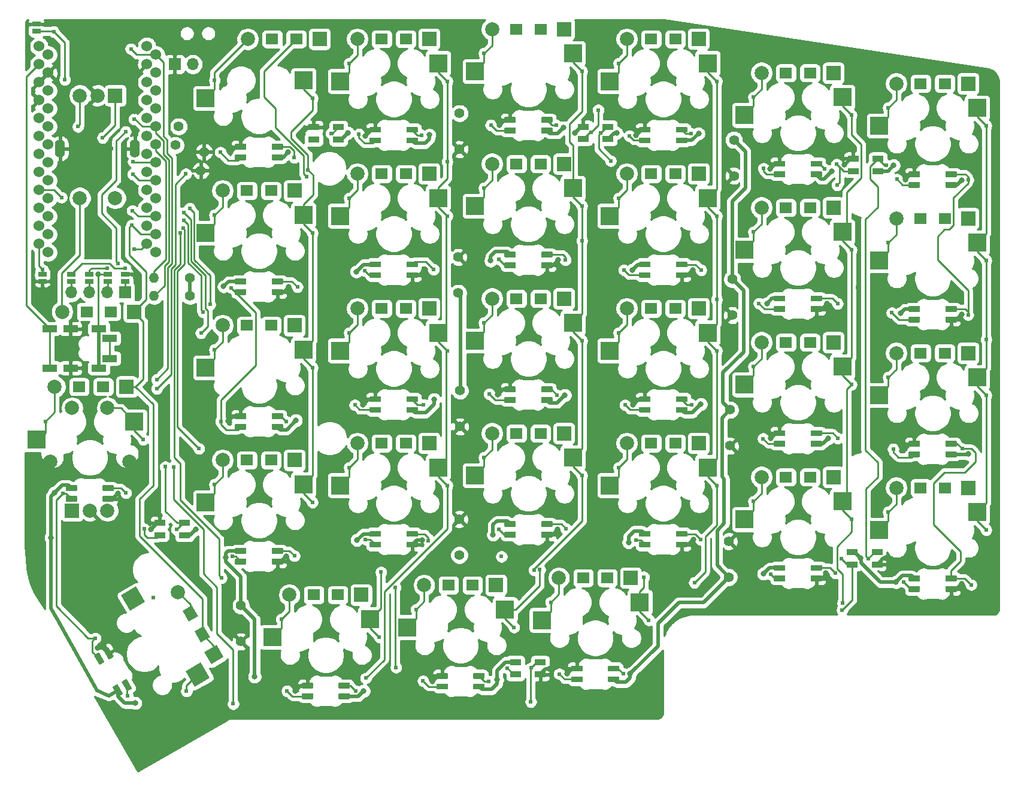
<source format=gbl>
%TF.GenerationSoftware,KiCad,Pcbnew,(5.1.9)-1*%
%TF.CreationDate,2021-12-03T15:32:29+01:00*%
%TF.ProjectId,Lotus58_Glow,4c6f7475-7335-4385-9f47-6c6f772e6b69,v1.21*%
%TF.SameCoordinates,Original*%
%TF.FileFunction,Copper,L2,Bot*%
%TF.FilePolarity,Positive*%
%FSLAX46Y46*%
G04 Gerber Fmt 4.6, Leading zero omitted, Abs format (unit mm)*
G04 Created by KiCad (PCBNEW (5.1.9)-1) date 2021-12-03 15:32:29*
%MOMM*%
%LPD*%
G01*
G04 APERTURE LIST*
%TA.AperFunction,ComponentPad*%
%ADD10R,2.000000X2.000000*%
%TD*%
%TA.AperFunction,ComponentPad*%
%ADD11C,2.000000*%
%TD*%
%TA.AperFunction,ComponentPad*%
%ADD12O,1.400000X2.600000*%
%TD*%
%TA.AperFunction,ComponentPad*%
%ADD13C,1.524000*%
%TD*%
%TA.AperFunction,ComponentPad*%
%ADD14R,1.998980X1.998980*%
%TD*%
%TA.AperFunction,ComponentPad*%
%ADD15C,1.998980*%
%TD*%
%TA.AperFunction,ComponentPad*%
%ADD16R,1.800000X1.500000*%
%TD*%
%TA.AperFunction,ComponentPad*%
%ADD17O,1.700000X1.700000*%
%TD*%
%TA.AperFunction,ComponentPad*%
%ADD18R,1.700000X1.700000*%
%TD*%
%TA.AperFunction,SMDPad,CuDef*%
%ADD19R,1.600000X0.850000*%
%TD*%
%TA.AperFunction,SMDPad,CuDef*%
%ADD20R,2.550000X2.500000*%
%TD*%
%TA.AperFunction,ComponentPad*%
%ADD21O,1.400000X1.400000*%
%TD*%
%TA.AperFunction,ComponentPad*%
%ADD22C,1.400000*%
%TD*%
%TA.AperFunction,ComponentPad*%
%ADD23C,1.397000*%
%TD*%
%TA.AperFunction,SMDPad,CuDef*%
%ADD24R,1.143000X0.635000*%
%TD*%
%TA.AperFunction,SMDPad,CuDef*%
%ADD25C,0.100000*%
%TD*%
%TA.AperFunction,ComponentPad*%
%ADD26R,2.100000X1.000000*%
%TD*%
%TA.AperFunction,ComponentPad*%
%ADD27C,0.100000*%
%TD*%
%TA.AperFunction,ViaPad*%
%ADD28C,0.609600*%
%TD*%
%TA.AperFunction,ViaPad*%
%ADD29C,0.812800*%
%TD*%
%TA.AperFunction,Conductor*%
%ADD30C,0.250000*%
%TD*%
%TA.AperFunction,Conductor*%
%ADD31C,0.500000*%
%TD*%
%TA.AperFunction,Conductor*%
%ADD32C,0.254000*%
%TD*%
%TA.AperFunction,Conductor*%
%ADD33C,0.100000*%
%TD*%
G04 APERTURE END LIST*
D10*
X94067000Y-47094000D03*
D11*
X91567000Y-47094000D03*
X89067000Y-47094000D03*
D12*
X96867000Y-54594000D03*
X86267000Y-54594000D03*
D11*
X94067000Y-61594000D03*
X89067000Y-61594000D03*
D13*
X84584815Y-46405745D03*
X99824815Y-64185745D03*
X84584815Y-56565745D03*
X99824815Y-54025745D03*
X99824815Y-48945745D03*
X84584815Y-66725745D03*
X99824815Y-46405745D03*
X99824815Y-41325745D03*
X84584815Y-61645745D03*
X99824815Y-69265745D03*
X84584815Y-54025745D03*
X84584815Y-43865745D03*
X84584815Y-48945745D03*
X84584815Y-51485745D03*
X84584815Y-64185745D03*
X84584815Y-59105745D03*
X99824815Y-61645745D03*
X99824815Y-59105745D03*
X84584815Y-69265745D03*
X99824815Y-66725745D03*
X99824815Y-43865745D03*
X84584815Y-41325745D03*
X99824815Y-56565745D03*
X99824815Y-51485745D03*
X83286000Y-40130000D03*
X83286000Y-42670000D03*
X83286000Y-45210000D03*
X83286000Y-47750000D03*
X83286000Y-50290000D03*
X83286000Y-52830000D03*
X83286000Y-55370000D03*
X83286000Y-57910000D03*
X83286000Y-60450000D03*
X83286000Y-62990000D03*
X83286000Y-65530000D03*
X83286000Y-68070000D03*
X98526000Y-68070000D03*
X98526000Y-65530000D03*
X98526000Y-62990000D03*
X98526000Y-60450000D03*
X98526000Y-57910000D03*
X98526000Y-55370000D03*
X98526000Y-52830000D03*
X98526000Y-50290000D03*
X98526000Y-47750000D03*
X98526000Y-45210000D03*
X98526000Y-42670000D03*
X98526000Y-40130000D03*
D14*
X96730000Y-77662540D03*
D15*
X86570000Y-77662540D03*
D16*
X93430000Y-77660000D03*
X90030000Y-77660000D03*
D17*
X87820500Y-74943500D03*
X90360500Y-74943500D03*
X92900500Y-74943500D03*
D18*
X95440500Y-74943500D03*
D11*
X96074800Y-98825300D03*
D10*
X87974800Y-105785300D03*
D11*
X90474800Y-105785300D03*
X92974800Y-105785300D03*
X87974800Y-91285300D03*
X92974800Y-91285300D03*
X84874800Y-98825300D03*
D19*
X122138500Y-51576000D03*
X122138500Y-53326000D03*
X125638500Y-53326000D03*
X125638500Y-51576000D03*
X160238500Y-51512500D03*
X160238500Y-53262500D03*
X163738500Y-53262500D03*
X163738500Y-51512500D03*
X198402000Y-56021000D03*
X198402000Y-57771000D03*
X201902000Y-57771000D03*
X201902000Y-56021000D03*
X201775000Y-111647000D03*
X201775000Y-113397000D03*
X198275000Y-111647000D03*
X198275000Y-113397000D03*
X154150000Y-128954500D03*
X154150000Y-127204500D03*
X150650000Y-127204500D03*
X150650000Y-128954500D03*
X100358000Y-107519500D03*
X100358000Y-109269500D03*
X103858000Y-109269500D03*
X103858000Y-107519500D03*
D14*
X122960000Y-39107460D03*
D15*
X112800000Y-39107460D03*
D16*
X119660000Y-39110000D03*
X116260000Y-39110000D03*
D20*
X158790000Y-41130000D03*
X144940000Y-43670000D03*
D21*
X99568000Y-75438000D03*
D22*
X104648000Y-75438000D03*
D21*
X99568000Y-72898000D03*
D22*
X104648000Y-72898000D03*
D17*
X105030000Y-42660000D03*
D18*
X102490000Y-42660000D03*
D23*
X111840000Y-124300000D03*
X111840000Y-119220000D03*
X180830000Y-110120000D03*
X180830000Y-115200000D03*
X142720000Y-106990000D03*
X142720000Y-112070000D03*
X181000000Y-96620000D03*
X181000000Y-91540000D03*
X142820000Y-93900000D03*
X142820000Y-88820000D03*
X181300000Y-78150000D03*
X181300000Y-73070000D03*
X142570000Y-69940000D03*
X142570000Y-75020000D03*
X181540000Y-58440000D03*
X181540000Y-53360000D03*
X142750000Y-54690000D03*
X142750000Y-49610000D03*
%TA.AperFunction,SMDPad,CuDef*%
G36*
G01*
X160068000Y-128540001D02*
X158632000Y-128540001D01*
G75*
G02*
X158550000Y-128458001I0J82000D01*
G01*
X158550000Y-127802001D01*
G75*
G02*
X158632000Y-127720001I82000J0D01*
G01*
X160068000Y-127720001D01*
G75*
G02*
X160150000Y-127802001I0J-82000D01*
G01*
X160150000Y-128458001D01*
G75*
G02*
X160068000Y-128540001I-82000J0D01*
G01*
G37*
%TD.AperFunction*%
%TA.AperFunction,SMDPad,CuDef*%
G36*
G01*
X160068000Y-130040001D02*
X158632000Y-130040001D01*
G75*
G02*
X158550000Y-129958001I0J82000D01*
G01*
X158550000Y-129302001D01*
G75*
G02*
X158632000Y-129220001I82000J0D01*
G01*
X160068000Y-129220001D01*
G75*
G02*
X160150000Y-129302001I0J-82000D01*
G01*
X160150000Y-129958001D01*
G75*
G02*
X160068000Y-130040001I-82000J0D01*
G01*
G37*
%TD.AperFunction*%
%TA.AperFunction,SMDPad,CuDef*%
G36*
G01*
X165268000Y-128540001D02*
X163832000Y-128540001D01*
G75*
G02*
X163750000Y-128458001I0J82000D01*
G01*
X163750000Y-127802001D01*
G75*
G02*
X163832000Y-127720001I82000J0D01*
G01*
X165268000Y-127720001D01*
G75*
G02*
X165350000Y-127802001I0J-82000D01*
G01*
X165350000Y-128458001D01*
G75*
G02*
X165268000Y-128540001I-82000J0D01*
G01*
G37*
%TD.AperFunction*%
%TA.AperFunction,SMDPad,CuDef*%
G36*
G01*
X165268000Y-130040001D02*
X163832000Y-130040001D01*
G75*
G02*
X163750000Y-129958001I0J82000D01*
G01*
X163750000Y-129302001D01*
G75*
G02*
X163832000Y-129220001I82000J0D01*
G01*
X165268000Y-129220001D01*
G75*
G02*
X165350000Y-129302001I0J-82000D01*
G01*
X165350000Y-129958001D01*
G75*
G02*
X165268000Y-130040001I-82000J0D01*
G01*
G37*
%TD.AperFunction*%
%TA.AperFunction,SMDPad,CuDef*%
G36*
G01*
X141015700Y-129568301D02*
X139579700Y-129568301D01*
G75*
G02*
X139497700Y-129486301I0J82000D01*
G01*
X139497700Y-128830301D01*
G75*
G02*
X139579700Y-128748301I82000J0D01*
G01*
X141015700Y-128748301D01*
G75*
G02*
X141097700Y-128830301I0J-82000D01*
G01*
X141097700Y-129486301D01*
G75*
G02*
X141015700Y-129568301I-82000J0D01*
G01*
G37*
%TD.AperFunction*%
%TA.AperFunction,SMDPad,CuDef*%
G36*
G01*
X141015700Y-131068301D02*
X139579700Y-131068301D01*
G75*
G02*
X139497700Y-130986301I0J82000D01*
G01*
X139497700Y-130330301D01*
G75*
G02*
X139579700Y-130248301I82000J0D01*
G01*
X141015700Y-130248301D01*
G75*
G02*
X141097700Y-130330301I0J-82000D01*
G01*
X141097700Y-130986301D01*
G75*
G02*
X141015700Y-131068301I-82000J0D01*
G01*
G37*
%TD.AperFunction*%
%TA.AperFunction,SMDPad,CuDef*%
G36*
G01*
X146215700Y-129568301D02*
X144779700Y-129568301D01*
G75*
G02*
X144697700Y-129486301I0J82000D01*
G01*
X144697700Y-128830301D01*
G75*
G02*
X144779700Y-128748301I82000J0D01*
G01*
X146215700Y-128748301D01*
G75*
G02*
X146297700Y-128830301I0J-82000D01*
G01*
X146297700Y-129486301D01*
G75*
G02*
X146215700Y-129568301I-82000J0D01*
G01*
G37*
%TD.AperFunction*%
%TA.AperFunction,SMDPad,CuDef*%
G36*
G01*
X146215700Y-131068301D02*
X144779700Y-131068301D01*
G75*
G02*
X144697700Y-130986301I0J82000D01*
G01*
X144697700Y-130330301D01*
G75*
G02*
X144779700Y-130248301I82000J0D01*
G01*
X146215700Y-130248301D01*
G75*
G02*
X146297700Y-130330301I0J-82000D01*
G01*
X146297700Y-130986301D01*
G75*
G02*
X146215700Y-131068301I-82000J0D01*
G01*
G37*
%TD.AperFunction*%
%TA.AperFunction,SMDPad,CuDef*%
G36*
G01*
X121968000Y-130940001D02*
X120532000Y-130940001D01*
G75*
G02*
X120450000Y-130858001I0J82000D01*
G01*
X120450000Y-130202001D01*
G75*
G02*
X120532000Y-130120001I82000J0D01*
G01*
X121968000Y-130120001D01*
G75*
G02*
X122050000Y-130202001I0J-82000D01*
G01*
X122050000Y-130858001D01*
G75*
G02*
X121968000Y-130940001I-82000J0D01*
G01*
G37*
%TD.AperFunction*%
%TA.AperFunction,SMDPad,CuDef*%
G36*
G01*
X121968000Y-132440001D02*
X120532000Y-132440001D01*
G75*
G02*
X120450000Y-132358001I0J82000D01*
G01*
X120450000Y-131702001D01*
G75*
G02*
X120532000Y-131620001I82000J0D01*
G01*
X121968000Y-131620001D01*
G75*
G02*
X122050000Y-131702001I0J-82000D01*
G01*
X122050000Y-132358001D01*
G75*
G02*
X121968000Y-132440001I-82000J0D01*
G01*
G37*
%TD.AperFunction*%
%TA.AperFunction,SMDPad,CuDef*%
G36*
G01*
X127168000Y-130940001D02*
X125732000Y-130940001D01*
G75*
G02*
X125650000Y-130858001I0J82000D01*
G01*
X125650000Y-130202001D01*
G75*
G02*
X125732000Y-130120001I82000J0D01*
G01*
X127168000Y-130120001D01*
G75*
G02*
X127250000Y-130202001I0J-82000D01*
G01*
X127250000Y-130858001D01*
G75*
G02*
X127168000Y-130940001I-82000J0D01*
G01*
G37*
%TD.AperFunction*%
%TA.AperFunction,SMDPad,CuDef*%
G36*
G01*
X127168000Y-132440001D02*
X125732000Y-132440001D01*
G75*
G02*
X125650000Y-132358001I0J82000D01*
G01*
X125650000Y-131702001D01*
G75*
G02*
X125732000Y-131620001I82000J0D01*
G01*
X127168000Y-131620001D01*
G75*
G02*
X127250000Y-131702001I0J-82000D01*
G01*
X127250000Y-132358001D01*
G75*
G02*
X127168000Y-132440001I-82000J0D01*
G01*
G37*
%TD.AperFunction*%
%TA.AperFunction,SMDPad,CuDef*%
G36*
G01*
X93125039Y-126787639D02*
X92407039Y-125544027D01*
G75*
G02*
X92437053Y-125432013I71014J41000D01*
G01*
X93005165Y-125104013D01*
G75*
G02*
X93117179Y-125134027I41000J-71014D01*
G01*
X93835179Y-126377639D01*
G75*
G02*
X93805165Y-126489653I-71014J-41000D01*
G01*
X93237053Y-126817653D01*
G75*
G02*
X93125039Y-126787639I-41000J71014D01*
G01*
G37*
%TD.AperFunction*%
%TA.AperFunction,SMDPad,CuDef*%
G36*
G01*
X91826001Y-127537639D02*
X91108001Y-126294027D01*
G75*
G02*
X91138015Y-126182013I71014J41000D01*
G01*
X91706127Y-125854013D01*
G75*
G02*
X91818141Y-125884027I41000J-71014D01*
G01*
X92536141Y-127127639D01*
G75*
G02*
X92506127Y-127239653I-71014J-41000D01*
G01*
X91938015Y-127567653D01*
G75*
G02*
X91826001Y-127537639I-41000J71014D01*
G01*
G37*
%TD.AperFunction*%
%TA.AperFunction,SMDPad,CuDef*%
G36*
G01*
X95725039Y-131290972D02*
X95007039Y-130047360D01*
G75*
G02*
X95037053Y-129935346I71014J41000D01*
G01*
X95605165Y-129607346D01*
G75*
G02*
X95717179Y-129637360I41000J-71014D01*
G01*
X96435179Y-130880972D01*
G75*
G02*
X96405165Y-130992986I-71014J-41000D01*
G01*
X95837053Y-131320986D01*
G75*
G02*
X95725039Y-131290972I-41000J71014D01*
G01*
G37*
%TD.AperFunction*%
%TA.AperFunction,SMDPad,CuDef*%
G36*
G01*
X94426001Y-132040972D02*
X93708001Y-130797360D01*
G75*
G02*
X93738015Y-130685346I71014J41000D01*
G01*
X94306127Y-130357346D01*
G75*
G02*
X94418141Y-130387360I41000J-71014D01*
G01*
X95136141Y-131630972D01*
G75*
G02*
X95106127Y-131742986I-71014J-41000D01*
G01*
X94538015Y-132070986D01*
G75*
G02*
X94426001Y-132040972I-41000J71014D01*
G01*
G37*
%TD.AperFunction*%
%TA.AperFunction,SMDPad,CuDef*%
G36*
G01*
X92356800Y-103705299D02*
X93792800Y-103705299D01*
G75*
G02*
X93874800Y-103787299I0J-82000D01*
G01*
X93874800Y-104443299D01*
G75*
G02*
X93792800Y-104525299I-82000J0D01*
G01*
X92356800Y-104525299D01*
G75*
G02*
X92274800Y-104443299I0J82000D01*
G01*
X92274800Y-103787299D01*
G75*
G02*
X92356800Y-103705299I82000J0D01*
G01*
G37*
%TD.AperFunction*%
%TA.AperFunction,SMDPad,CuDef*%
G36*
G01*
X92356800Y-102205299D02*
X93792800Y-102205299D01*
G75*
G02*
X93874800Y-102287299I0J-82000D01*
G01*
X93874800Y-102943299D01*
G75*
G02*
X93792800Y-103025299I-82000J0D01*
G01*
X92356800Y-103025299D01*
G75*
G02*
X92274800Y-102943299I0J82000D01*
G01*
X92274800Y-102287299D01*
G75*
G02*
X92356800Y-102205299I82000J0D01*
G01*
G37*
%TD.AperFunction*%
%TA.AperFunction,SMDPad,CuDef*%
G36*
G01*
X87156800Y-103705299D02*
X88592800Y-103705299D01*
G75*
G02*
X88674800Y-103787299I0J-82000D01*
G01*
X88674800Y-104443299D01*
G75*
G02*
X88592800Y-104525299I-82000J0D01*
G01*
X87156800Y-104525299D01*
G75*
G02*
X87074800Y-104443299I0J82000D01*
G01*
X87074800Y-103787299D01*
G75*
G02*
X87156800Y-103705299I82000J0D01*
G01*
G37*
%TD.AperFunction*%
%TA.AperFunction,SMDPad,CuDef*%
G36*
G01*
X87156800Y-102205299D02*
X88592800Y-102205299D01*
G75*
G02*
X88674800Y-102287299I0J-82000D01*
G01*
X88674800Y-102943299D01*
G75*
G02*
X88592800Y-103025299I-82000J0D01*
G01*
X87156800Y-103025299D01*
G75*
G02*
X87074800Y-102943299I0J82000D01*
G01*
X87074800Y-102287299D01*
G75*
G02*
X87156800Y-102205299I82000J0D01*
G01*
G37*
%TD.AperFunction*%
%TA.AperFunction,SMDPad,CuDef*%
G36*
G01*
X211532000Y-116469999D02*
X212968000Y-116469999D01*
G75*
G02*
X213050000Y-116551999I0J-82000D01*
G01*
X213050000Y-117207999D01*
G75*
G02*
X212968000Y-117289999I-82000J0D01*
G01*
X211532000Y-117289999D01*
G75*
G02*
X211450000Y-117207999I0J82000D01*
G01*
X211450000Y-116551999D01*
G75*
G02*
X211532000Y-116469999I82000J0D01*
G01*
G37*
%TD.AperFunction*%
%TA.AperFunction,SMDPad,CuDef*%
G36*
G01*
X211532000Y-114969999D02*
X212968000Y-114969999D01*
G75*
G02*
X213050000Y-115051999I0J-82000D01*
G01*
X213050000Y-115707999D01*
G75*
G02*
X212968000Y-115789999I-82000J0D01*
G01*
X211532000Y-115789999D01*
G75*
G02*
X211450000Y-115707999I0J82000D01*
G01*
X211450000Y-115051999D01*
G75*
G02*
X211532000Y-114969999I82000J0D01*
G01*
G37*
%TD.AperFunction*%
%TA.AperFunction,SMDPad,CuDef*%
G36*
G01*
X206332000Y-116469999D02*
X207768000Y-116469999D01*
G75*
G02*
X207850000Y-116551999I0J-82000D01*
G01*
X207850000Y-117207999D01*
G75*
G02*
X207768000Y-117289999I-82000J0D01*
G01*
X206332000Y-117289999D01*
G75*
G02*
X206250000Y-117207999I0J82000D01*
G01*
X206250000Y-116551999D01*
G75*
G02*
X206332000Y-116469999I82000J0D01*
G01*
G37*
%TD.AperFunction*%
%TA.AperFunction,SMDPad,CuDef*%
G36*
G01*
X206332000Y-114969999D02*
X207768000Y-114969999D01*
G75*
G02*
X207850000Y-115051999I0J-82000D01*
G01*
X207850000Y-115707999D01*
G75*
G02*
X207768000Y-115789999I-82000J0D01*
G01*
X206332000Y-115789999D01*
G75*
G02*
X206250000Y-115707999I0J82000D01*
G01*
X206250000Y-115051999D01*
G75*
G02*
X206332000Y-114969999I82000J0D01*
G01*
G37*
%TD.AperFunction*%
%TA.AperFunction,SMDPad,CuDef*%
G36*
G01*
X192482000Y-114969999D02*
X193918000Y-114969999D01*
G75*
G02*
X194000000Y-115051999I0J-82000D01*
G01*
X194000000Y-115707999D01*
G75*
G02*
X193918000Y-115789999I-82000J0D01*
G01*
X192482000Y-115789999D01*
G75*
G02*
X192400000Y-115707999I0J82000D01*
G01*
X192400000Y-115051999D01*
G75*
G02*
X192482000Y-114969999I82000J0D01*
G01*
G37*
%TD.AperFunction*%
%TA.AperFunction,SMDPad,CuDef*%
G36*
G01*
X192482000Y-113469999D02*
X193918000Y-113469999D01*
G75*
G02*
X194000000Y-113551999I0J-82000D01*
G01*
X194000000Y-114207999D01*
G75*
G02*
X193918000Y-114289999I-82000J0D01*
G01*
X192482000Y-114289999D01*
G75*
G02*
X192400000Y-114207999I0J82000D01*
G01*
X192400000Y-113551999D01*
G75*
G02*
X192482000Y-113469999I82000J0D01*
G01*
G37*
%TD.AperFunction*%
%TA.AperFunction,SMDPad,CuDef*%
G36*
G01*
X187282000Y-114969999D02*
X188718000Y-114969999D01*
G75*
G02*
X188800000Y-115051999I0J-82000D01*
G01*
X188800000Y-115707999D01*
G75*
G02*
X188718000Y-115789999I-82000J0D01*
G01*
X187282000Y-115789999D01*
G75*
G02*
X187200000Y-115707999I0J82000D01*
G01*
X187200000Y-115051999D01*
G75*
G02*
X187282000Y-114969999I82000J0D01*
G01*
G37*
%TD.AperFunction*%
%TA.AperFunction,SMDPad,CuDef*%
G36*
G01*
X187282000Y-113469999D02*
X188718000Y-113469999D01*
G75*
G02*
X188800000Y-113551999I0J-82000D01*
G01*
X188800000Y-114207999D01*
G75*
G02*
X188718000Y-114289999I-82000J0D01*
G01*
X187282000Y-114289999D01*
G75*
G02*
X187200000Y-114207999I0J82000D01*
G01*
X187200000Y-113551999D01*
G75*
G02*
X187282000Y-113469999I82000J0D01*
G01*
G37*
%TD.AperFunction*%
%TA.AperFunction,SMDPad,CuDef*%
G36*
G01*
X173432000Y-110169999D02*
X174868000Y-110169999D01*
G75*
G02*
X174950000Y-110251999I0J-82000D01*
G01*
X174950000Y-110907999D01*
G75*
G02*
X174868000Y-110989999I-82000J0D01*
G01*
X173432000Y-110989999D01*
G75*
G02*
X173350000Y-110907999I0J82000D01*
G01*
X173350000Y-110251999D01*
G75*
G02*
X173432000Y-110169999I82000J0D01*
G01*
G37*
%TD.AperFunction*%
%TA.AperFunction,SMDPad,CuDef*%
G36*
G01*
X173432000Y-108669999D02*
X174868000Y-108669999D01*
G75*
G02*
X174950000Y-108751999I0J-82000D01*
G01*
X174950000Y-109407999D01*
G75*
G02*
X174868000Y-109489999I-82000J0D01*
G01*
X173432000Y-109489999D01*
G75*
G02*
X173350000Y-109407999I0J82000D01*
G01*
X173350000Y-108751999D01*
G75*
G02*
X173432000Y-108669999I82000J0D01*
G01*
G37*
%TD.AperFunction*%
%TA.AperFunction,SMDPad,CuDef*%
G36*
G01*
X168232000Y-110169999D02*
X169668000Y-110169999D01*
G75*
G02*
X169750000Y-110251999I0J-82000D01*
G01*
X169750000Y-110907999D01*
G75*
G02*
X169668000Y-110989999I-82000J0D01*
G01*
X168232000Y-110989999D01*
G75*
G02*
X168150000Y-110907999I0J82000D01*
G01*
X168150000Y-110251999D01*
G75*
G02*
X168232000Y-110169999I82000J0D01*
G01*
G37*
%TD.AperFunction*%
%TA.AperFunction,SMDPad,CuDef*%
G36*
G01*
X168232000Y-108669999D02*
X169668000Y-108669999D01*
G75*
G02*
X169750000Y-108751999I0J-82000D01*
G01*
X169750000Y-109407999D01*
G75*
G02*
X169668000Y-109489999I-82000J0D01*
G01*
X168232000Y-109489999D01*
G75*
G02*
X168150000Y-109407999I0J82000D01*
G01*
X168150000Y-108751999D01*
G75*
G02*
X168232000Y-108669999I82000J0D01*
G01*
G37*
%TD.AperFunction*%
%TA.AperFunction,SMDPad,CuDef*%
G36*
G01*
X154382000Y-108779999D02*
X155818000Y-108779999D01*
G75*
G02*
X155900000Y-108861999I0J-82000D01*
G01*
X155900000Y-109517999D01*
G75*
G02*
X155818000Y-109599999I-82000J0D01*
G01*
X154382000Y-109599999D01*
G75*
G02*
X154300000Y-109517999I0J82000D01*
G01*
X154300000Y-108861999D01*
G75*
G02*
X154382000Y-108779999I82000J0D01*
G01*
G37*
%TD.AperFunction*%
%TA.AperFunction,SMDPad,CuDef*%
G36*
G01*
X154382000Y-107279999D02*
X155818000Y-107279999D01*
G75*
G02*
X155900000Y-107361999I0J-82000D01*
G01*
X155900000Y-108017999D01*
G75*
G02*
X155818000Y-108099999I-82000J0D01*
G01*
X154382000Y-108099999D01*
G75*
G02*
X154300000Y-108017999I0J82000D01*
G01*
X154300000Y-107361999D01*
G75*
G02*
X154382000Y-107279999I82000J0D01*
G01*
G37*
%TD.AperFunction*%
%TA.AperFunction,SMDPad,CuDef*%
G36*
G01*
X149182000Y-108779999D02*
X150618000Y-108779999D01*
G75*
G02*
X150700000Y-108861999I0J-82000D01*
G01*
X150700000Y-109517999D01*
G75*
G02*
X150618000Y-109599999I-82000J0D01*
G01*
X149182000Y-109599999D01*
G75*
G02*
X149100000Y-109517999I0J82000D01*
G01*
X149100000Y-108861999D01*
G75*
G02*
X149182000Y-108779999I82000J0D01*
G01*
G37*
%TD.AperFunction*%
%TA.AperFunction,SMDPad,CuDef*%
G36*
G01*
X149182000Y-107279999D02*
X150618000Y-107279999D01*
G75*
G02*
X150700000Y-107361999I0J-82000D01*
G01*
X150700000Y-108017999D01*
G75*
G02*
X150618000Y-108099999I-82000J0D01*
G01*
X149182000Y-108099999D01*
G75*
G02*
X149100000Y-108017999I0J82000D01*
G01*
X149100000Y-107361999D01*
G75*
G02*
X149182000Y-107279999I82000J0D01*
G01*
G37*
%TD.AperFunction*%
%TA.AperFunction,SMDPad,CuDef*%
G36*
G01*
X135332000Y-110169999D02*
X136768000Y-110169999D01*
G75*
G02*
X136850000Y-110251999I0J-82000D01*
G01*
X136850000Y-110907999D01*
G75*
G02*
X136768000Y-110989999I-82000J0D01*
G01*
X135332000Y-110989999D01*
G75*
G02*
X135250000Y-110907999I0J82000D01*
G01*
X135250000Y-110251999D01*
G75*
G02*
X135332000Y-110169999I82000J0D01*
G01*
G37*
%TD.AperFunction*%
%TA.AperFunction,SMDPad,CuDef*%
G36*
G01*
X135332000Y-108669999D02*
X136768000Y-108669999D01*
G75*
G02*
X136850000Y-108751999I0J-82000D01*
G01*
X136850000Y-109407999D01*
G75*
G02*
X136768000Y-109489999I-82000J0D01*
G01*
X135332000Y-109489999D01*
G75*
G02*
X135250000Y-109407999I0J82000D01*
G01*
X135250000Y-108751999D01*
G75*
G02*
X135332000Y-108669999I82000J0D01*
G01*
G37*
%TD.AperFunction*%
%TA.AperFunction,SMDPad,CuDef*%
G36*
G01*
X130132000Y-110169999D02*
X131568000Y-110169999D01*
G75*
G02*
X131650000Y-110251999I0J-82000D01*
G01*
X131650000Y-110907999D01*
G75*
G02*
X131568000Y-110989999I-82000J0D01*
G01*
X130132000Y-110989999D01*
G75*
G02*
X130050000Y-110907999I0J82000D01*
G01*
X130050000Y-110251999D01*
G75*
G02*
X130132000Y-110169999I82000J0D01*
G01*
G37*
%TD.AperFunction*%
%TA.AperFunction,SMDPad,CuDef*%
G36*
G01*
X130132000Y-108669999D02*
X131568000Y-108669999D01*
G75*
G02*
X131650000Y-108751999I0J-82000D01*
G01*
X131650000Y-109407999D01*
G75*
G02*
X131568000Y-109489999I-82000J0D01*
G01*
X130132000Y-109489999D01*
G75*
G02*
X130050000Y-109407999I0J82000D01*
G01*
X130050000Y-108751999D01*
G75*
G02*
X130132000Y-108669999I82000J0D01*
G01*
G37*
%TD.AperFunction*%
%TA.AperFunction,SMDPad,CuDef*%
G36*
G01*
X116282000Y-112569999D02*
X117718000Y-112569999D01*
G75*
G02*
X117800000Y-112651999I0J-82000D01*
G01*
X117800000Y-113307999D01*
G75*
G02*
X117718000Y-113389999I-82000J0D01*
G01*
X116282000Y-113389999D01*
G75*
G02*
X116200000Y-113307999I0J82000D01*
G01*
X116200000Y-112651999D01*
G75*
G02*
X116282000Y-112569999I82000J0D01*
G01*
G37*
%TD.AperFunction*%
%TA.AperFunction,SMDPad,CuDef*%
G36*
G01*
X116282000Y-111069999D02*
X117718000Y-111069999D01*
G75*
G02*
X117800000Y-111151999I0J-82000D01*
G01*
X117800000Y-111807999D01*
G75*
G02*
X117718000Y-111889999I-82000J0D01*
G01*
X116282000Y-111889999D01*
G75*
G02*
X116200000Y-111807999I0J82000D01*
G01*
X116200000Y-111151999D01*
G75*
G02*
X116282000Y-111069999I82000J0D01*
G01*
G37*
%TD.AperFunction*%
%TA.AperFunction,SMDPad,CuDef*%
G36*
G01*
X111082000Y-112569999D02*
X112518000Y-112569999D01*
G75*
G02*
X112600000Y-112651999I0J-82000D01*
G01*
X112600000Y-113307999D01*
G75*
G02*
X112518000Y-113389999I-82000J0D01*
G01*
X111082000Y-113389999D01*
G75*
G02*
X111000000Y-113307999I0J82000D01*
G01*
X111000000Y-112651999D01*
G75*
G02*
X111082000Y-112569999I82000J0D01*
G01*
G37*
%TD.AperFunction*%
%TA.AperFunction,SMDPad,CuDef*%
G36*
G01*
X111082000Y-111069999D02*
X112518000Y-111069999D01*
G75*
G02*
X112600000Y-111151999I0J-82000D01*
G01*
X112600000Y-111807999D01*
G75*
G02*
X112518000Y-111889999I-82000J0D01*
G01*
X111082000Y-111889999D01*
G75*
G02*
X111000000Y-111807999I0J82000D01*
G01*
X111000000Y-111151999D01*
G75*
G02*
X111082000Y-111069999I82000J0D01*
G01*
G37*
%TD.AperFunction*%
%TA.AperFunction,SMDPad,CuDef*%
G36*
G01*
X207768000Y-96740001D02*
X206332000Y-96740001D01*
G75*
G02*
X206250000Y-96658001I0J82000D01*
G01*
X206250000Y-96002001D01*
G75*
G02*
X206332000Y-95920001I82000J0D01*
G01*
X207768000Y-95920001D01*
G75*
G02*
X207850000Y-96002001I0J-82000D01*
G01*
X207850000Y-96658001D01*
G75*
G02*
X207768000Y-96740001I-82000J0D01*
G01*
G37*
%TD.AperFunction*%
%TA.AperFunction,SMDPad,CuDef*%
G36*
G01*
X207768000Y-98240001D02*
X206332000Y-98240001D01*
G75*
G02*
X206250000Y-98158001I0J82000D01*
G01*
X206250000Y-97502001D01*
G75*
G02*
X206332000Y-97420001I82000J0D01*
G01*
X207768000Y-97420001D01*
G75*
G02*
X207850000Y-97502001I0J-82000D01*
G01*
X207850000Y-98158001D01*
G75*
G02*
X207768000Y-98240001I-82000J0D01*
G01*
G37*
%TD.AperFunction*%
%TA.AperFunction,SMDPad,CuDef*%
G36*
G01*
X212968000Y-96740001D02*
X211532000Y-96740001D01*
G75*
G02*
X211450000Y-96658001I0J82000D01*
G01*
X211450000Y-96002001D01*
G75*
G02*
X211532000Y-95920001I82000J0D01*
G01*
X212968000Y-95920001D01*
G75*
G02*
X213050000Y-96002001I0J-82000D01*
G01*
X213050000Y-96658001D01*
G75*
G02*
X212968000Y-96740001I-82000J0D01*
G01*
G37*
%TD.AperFunction*%
%TA.AperFunction,SMDPad,CuDef*%
G36*
G01*
X212968000Y-98240001D02*
X211532000Y-98240001D01*
G75*
G02*
X211450000Y-98158001I0J82000D01*
G01*
X211450000Y-97502001D01*
G75*
G02*
X211532000Y-97420001I82000J0D01*
G01*
X212968000Y-97420001D01*
G75*
G02*
X213050000Y-97502001I0J-82000D01*
G01*
X213050000Y-98158001D01*
G75*
G02*
X212968000Y-98240001I-82000J0D01*
G01*
G37*
%TD.AperFunction*%
%TA.AperFunction,SMDPad,CuDef*%
G36*
G01*
X188718000Y-95240001D02*
X187282000Y-95240001D01*
G75*
G02*
X187200000Y-95158001I0J82000D01*
G01*
X187200000Y-94502001D01*
G75*
G02*
X187282000Y-94420001I82000J0D01*
G01*
X188718000Y-94420001D01*
G75*
G02*
X188800000Y-94502001I0J-82000D01*
G01*
X188800000Y-95158001D01*
G75*
G02*
X188718000Y-95240001I-82000J0D01*
G01*
G37*
%TD.AperFunction*%
%TA.AperFunction,SMDPad,CuDef*%
G36*
G01*
X188718000Y-96740001D02*
X187282000Y-96740001D01*
G75*
G02*
X187200000Y-96658001I0J82000D01*
G01*
X187200000Y-96002001D01*
G75*
G02*
X187282000Y-95920001I82000J0D01*
G01*
X188718000Y-95920001D01*
G75*
G02*
X188800000Y-96002001I0J-82000D01*
G01*
X188800000Y-96658001D01*
G75*
G02*
X188718000Y-96740001I-82000J0D01*
G01*
G37*
%TD.AperFunction*%
%TA.AperFunction,SMDPad,CuDef*%
G36*
G01*
X193918000Y-95240001D02*
X192482000Y-95240001D01*
G75*
G02*
X192400000Y-95158001I0J82000D01*
G01*
X192400000Y-94502001D01*
G75*
G02*
X192482000Y-94420001I82000J0D01*
G01*
X193918000Y-94420001D01*
G75*
G02*
X194000000Y-94502001I0J-82000D01*
G01*
X194000000Y-95158001D01*
G75*
G02*
X193918000Y-95240001I-82000J0D01*
G01*
G37*
%TD.AperFunction*%
%TA.AperFunction,SMDPad,CuDef*%
G36*
G01*
X193918000Y-96740001D02*
X192482000Y-96740001D01*
G75*
G02*
X192400000Y-96658001I0J82000D01*
G01*
X192400000Y-96002001D01*
G75*
G02*
X192482000Y-95920001I82000J0D01*
G01*
X193918000Y-95920001D01*
G75*
G02*
X194000000Y-96002001I0J-82000D01*
G01*
X194000000Y-96658001D01*
G75*
G02*
X193918000Y-96740001I-82000J0D01*
G01*
G37*
%TD.AperFunction*%
%TA.AperFunction,SMDPad,CuDef*%
G36*
G01*
X169668000Y-90440001D02*
X168232000Y-90440001D01*
G75*
G02*
X168150000Y-90358001I0J82000D01*
G01*
X168150000Y-89702001D01*
G75*
G02*
X168232000Y-89620001I82000J0D01*
G01*
X169668000Y-89620001D01*
G75*
G02*
X169750000Y-89702001I0J-82000D01*
G01*
X169750000Y-90358001D01*
G75*
G02*
X169668000Y-90440001I-82000J0D01*
G01*
G37*
%TD.AperFunction*%
%TA.AperFunction,SMDPad,CuDef*%
G36*
G01*
X169668000Y-91940001D02*
X168232000Y-91940001D01*
G75*
G02*
X168150000Y-91858001I0J82000D01*
G01*
X168150000Y-91202001D01*
G75*
G02*
X168232000Y-91120001I82000J0D01*
G01*
X169668000Y-91120001D01*
G75*
G02*
X169750000Y-91202001I0J-82000D01*
G01*
X169750000Y-91858001D01*
G75*
G02*
X169668000Y-91940001I-82000J0D01*
G01*
G37*
%TD.AperFunction*%
%TA.AperFunction,SMDPad,CuDef*%
G36*
G01*
X174868000Y-90440001D02*
X173432000Y-90440001D01*
G75*
G02*
X173350000Y-90358001I0J82000D01*
G01*
X173350000Y-89702001D01*
G75*
G02*
X173432000Y-89620001I82000J0D01*
G01*
X174868000Y-89620001D01*
G75*
G02*
X174950000Y-89702001I0J-82000D01*
G01*
X174950000Y-90358001D01*
G75*
G02*
X174868000Y-90440001I-82000J0D01*
G01*
G37*
%TD.AperFunction*%
%TA.AperFunction,SMDPad,CuDef*%
G36*
G01*
X174868000Y-91940001D02*
X173432000Y-91940001D01*
G75*
G02*
X173350000Y-91858001I0J82000D01*
G01*
X173350000Y-91202001D01*
G75*
G02*
X173432000Y-91120001I82000J0D01*
G01*
X174868000Y-91120001D01*
G75*
G02*
X174950000Y-91202001I0J-82000D01*
G01*
X174950000Y-91858001D01*
G75*
G02*
X174868000Y-91940001I-82000J0D01*
G01*
G37*
%TD.AperFunction*%
%TA.AperFunction,SMDPad,CuDef*%
G36*
G01*
X150618000Y-89050001D02*
X149182000Y-89050001D01*
G75*
G02*
X149100000Y-88968001I0J82000D01*
G01*
X149100000Y-88312001D01*
G75*
G02*
X149182000Y-88230001I82000J0D01*
G01*
X150618000Y-88230001D01*
G75*
G02*
X150700000Y-88312001I0J-82000D01*
G01*
X150700000Y-88968001D01*
G75*
G02*
X150618000Y-89050001I-82000J0D01*
G01*
G37*
%TD.AperFunction*%
%TA.AperFunction,SMDPad,CuDef*%
G36*
G01*
X150618000Y-90550001D02*
X149182000Y-90550001D01*
G75*
G02*
X149100000Y-90468001I0J82000D01*
G01*
X149100000Y-89812001D01*
G75*
G02*
X149182000Y-89730001I82000J0D01*
G01*
X150618000Y-89730001D01*
G75*
G02*
X150700000Y-89812001I0J-82000D01*
G01*
X150700000Y-90468001D01*
G75*
G02*
X150618000Y-90550001I-82000J0D01*
G01*
G37*
%TD.AperFunction*%
%TA.AperFunction,SMDPad,CuDef*%
G36*
G01*
X155818000Y-89050001D02*
X154382000Y-89050001D01*
G75*
G02*
X154300000Y-88968001I0J82000D01*
G01*
X154300000Y-88312001D01*
G75*
G02*
X154382000Y-88230001I82000J0D01*
G01*
X155818000Y-88230001D01*
G75*
G02*
X155900000Y-88312001I0J-82000D01*
G01*
X155900000Y-88968001D01*
G75*
G02*
X155818000Y-89050001I-82000J0D01*
G01*
G37*
%TD.AperFunction*%
%TA.AperFunction,SMDPad,CuDef*%
G36*
G01*
X155818000Y-90550001D02*
X154382000Y-90550001D01*
G75*
G02*
X154300000Y-90468001I0J82000D01*
G01*
X154300000Y-89812001D01*
G75*
G02*
X154382000Y-89730001I82000J0D01*
G01*
X155818000Y-89730001D01*
G75*
G02*
X155900000Y-89812001I0J-82000D01*
G01*
X155900000Y-90468001D01*
G75*
G02*
X155818000Y-90550001I-82000J0D01*
G01*
G37*
%TD.AperFunction*%
%TA.AperFunction,SMDPad,CuDef*%
G36*
G01*
X131568000Y-90440001D02*
X130132000Y-90440001D01*
G75*
G02*
X130050000Y-90358001I0J82000D01*
G01*
X130050000Y-89702001D01*
G75*
G02*
X130132000Y-89620001I82000J0D01*
G01*
X131568000Y-89620001D01*
G75*
G02*
X131650000Y-89702001I0J-82000D01*
G01*
X131650000Y-90358001D01*
G75*
G02*
X131568000Y-90440001I-82000J0D01*
G01*
G37*
%TD.AperFunction*%
%TA.AperFunction,SMDPad,CuDef*%
G36*
G01*
X131568000Y-91940001D02*
X130132000Y-91940001D01*
G75*
G02*
X130050000Y-91858001I0J82000D01*
G01*
X130050000Y-91202001D01*
G75*
G02*
X130132000Y-91120001I82000J0D01*
G01*
X131568000Y-91120001D01*
G75*
G02*
X131650000Y-91202001I0J-82000D01*
G01*
X131650000Y-91858001D01*
G75*
G02*
X131568000Y-91940001I-82000J0D01*
G01*
G37*
%TD.AperFunction*%
%TA.AperFunction,SMDPad,CuDef*%
G36*
G01*
X136768000Y-90440001D02*
X135332000Y-90440001D01*
G75*
G02*
X135250000Y-90358001I0J82000D01*
G01*
X135250000Y-89702001D01*
G75*
G02*
X135332000Y-89620001I82000J0D01*
G01*
X136768000Y-89620001D01*
G75*
G02*
X136850000Y-89702001I0J-82000D01*
G01*
X136850000Y-90358001D01*
G75*
G02*
X136768000Y-90440001I-82000J0D01*
G01*
G37*
%TD.AperFunction*%
%TA.AperFunction,SMDPad,CuDef*%
G36*
G01*
X136768000Y-91940001D02*
X135332000Y-91940001D01*
G75*
G02*
X135250000Y-91858001I0J82000D01*
G01*
X135250000Y-91202001D01*
G75*
G02*
X135332000Y-91120001I82000J0D01*
G01*
X136768000Y-91120001D01*
G75*
G02*
X136850000Y-91202001I0J-82000D01*
G01*
X136850000Y-91858001D01*
G75*
G02*
X136768000Y-91940001I-82000J0D01*
G01*
G37*
%TD.AperFunction*%
%TA.AperFunction,SMDPad,CuDef*%
G36*
G01*
X112518000Y-92840001D02*
X111082000Y-92840001D01*
G75*
G02*
X111000000Y-92758001I0J82000D01*
G01*
X111000000Y-92102001D01*
G75*
G02*
X111082000Y-92020001I82000J0D01*
G01*
X112518000Y-92020001D01*
G75*
G02*
X112600000Y-92102001I0J-82000D01*
G01*
X112600000Y-92758001D01*
G75*
G02*
X112518000Y-92840001I-82000J0D01*
G01*
G37*
%TD.AperFunction*%
%TA.AperFunction,SMDPad,CuDef*%
G36*
G01*
X112518000Y-94340001D02*
X111082000Y-94340001D01*
G75*
G02*
X111000000Y-94258001I0J82000D01*
G01*
X111000000Y-93602001D01*
G75*
G02*
X111082000Y-93520001I82000J0D01*
G01*
X112518000Y-93520001D01*
G75*
G02*
X112600000Y-93602001I0J-82000D01*
G01*
X112600000Y-94258001D01*
G75*
G02*
X112518000Y-94340001I-82000J0D01*
G01*
G37*
%TD.AperFunction*%
%TA.AperFunction,SMDPad,CuDef*%
G36*
G01*
X117718000Y-92840001D02*
X116282000Y-92840001D01*
G75*
G02*
X116200000Y-92758001I0J82000D01*
G01*
X116200000Y-92102001D01*
G75*
G02*
X116282000Y-92020001I82000J0D01*
G01*
X117718000Y-92020001D01*
G75*
G02*
X117800000Y-92102001I0J-82000D01*
G01*
X117800000Y-92758001D01*
G75*
G02*
X117718000Y-92840001I-82000J0D01*
G01*
G37*
%TD.AperFunction*%
%TA.AperFunction,SMDPad,CuDef*%
G36*
G01*
X117718000Y-94340001D02*
X116282000Y-94340001D01*
G75*
G02*
X116200000Y-94258001I0J82000D01*
G01*
X116200000Y-93602001D01*
G75*
G02*
X116282000Y-93520001I82000J0D01*
G01*
X117718000Y-93520001D01*
G75*
G02*
X117800000Y-93602001I0J-82000D01*
G01*
X117800000Y-94258001D01*
G75*
G02*
X117718000Y-94340001I-82000J0D01*
G01*
G37*
%TD.AperFunction*%
%TA.AperFunction,SMDPad,CuDef*%
G36*
G01*
X211532000Y-78369999D02*
X212968000Y-78369999D01*
G75*
G02*
X213050000Y-78451999I0J-82000D01*
G01*
X213050000Y-79107999D01*
G75*
G02*
X212968000Y-79189999I-82000J0D01*
G01*
X211532000Y-79189999D01*
G75*
G02*
X211450000Y-79107999I0J82000D01*
G01*
X211450000Y-78451999D01*
G75*
G02*
X211532000Y-78369999I82000J0D01*
G01*
G37*
%TD.AperFunction*%
%TA.AperFunction,SMDPad,CuDef*%
G36*
G01*
X211532000Y-76869999D02*
X212968000Y-76869999D01*
G75*
G02*
X213050000Y-76951999I0J-82000D01*
G01*
X213050000Y-77607999D01*
G75*
G02*
X212968000Y-77689999I-82000J0D01*
G01*
X211532000Y-77689999D01*
G75*
G02*
X211450000Y-77607999I0J82000D01*
G01*
X211450000Y-76951999D01*
G75*
G02*
X211532000Y-76869999I82000J0D01*
G01*
G37*
%TD.AperFunction*%
%TA.AperFunction,SMDPad,CuDef*%
G36*
G01*
X206332000Y-78369999D02*
X207768000Y-78369999D01*
G75*
G02*
X207850000Y-78451999I0J-82000D01*
G01*
X207850000Y-79107999D01*
G75*
G02*
X207768000Y-79189999I-82000J0D01*
G01*
X206332000Y-79189999D01*
G75*
G02*
X206250000Y-79107999I0J82000D01*
G01*
X206250000Y-78451999D01*
G75*
G02*
X206332000Y-78369999I82000J0D01*
G01*
G37*
%TD.AperFunction*%
%TA.AperFunction,SMDPad,CuDef*%
G36*
G01*
X206332000Y-76869999D02*
X207768000Y-76869999D01*
G75*
G02*
X207850000Y-76951999I0J-82000D01*
G01*
X207850000Y-77607999D01*
G75*
G02*
X207768000Y-77689999I-82000J0D01*
G01*
X206332000Y-77689999D01*
G75*
G02*
X206250000Y-77607999I0J82000D01*
G01*
X206250000Y-76951999D01*
G75*
G02*
X206332000Y-76869999I82000J0D01*
G01*
G37*
%TD.AperFunction*%
%TA.AperFunction,SMDPad,CuDef*%
G36*
G01*
X192482000Y-76869999D02*
X193918000Y-76869999D01*
G75*
G02*
X194000000Y-76951999I0J-82000D01*
G01*
X194000000Y-77607999D01*
G75*
G02*
X193918000Y-77689999I-82000J0D01*
G01*
X192482000Y-77689999D01*
G75*
G02*
X192400000Y-77607999I0J82000D01*
G01*
X192400000Y-76951999D01*
G75*
G02*
X192482000Y-76869999I82000J0D01*
G01*
G37*
%TD.AperFunction*%
%TA.AperFunction,SMDPad,CuDef*%
G36*
G01*
X192482000Y-75369999D02*
X193918000Y-75369999D01*
G75*
G02*
X194000000Y-75451999I0J-82000D01*
G01*
X194000000Y-76107999D01*
G75*
G02*
X193918000Y-76189999I-82000J0D01*
G01*
X192482000Y-76189999D01*
G75*
G02*
X192400000Y-76107999I0J82000D01*
G01*
X192400000Y-75451999D01*
G75*
G02*
X192482000Y-75369999I82000J0D01*
G01*
G37*
%TD.AperFunction*%
%TA.AperFunction,SMDPad,CuDef*%
G36*
G01*
X187282000Y-76869999D02*
X188718000Y-76869999D01*
G75*
G02*
X188800000Y-76951999I0J-82000D01*
G01*
X188800000Y-77607999D01*
G75*
G02*
X188718000Y-77689999I-82000J0D01*
G01*
X187282000Y-77689999D01*
G75*
G02*
X187200000Y-77607999I0J82000D01*
G01*
X187200000Y-76951999D01*
G75*
G02*
X187282000Y-76869999I82000J0D01*
G01*
G37*
%TD.AperFunction*%
%TA.AperFunction,SMDPad,CuDef*%
G36*
G01*
X187282000Y-75369999D02*
X188718000Y-75369999D01*
G75*
G02*
X188800000Y-75451999I0J-82000D01*
G01*
X188800000Y-76107999D01*
G75*
G02*
X188718000Y-76189999I-82000J0D01*
G01*
X187282000Y-76189999D01*
G75*
G02*
X187200000Y-76107999I0J82000D01*
G01*
X187200000Y-75451999D01*
G75*
G02*
X187282000Y-75369999I82000J0D01*
G01*
G37*
%TD.AperFunction*%
%TA.AperFunction,SMDPad,CuDef*%
G36*
G01*
X173432000Y-72069999D02*
X174868000Y-72069999D01*
G75*
G02*
X174950000Y-72151999I0J-82000D01*
G01*
X174950000Y-72807999D01*
G75*
G02*
X174868000Y-72889999I-82000J0D01*
G01*
X173432000Y-72889999D01*
G75*
G02*
X173350000Y-72807999I0J82000D01*
G01*
X173350000Y-72151999D01*
G75*
G02*
X173432000Y-72069999I82000J0D01*
G01*
G37*
%TD.AperFunction*%
%TA.AperFunction,SMDPad,CuDef*%
G36*
G01*
X173432000Y-70569999D02*
X174868000Y-70569999D01*
G75*
G02*
X174950000Y-70651999I0J-82000D01*
G01*
X174950000Y-71307999D01*
G75*
G02*
X174868000Y-71389999I-82000J0D01*
G01*
X173432000Y-71389999D01*
G75*
G02*
X173350000Y-71307999I0J82000D01*
G01*
X173350000Y-70651999D01*
G75*
G02*
X173432000Y-70569999I82000J0D01*
G01*
G37*
%TD.AperFunction*%
%TA.AperFunction,SMDPad,CuDef*%
G36*
G01*
X168232000Y-72069999D02*
X169668000Y-72069999D01*
G75*
G02*
X169750000Y-72151999I0J-82000D01*
G01*
X169750000Y-72807999D01*
G75*
G02*
X169668000Y-72889999I-82000J0D01*
G01*
X168232000Y-72889999D01*
G75*
G02*
X168150000Y-72807999I0J82000D01*
G01*
X168150000Y-72151999D01*
G75*
G02*
X168232000Y-72069999I82000J0D01*
G01*
G37*
%TD.AperFunction*%
%TA.AperFunction,SMDPad,CuDef*%
G36*
G01*
X168232000Y-70569999D02*
X169668000Y-70569999D01*
G75*
G02*
X169750000Y-70651999I0J-82000D01*
G01*
X169750000Y-71307999D01*
G75*
G02*
X169668000Y-71389999I-82000J0D01*
G01*
X168232000Y-71389999D01*
G75*
G02*
X168150000Y-71307999I0J82000D01*
G01*
X168150000Y-70651999D01*
G75*
G02*
X168232000Y-70569999I82000J0D01*
G01*
G37*
%TD.AperFunction*%
%TA.AperFunction,SMDPad,CuDef*%
G36*
G01*
X154382000Y-70679999D02*
X155818000Y-70679999D01*
G75*
G02*
X155900000Y-70761999I0J-82000D01*
G01*
X155900000Y-71417999D01*
G75*
G02*
X155818000Y-71499999I-82000J0D01*
G01*
X154382000Y-71499999D01*
G75*
G02*
X154300000Y-71417999I0J82000D01*
G01*
X154300000Y-70761999D01*
G75*
G02*
X154382000Y-70679999I82000J0D01*
G01*
G37*
%TD.AperFunction*%
%TA.AperFunction,SMDPad,CuDef*%
G36*
G01*
X154382000Y-69179999D02*
X155818000Y-69179999D01*
G75*
G02*
X155900000Y-69261999I0J-82000D01*
G01*
X155900000Y-69917999D01*
G75*
G02*
X155818000Y-69999999I-82000J0D01*
G01*
X154382000Y-69999999D01*
G75*
G02*
X154300000Y-69917999I0J82000D01*
G01*
X154300000Y-69261999D01*
G75*
G02*
X154382000Y-69179999I82000J0D01*
G01*
G37*
%TD.AperFunction*%
%TA.AperFunction,SMDPad,CuDef*%
G36*
G01*
X149182000Y-70679999D02*
X150618000Y-70679999D01*
G75*
G02*
X150700000Y-70761999I0J-82000D01*
G01*
X150700000Y-71417999D01*
G75*
G02*
X150618000Y-71499999I-82000J0D01*
G01*
X149182000Y-71499999D01*
G75*
G02*
X149100000Y-71417999I0J82000D01*
G01*
X149100000Y-70761999D01*
G75*
G02*
X149182000Y-70679999I82000J0D01*
G01*
G37*
%TD.AperFunction*%
%TA.AperFunction,SMDPad,CuDef*%
G36*
G01*
X149182000Y-69179999D02*
X150618000Y-69179999D01*
G75*
G02*
X150700000Y-69261999I0J-82000D01*
G01*
X150700000Y-69917999D01*
G75*
G02*
X150618000Y-69999999I-82000J0D01*
G01*
X149182000Y-69999999D01*
G75*
G02*
X149100000Y-69917999I0J82000D01*
G01*
X149100000Y-69261999D01*
G75*
G02*
X149182000Y-69179999I82000J0D01*
G01*
G37*
%TD.AperFunction*%
%TA.AperFunction,SMDPad,CuDef*%
G36*
G01*
X135332000Y-72069999D02*
X136768000Y-72069999D01*
G75*
G02*
X136850000Y-72151999I0J-82000D01*
G01*
X136850000Y-72807999D01*
G75*
G02*
X136768000Y-72889999I-82000J0D01*
G01*
X135332000Y-72889999D01*
G75*
G02*
X135250000Y-72807999I0J82000D01*
G01*
X135250000Y-72151999D01*
G75*
G02*
X135332000Y-72069999I82000J0D01*
G01*
G37*
%TD.AperFunction*%
%TA.AperFunction,SMDPad,CuDef*%
G36*
G01*
X135332000Y-70569999D02*
X136768000Y-70569999D01*
G75*
G02*
X136850000Y-70651999I0J-82000D01*
G01*
X136850000Y-71307999D01*
G75*
G02*
X136768000Y-71389999I-82000J0D01*
G01*
X135332000Y-71389999D01*
G75*
G02*
X135250000Y-71307999I0J82000D01*
G01*
X135250000Y-70651999D01*
G75*
G02*
X135332000Y-70569999I82000J0D01*
G01*
G37*
%TD.AperFunction*%
%TA.AperFunction,SMDPad,CuDef*%
G36*
G01*
X130132000Y-72069999D02*
X131568000Y-72069999D01*
G75*
G02*
X131650000Y-72151999I0J-82000D01*
G01*
X131650000Y-72807999D01*
G75*
G02*
X131568000Y-72889999I-82000J0D01*
G01*
X130132000Y-72889999D01*
G75*
G02*
X130050000Y-72807999I0J82000D01*
G01*
X130050000Y-72151999D01*
G75*
G02*
X130132000Y-72069999I82000J0D01*
G01*
G37*
%TD.AperFunction*%
%TA.AperFunction,SMDPad,CuDef*%
G36*
G01*
X130132000Y-70569999D02*
X131568000Y-70569999D01*
G75*
G02*
X131650000Y-70651999I0J-82000D01*
G01*
X131650000Y-71307999D01*
G75*
G02*
X131568000Y-71389999I-82000J0D01*
G01*
X130132000Y-71389999D01*
G75*
G02*
X130050000Y-71307999I0J82000D01*
G01*
X130050000Y-70651999D01*
G75*
G02*
X130132000Y-70569999I82000J0D01*
G01*
G37*
%TD.AperFunction*%
%TA.AperFunction,SMDPad,CuDef*%
G36*
G01*
X116282000Y-74469999D02*
X117718000Y-74469999D01*
G75*
G02*
X117800000Y-74551999I0J-82000D01*
G01*
X117800000Y-75207999D01*
G75*
G02*
X117718000Y-75289999I-82000J0D01*
G01*
X116282000Y-75289999D01*
G75*
G02*
X116200000Y-75207999I0J82000D01*
G01*
X116200000Y-74551999D01*
G75*
G02*
X116282000Y-74469999I82000J0D01*
G01*
G37*
%TD.AperFunction*%
%TA.AperFunction,SMDPad,CuDef*%
G36*
G01*
X116282000Y-72969999D02*
X117718000Y-72969999D01*
G75*
G02*
X117800000Y-73051999I0J-82000D01*
G01*
X117800000Y-73707999D01*
G75*
G02*
X117718000Y-73789999I-82000J0D01*
G01*
X116282000Y-73789999D01*
G75*
G02*
X116200000Y-73707999I0J82000D01*
G01*
X116200000Y-73051999D01*
G75*
G02*
X116282000Y-72969999I82000J0D01*
G01*
G37*
%TD.AperFunction*%
%TA.AperFunction,SMDPad,CuDef*%
G36*
G01*
X111082000Y-74469999D02*
X112518000Y-74469999D01*
G75*
G02*
X112600000Y-74551999I0J-82000D01*
G01*
X112600000Y-75207999D01*
G75*
G02*
X112518000Y-75289999I-82000J0D01*
G01*
X111082000Y-75289999D01*
G75*
G02*
X111000000Y-75207999I0J82000D01*
G01*
X111000000Y-74551999D01*
G75*
G02*
X111082000Y-74469999I82000J0D01*
G01*
G37*
%TD.AperFunction*%
%TA.AperFunction,SMDPad,CuDef*%
G36*
G01*
X111082000Y-72969999D02*
X112518000Y-72969999D01*
G75*
G02*
X112600000Y-73051999I0J-82000D01*
G01*
X112600000Y-73707999D01*
G75*
G02*
X112518000Y-73789999I-82000J0D01*
G01*
X111082000Y-73789999D01*
G75*
G02*
X111000000Y-73707999I0J82000D01*
G01*
X111000000Y-73051999D01*
G75*
G02*
X111082000Y-72969999I82000J0D01*
G01*
G37*
%TD.AperFunction*%
%TA.AperFunction,SMDPad,CuDef*%
G36*
G01*
X207768000Y-58640001D02*
X206332000Y-58640001D01*
G75*
G02*
X206250000Y-58558001I0J82000D01*
G01*
X206250000Y-57902001D01*
G75*
G02*
X206332000Y-57820001I82000J0D01*
G01*
X207768000Y-57820001D01*
G75*
G02*
X207850000Y-57902001I0J-82000D01*
G01*
X207850000Y-58558001D01*
G75*
G02*
X207768000Y-58640001I-82000J0D01*
G01*
G37*
%TD.AperFunction*%
%TA.AperFunction,SMDPad,CuDef*%
G36*
G01*
X207768000Y-60140001D02*
X206332000Y-60140001D01*
G75*
G02*
X206250000Y-60058001I0J82000D01*
G01*
X206250000Y-59402001D01*
G75*
G02*
X206332000Y-59320001I82000J0D01*
G01*
X207768000Y-59320001D01*
G75*
G02*
X207850000Y-59402001I0J-82000D01*
G01*
X207850000Y-60058001D01*
G75*
G02*
X207768000Y-60140001I-82000J0D01*
G01*
G37*
%TD.AperFunction*%
%TA.AperFunction,SMDPad,CuDef*%
G36*
G01*
X212968000Y-58640001D02*
X211532000Y-58640001D01*
G75*
G02*
X211450000Y-58558001I0J82000D01*
G01*
X211450000Y-57902001D01*
G75*
G02*
X211532000Y-57820001I82000J0D01*
G01*
X212968000Y-57820001D01*
G75*
G02*
X213050000Y-57902001I0J-82000D01*
G01*
X213050000Y-58558001D01*
G75*
G02*
X212968000Y-58640001I-82000J0D01*
G01*
G37*
%TD.AperFunction*%
%TA.AperFunction,SMDPad,CuDef*%
G36*
G01*
X212968000Y-60140001D02*
X211532000Y-60140001D01*
G75*
G02*
X211450000Y-60058001I0J82000D01*
G01*
X211450000Y-59402001D01*
G75*
G02*
X211532000Y-59320001I82000J0D01*
G01*
X212968000Y-59320001D01*
G75*
G02*
X213050000Y-59402001I0J-82000D01*
G01*
X213050000Y-60058001D01*
G75*
G02*
X212968000Y-60140001I-82000J0D01*
G01*
G37*
%TD.AperFunction*%
%TA.AperFunction,SMDPad,CuDef*%
G36*
G01*
X188718000Y-57140001D02*
X187282000Y-57140001D01*
G75*
G02*
X187200000Y-57058001I0J82000D01*
G01*
X187200000Y-56402001D01*
G75*
G02*
X187282000Y-56320001I82000J0D01*
G01*
X188718000Y-56320001D01*
G75*
G02*
X188800000Y-56402001I0J-82000D01*
G01*
X188800000Y-57058001D01*
G75*
G02*
X188718000Y-57140001I-82000J0D01*
G01*
G37*
%TD.AperFunction*%
%TA.AperFunction,SMDPad,CuDef*%
G36*
G01*
X188718000Y-58640001D02*
X187282000Y-58640001D01*
G75*
G02*
X187200000Y-58558001I0J82000D01*
G01*
X187200000Y-57902001D01*
G75*
G02*
X187282000Y-57820001I82000J0D01*
G01*
X188718000Y-57820001D01*
G75*
G02*
X188800000Y-57902001I0J-82000D01*
G01*
X188800000Y-58558001D01*
G75*
G02*
X188718000Y-58640001I-82000J0D01*
G01*
G37*
%TD.AperFunction*%
%TA.AperFunction,SMDPad,CuDef*%
G36*
G01*
X193918000Y-57140001D02*
X192482000Y-57140001D01*
G75*
G02*
X192400000Y-57058001I0J82000D01*
G01*
X192400000Y-56402001D01*
G75*
G02*
X192482000Y-56320001I82000J0D01*
G01*
X193918000Y-56320001D01*
G75*
G02*
X194000000Y-56402001I0J-82000D01*
G01*
X194000000Y-57058001D01*
G75*
G02*
X193918000Y-57140001I-82000J0D01*
G01*
G37*
%TD.AperFunction*%
%TA.AperFunction,SMDPad,CuDef*%
G36*
G01*
X193918000Y-58640001D02*
X192482000Y-58640001D01*
G75*
G02*
X192400000Y-58558001I0J82000D01*
G01*
X192400000Y-57902001D01*
G75*
G02*
X192482000Y-57820001I82000J0D01*
G01*
X193918000Y-57820001D01*
G75*
G02*
X194000000Y-57902001I0J-82000D01*
G01*
X194000000Y-58558001D01*
G75*
G02*
X193918000Y-58640001I-82000J0D01*
G01*
G37*
%TD.AperFunction*%
%TA.AperFunction,SMDPad,CuDef*%
G36*
G01*
X169668000Y-52340001D02*
X168232000Y-52340001D01*
G75*
G02*
X168150000Y-52258001I0J82000D01*
G01*
X168150000Y-51602001D01*
G75*
G02*
X168232000Y-51520001I82000J0D01*
G01*
X169668000Y-51520001D01*
G75*
G02*
X169750000Y-51602001I0J-82000D01*
G01*
X169750000Y-52258001D01*
G75*
G02*
X169668000Y-52340001I-82000J0D01*
G01*
G37*
%TD.AperFunction*%
%TA.AperFunction,SMDPad,CuDef*%
G36*
G01*
X169668000Y-53840001D02*
X168232000Y-53840001D01*
G75*
G02*
X168150000Y-53758001I0J82000D01*
G01*
X168150000Y-53102001D01*
G75*
G02*
X168232000Y-53020001I82000J0D01*
G01*
X169668000Y-53020001D01*
G75*
G02*
X169750000Y-53102001I0J-82000D01*
G01*
X169750000Y-53758001D01*
G75*
G02*
X169668000Y-53840001I-82000J0D01*
G01*
G37*
%TD.AperFunction*%
%TA.AperFunction,SMDPad,CuDef*%
G36*
G01*
X174868000Y-52340001D02*
X173432000Y-52340001D01*
G75*
G02*
X173350000Y-52258001I0J82000D01*
G01*
X173350000Y-51602001D01*
G75*
G02*
X173432000Y-51520001I82000J0D01*
G01*
X174868000Y-51520001D01*
G75*
G02*
X174950000Y-51602001I0J-82000D01*
G01*
X174950000Y-52258001D01*
G75*
G02*
X174868000Y-52340001I-82000J0D01*
G01*
G37*
%TD.AperFunction*%
%TA.AperFunction,SMDPad,CuDef*%
G36*
G01*
X174868000Y-53840001D02*
X173432000Y-53840001D01*
G75*
G02*
X173350000Y-53758001I0J82000D01*
G01*
X173350000Y-53102001D01*
G75*
G02*
X173432000Y-53020001I82000J0D01*
G01*
X174868000Y-53020001D01*
G75*
G02*
X174950000Y-53102001I0J-82000D01*
G01*
X174950000Y-53758001D01*
G75*
G02*
X174868000Y-53840001I-82000J0D01*
G01*
G37*
%TD.AperFunction*%
%TA.AperFunction,SMDPad,CuDef*%
G36*
G01*
X150618000Y-50950001D02*
X149182000Y-50950001D01*
G75*
G02*
X149100000Y-50868001I0J82000D01*
G01*
X149100000Y-50212001D01*
G75*
G02*
X149182000Y-50130001I82000J0D01*
G01*
X150618000Y-50130001D01*
G75*
G02*
X150700000Y-50212001I0J-82000D01*
G01*
X150700000Y-50868001D01*
G75*
G02*
X150618000Y-50950001I-82000J0D01*
G01*
G37*
%TD.AperFunction*%
%TA.AperFunction,SMDPad,CuDef*%
G36*
G01*
X150618000Y-52450001D02*
X149182000Y-52450001D01*
G75*
G02*
X149100000Y-52368001I0J82000D01*
G01*
X149100000Y-51712001D01*
G75*
G02*
X149182000Y-51630001I82000J0D01*
G01*
X150618000Y-51630001D01*
G75*
G02*
X150700000Y-51712001I0J-82000D01*
G01*
X150700000Y-52368001D01*
G75*
G02*
X150618000Y-52450001I-82000J0D01*
G01*
G37*
%TD.AperFunction*%
%TA.AperFunction,SMDPad,CuDef*%
G36*
G01*
X155818000Y-50950001D02*
X154382000Y-50950001D01*
G75*
G02*
X154300000Y-50868001I0J82000D01*
G01*
X154300000Y-50212001D01*
G75*
G02*
X154382000Y-50130001I82000J0D01*
G01*
X155818000Y-50130001D01*
G75*
G02*
X155900000Y-50212001I0J-82000D01*
G01*
X155900000Y-50868001D01*
G75*
G02*
X155818000Y-50950001I-82000J0D01*
G01*
G37*
%TD.AperFunction*%
%TA.AperFunction,SMDPad,CuDef*%
G36*
G01*
X155818000Y-52450001D02*
X154382000Y-52450001D01*
G75*
G02*
X154300000Y-52368001I0J82000D01*
G01*
X154300000Y-51712001D01*
G75*
G02*
X154382000Y-51630001I82000J0D01*
G01*
X155818000Y-51630001D01*
G75*
G02*
X155900000Y-51712001I0J-82000D01*
G01*
X155900000Y-52368001D01*
G75*
G02*
X155818000Y-52450001I-82000J0D01*
G01*
G37*
%TD.AperFunction*%
%TA.AperFunction,SMDPad,CuDef*%
G36*
G01*
X131568000Y-52340001D02*
X130132000Y-52340001D01*
G75*
G02*
X130050000Y-52258001I0J82000D01*
G01*
X130050000Y-51602001D01*
G75*
G02*
X130132000Y-51520001I82000J0D01*
G01*
X131568000Y-51520001D01*
G75*
G02*
X131650000Y-51602001I0J-82000D01*
G01*
X131650000Y-52258001D01*
G75*
G02*
X131568000Y-52340001I-82000J0D01*
G01*
G37*
%TD.AperFunction*%
%TA.AperFunction,SMDPad,CuDef*%
G36*
G01*
X131568000Y-53840001D02*
X130132000Y-53840001D01*
G75*
G02*
X130050000Y-53758001I0J82000D01*
G01*
X130050000Y-53102001D01*
G75*
G02*
X130132000Y-53020001I82000J0D01*
G01*
X131568000Y-53020001D01*
G75*
G02*
X131650000Y-53102001I0J-82000D01*
G01*
X131650000Y-53758001D01*
G75*
G02*
X131568000Y-53840001I-82000J0D01*
G01*
G37*
%TD.AperFunction*%
%TA.AperFunction,SMDPad,CuDef*%
G36*
G01*
X136768000Y-52340001D02*
X135332000Y-52340001D01*
G75*
G02*
X135250000Y-52258001I0J82000D01*
G01*
X135250000Y-51602001D01*
G75*
G02*
X135332000Y-51520001I82000J0D01*
G01*
X136768000Y-51520001D01*
G75*
G02*
X136850000Y-51602001I0J-82000D01*
G01*
X136850000Y-52258001D01*
G75*
G02*
X136768000Y-52340001I-82000J0D01*
G01*
G37*
%TD.AperFunction*%
%TA.AperFunction,SMDPad,CuDef*%
G36*
G01*
X136768000Y-53840001D02*
X135332000Y-53840001D01*
G75*
G02*
X135250000Y-53758001I0J82000D01*
G01*
X135250000Y-53102001D01*
G75*
G02*
X135332000Y-53020001I82000J0D01*
G01*
X136768000Y-53020001D01*
G75*
G02*
X136850000Y-53102001I0J-82000D01*
G01*
X136850000Y-53758001D01*
G75*
G02*
X136768000Y-53840001I-82000J0D01*
G01*
G37*
%TD.AperFunction*%
%TA.AperFunction,SMDPad,CuDef*%
G36*
G01*
X112518000Y-54740001D02*
X111082000Y-54740001D01*
G75*
G02*
X111000000Y-54658001I0J82000D01*
G01*
X111000000Y-54002001D01*
G75*
G02*
X111082000Y-53920001I82000J0D01*
G01*
X112518000Y-53920001D01*
G75*
G02*
X112600000Y-54002001I0J-82000D01*
G01*
X112600000Y-54658001D01*
G75*
G02*
X112518000Y-54740001I-82000J0D01*
G01*
G37*
%TD.AperFunction*%
%TA.AperFunction,SMDPad,CuDef*%
G36*
G01*
X112518000Y-56240001D02*
X111082000Y-56240001D01*
G75*
G02*
X111000000Y-56158001I0J82000D01*
G01*
X111000000Y-55502001D01*
G75*
G02*
X111082000Y-55420001I82000J0D01*
G01*
X112518000Y-55420001D01*
G75*
G02*
X112600000Y-55502001I0J-82000D01*
G01*
X112600000Y-56158001D01*
G75*
G02*
X112518000Y-56240001I-82000J0D01*
G01*
G37*
%TD.AperFunction*%
%TA.AperFunction,SMDPad,CuDef*%
G36*
G01*
X117718000Y-54740001D02*
X116282000Y-54740001D01*
G75*
G02*
X116200000Y-54658001I0J82000D01*
G01*
X116200000Y-54002001D01*
G75*
G02*
X116282000Y-53920001I82000J0D01*
G01*
X117718000Y-53920001D01*
G75*
G02*
X117800000Y-54002001I0J-82000D01*
G01*
X117800000Y-54658001D01*
G75*
G02*
X117718000Y-54740001I-82000J0D01*
G01*
G37*
%TD.AperFunction*%
%TA.AperFunction,SMDPad,CuDef*%
G36*
G01*
X117718000Y-56240001D02*
X116282000Y-56240001D01*
G75*
G02*
X116200000Y-56158001I0J82000D01*
G01*
X116200000Y-55502001D01*
G75*
G02*
X116282000Y-55420001I82000J0D01*
G01*
X117718000Y-55420001D01*
G75*
G02*
X117800000Y-55502001I0J-82000D01*
G01*
X117800000Y-56158001D01*
G75*
G02*
X117718000Y-56240001I-82000J0D01*
G01*
G37*
%TD.AperFunction*%
D24*
X82910000Y-37009620D03*
X82910000Y-38010380D03*
D20*
X177840000Y-42520000D03*
X163990000Y-45060000D03*
X168240000Y-118720000D03*
X154390000Y-121260000D03*
X149187700Y-119748300D03*
X135337700Y-122288300D03*
X130140000Y-121120000D03*
X116290000Y-123660000D03*
%TA.AperFunction,SMDPad,CuDef*%
D25*
G36*
X103995377Y-128475618D02*
G01*
X106160441Y-127225618D01*
X107435441Y-129433982D01*
X105270377Y-130683982D01*
X103995377Y-128475618D01*
G37*
%TD.AperFunction*%
%TA.AperFunction,SMDPad,CuDef*%
G36*
X94870673Y-117751166D02*
G01*
X97035737Y-116501166D01*
X98310737Y-118709530D01*
X96145673Y-119959530D01*
X94870673Y-117751166D01*
G37*
%TD.AperFunction*%
D20*
X96764800Y-93205300D03*
X82914800Y-95745300D03*
X215940000Y-105970000D03*
X202090000Y-108510000D03*
X196890000Y-104470000D03*
X183040000Y-107010000D03*
X177840000Y-99670000D03*
X163990000Y-102210000D03*
X158790000Y-98280000D03*
X144940000Y-100820000D03*
X139740000Y-99670000D03*
X125890000Y-102210000D03*
X120690000Y-102070000D03*
X106840000Y-104610000D03*
X215940000Y-86920000D03*
X202090000Y-89460000D03*
X196890000Y-85420000D03*
X183040000Y-87960000D03*
X177840000Y-80620000D03*
X163990000Y-83160000D03*
X158790000Y-79230000D03*
X144940000Y-81770000D03*
X139740000Y-80620000D03*
X125890000Y-83160000D03*
X120690000Y-83020000D03*
X106840000Y-85560000D03*
X215940000Y-67870000D03*
X202090000Y-70410000D03*
X196890000Y-66370000D03*
X183040000Y-68910000D03*
X177840000Y-61570000D03*
X163990000Y-64110000D03*
X158790000Y-60180000D03*
X144940000Y-62720000D03*
X139740000Y-61570000D03*
X125890000Y-64110000D03*
X120690000Y-63970000D03*
X106840000Y-66510000D03*
X215940000Y-48820000D03*
X202090000Y-51360000D03*
X196890000Y-47320000D03*
X183040000Y-49860000D03*
X139740000Y-42520000D03*
X125890000Y-45060000D03*
X120690000Y-44920000D03*
X106840000Y-47460000D03*
D14*
X95678000Y-88262460D03*
D15*
X85518000Y-88262460D03*
D16*
X92378000Y-88265000D03*
X88978000Y-88265000D03*
D26*
X91770500Y-85619000D03*
X93270500Y-81419000D03*
X84770500Y-85619000D03*
X87770500Y-85619000D03*
X84770500Y-80069000D03*
X87770500Y-80069000D03*
X91770500Y-80069000D03*
X93270500Y-84269000D03*
D24*
X83789000Y-73351080D03*
X83789000Y-72350320D03*
X87847900Y-72375120D03*
X87847900Y-73375880D03*
X90419332Y-72375120D03*
X90419332Y-73375880D03*
X92990766Y-72375120D03*
X92990766Y-73375880D03*
X95498700Y-72375120D03*
X95498700Y-73375880D03*
D23*
X102579898Y-54116698D03*
X106172000Y-57708800D03*
X106634551Y-55072551D03*
X103042449Y-51480449D03*
D14*
X166950000Y-115297460D03*
D15*
X156790000Y-115297460D03*
D16*
X163650000Y-115300000D03*
X160250000Y-115300000D03*
D14*
X147897700Y-116325760D03*
D15*
X137737700Y-116325760D03*
D16*
X144597700Y-116328300D03*
X141197700Y-116328300D03*
D14*
X128850000Y-117697460D03*
D15*
X118690000Y-117697460D03*
D16*
X125550000Y-117700000D03*
X122150000Y-117700000D03*
%TA.AperFunction,ComponentPad*%
D27*
G36*
X106669086Y-125760519D02*
G01*
X108400254Y-124761029D01*
X109399744Y-126492197D01*
X107668576Y-127491687D01*
X106669086Y-125760519D01*
G37*
%TD.AperFunction*%
D15*
X102954415Y-117327540D03*
%TA.AperFunction,ComponentPad*%
D27*
G36*
X107481734Y-123674167D02*
G01*
X106182696Y-124424167D01*
X105282696Y-122865321D01*
X106581734Y-122115321D01*
X107481734Y-123674167D01*
G37*
%TD.AperFunction*%
%TA.AperFunction,ComponentPad*%
G36*
X105781734Y-120729681D02*
G01*
X104482696Y-121479681D01*
X103582696Y-119920835D01*
X104881734Y-119170835D01*
X105781734Y-120729681D01*
G37*
%TD.AperFunction*%
D14*
X214650000Y-102547460D03*
D15*
X204490000Y-102547460D03*
D16*
X211350000Y-102550000D03*
X207950000Y-102550000D03*
D14*
X195600000Y-101047460D03*
D15*
X185440000Y-101047460D03*
D16*
X192300000Y-101050000D03*
X188900000Y-101050000D03*
D14*
X176550000Y-96247460D03*
D15*
X166390000Y-96247460D03*
D16*
X173250000Y-96250000D03*
X169850000Y-96250000D03*
D14*
X157500000Y-94857460D03*
D15*
X147340000Y-94857460D03*
D16*
X154200000Y-94860000D03*
X150800000Y-94860000D03*
D14*
X138450000Y-96247460D03*
D15*
X128290000Y-96247460D03*
D16*
X135150000Y-96250000D03*
X131750000Y-96250000D03*
D14*
X119400000Y-98647460D03*
D15*
X109240000Y-98647460D03*
D16*
X116100000Y-98650000D03*
X112700000Y-98650000D03*
D14*
X214650000Y-83497460D03*
D15*
X204490000Y-83497460D03*
D16*
X211350000Y-83500000D03*
X207950000Y-83500000D03*
D14*
X195600000Y-81997460D03*
D15*
X185440000Y-81997460D03*
D16*
X192300000Y-82000000D03*
X188900000Y-82000000D03*
D14*
X176550000Y-77197460D03*
D15*
X166390000Y-77197460D03*
D16*
X173250000Y-77200000D03*
X169850000Y-77200000D03*
D14*
X157500000Y-75807460D03*
D15*
X147340000Y-75807460D03*
D16*
X154200000Y-75810000D03*
X150800000Y-75810000D03*
D14*
X138450000Y-77197460D03*
D15*
X128290000Y-77197460D03*
D16*
X135150000Y-77200000D03*
X131750000Y-77200000D03*
D14*
X119400000Y-79597460D03*
D15*
X109240000Y-79597460D03*
D16*
X116100000Y-79600000D03*
X112700000Y-79600000D03*
D14*
X214650000Y-64447460D03*
D15*
X204490000Y-64447460D03*
D16*
X211350000Y-64450000D03*
X207950000Y-64450000D03*
D14*
X195600000Y-62947460D03*
D15*
X185440000Y-62947460D03*
D16*
X192300000Y-62950000D03*
X188900000Y-62950000D03*
D14*
X176550000Y-58147460D03*
D15*
X166390000Y-58147460D03*
D16*
X173250000Y-58150000D03*
X169850000Y-58150000D03*
D14*
X157500000Y-56757460D03*
D15*
X147340000Y-56757460D03*
D16*
X154200000Y-56760000D03*
X150800000Y-56760000D03*
D14*
X138450000Y-58147460D03*
D15*
X128290000Y-58147460D03*
D16*
X135150000Y-58150000D03*
X131750000Y-58150000D03*
D14*
X119400000Y-60547460D03*
D15*
X109240000Y-60547460D03*
D16*
X116100000Y-60550000D03*
X112700000Y-60550000D03*
D14*
X214650000Y-45397460D03*
D15*
X204490000Y-45397460D03*
D16*
X211350000Y-45400000D03*
X207950000Y-45400000D03*
D14*
X195600000Y-43897460D03*
D15*
X185440000Y-43897460D03*
D16*
X192300000Y-43900000D03*
X188900000Y-43900000D03*
D14*
X176550000Y-39097460D03*
D15*
X166390000Y-39097460D03*
D16*
X173250000Y-39100000D03*
X169850000Y-39100000D03*
D14*
X157500000Y-37707460D03*
D15*
X147340000Y-37707460D03*
D16*
X154200000Y-37710000D03*
X150800000Y-37710000D03*
D14*
X138450000Y-39095460D03*
D15*
X128290000Y-39095460D03*
D16*
X135150000Y-39098000D03*
X131750000Y-39098000D03*
D28*
X148680000Y-112280000D03*
X108110000Y-44920000D03*
X106840000Y-47460000D03*
X96390000Y-65410000D03*
X127160000Y-42520000D03*
X125890000Y-45060000D03*
X146210000Y-41130000D03*
X144940000Y-43670000D03*
X96610000Y-56430000D03*
X121110000Y-58569810D03*
X165260000Y-42520000D03*
X163990000Y-45060000D03*
X96550000Y-58210000D03*
X184310000Y-47320000D03*
X183040000Y-49860000D03*
X86480003Y-61500003D03*
X103780000Y-63660000D03*
X106190000Y-80680000D03*
X203360000Y-48820000D03*
X202090000Y-51360000D03*
X96500000Y-63360000D03*
X103710173Y-65809673D03*
X105918000Y-97028000D03*
X108110000Y-63970000D03*
X106840000Y-66510000D03*
X127160000Y-61570000D03*
X125890000Y-64110000D03*
X146210000Y-60180000D03*
X144940000Y-62720000D03*
X165260000Y-61570000D03*
X163990000Y-64110000D03*
X184310000Y-66370000D03*
X183040000Y-68910000D03*
X203360000Y-67870000D03*
X202090000Y-70410000D03*
X108110000Y-83020000D03*
X106840000Y-85560000D03*
X127160000Y-80620000D03*
X125890000Y-83160000D03*
X146210000Y-79230000D03*
X144940000Y-81770000D03*
X165260000Y-80620000D03*
X163990000Y-83160000D03*
X184310000Y-85420000D03*
X183040000Y-87960000D03*
X203360000Y-86920000D03*
X202090000Y-89460000D03*
X108110000Y-102070000D03*
X106840000Y-104610000D03*
X127160000Y-99670000D03*
X125890000Y-102210000D03*
X146210000Y-98280000D03*
X144940000Y-100820000D03*
X165260000Y-99670000D03*
X163990000Y-102210000D03*
X184310000Y-104470000D03*
X183040000Y-107010000D03*
X203360000Y-105970000D03*
X202090000Y-108510000D03*
X99425409Y-118060200D03*
X96590705Y-118230348D03*
X117560000Y-121120000D03*
X116290000Y-123660000D03*
X136607700Y-119748300D03*
X135337700Y-122288300D03*
D29*
X118490000Y-55130000D03*
X205079328Y-77894957D03*
X186214610Y-76511410D03*
X167210000Y-71748589D03*
X147150000Y-70440000D03*
X128160000Y-71990000D03*
X109400002Y-74090000D03*
X138491078Y-52665574D03*
X176872776Y-90738406D03*
X194850000Y-95561411D03*
X157647185Y-89462815D03*
X185730000Y-114710000D03*
X166638821Y-110274709D03*
X139155301Y-90058590D03*
X119620000Y-93020000D03*
X204450000Y-115910000D03*
X214699665Y-97799663D03*
X213740000Y-59040000D03*
X109675583Y-112421068D03*
X128264292Y-109946219D03*
X126960000Y-52370000D03*
X164944976Y-52387501D03*
X176556555Y-52477465D03*
X204140000Y-56970000D03*
X195380000Y-57790000D03*
X199481475Y-112522001D03*
X166890610Y-128852221D03*
X157454894Y-51620524D03*
X85480000Y-103270000D03*
X105470000Y-108410000D03*
X84988590Y-109610000D03*
X129190000Y-131290000D03*
X96900000Y-133000000D03*
X148080000Y-129720000D03*
X113788890Y-129256399D03*
X147500000Y-109190000D03*
X91694000Y-72390000D03*
X99840000Y-84090000D03*
D28*
X94590000Y-42750000D03*
X88090000Y-43870000D03*
D29*
X86770000Y-47420000D03*
D28*
X186130000Y-40330000D03*
D29*
X110400000Y-55110000D03*
X213740000Y-78030000D03*
X194740275Y-76548590D03*
X175712815Y-71748590D03*
X156720000Y-70340000D03*
X137907815Y-71682185D03*
X118630000Y-74148590D03*
X110000000Y-93140000D03*
X129400665Y-52798713D03*
X148430000Y-51308591D03*
X186630000Y-57490000D03*
X186736046Y-95578324D03*
X205740000Y-97079998D03*
X167252501Y-90798591D03*
X148157899Y-89371410D03*
X129099808Y-90798591D03*
X213730000Y-116148590D03*
X137440000Y-109940000D03*
X156638520Y-108457110D03*
X175810630Y-109885000D03*
X205770708Y-58972054D03*
X94440000Y-103350000D03*
X118270000Y-112230000D03*
X120460000Y-52480000D03*
X159032023Y-52387500D03*
X167667140Y-52682769D03*
X197186394Y-56887582D03*
D28*
X161820000Y-59350000D03*
X155390000Y-54380000D03*
D29*
X202981476Y-112522000D03*
X194530002Y-114648590D03*
D28*
X160860000Y-55530000D03*
X166830000Y-55050000D03*
X137760000Y-55220000D03*
D29*
X125120000Y-68570000D03*
X117620000Y-69560000D03*
X94130000Y-100260000D03*
X86560000Y-100290000D03*
X91591410Y-125177185D03*
X138890000Y-129910000D03*
X119519198Y-131286374D03*
X157949219Y-128861410D03*
X155446468Y-128181301D03*
X99151523Y-108394500D03*
X91750000Y-112420000D03*
X95680000Y-106340000D03*
X104710000Y-112170000D03*
X104910000Y-102020000D03*
X97840000Y-37350000D03*
X103270000Y-45230000D03*
X86600000Y-49490000D03*
X91610000Y-49490000D03*
X96860000Y-49310000D03*
X96410000Y-46627014D03*
D28*
X144080000Y-46700000D03*
X161610000Y-47130000D03*
X177720000Y-50080000D03*
X181210000Y-47340000D03*
X200420000Y-48380000D03*
X162070000Y-77690000D03*
X144600000Y-85410000D03*
X125460000Y-112960000D03*
X162950000Y-105570000D03*
X152590000Y-124200000D03*
X111410000Y-70130000D03*
X135470000Y-125900000D03*
D29*
X84836000Y-74422000D03*
X109220000Y-72390000D03*
X100076000Y-77724000D03*
X97490000Y-101460000D03*
X99580000Y-104990000D03*
X87680000Y-82630000D03*
D28*
X114970000Y-117650000D03*
X176170000Y-88360000D03*
X201820000Y-92860000D03*
X195180000Y-93030000D03*
X198630000Y-92960000D03*
X201980000Y-74310000D03*
X199030000Y-74260000D03*
X196100000Y-73740000D03*
X199150000Y-77520000D03*
X187300000Y-79420000D03*
X163060000Y-73300000D03*
X143730000Y-65930000D03*
D29*
X91490000Y-54550000D03*
D28*
X89090000Y-54590000D03*
X93540190Y-54594000D03*
X215940000Y-48820000D03*
X217210000Y-51360000D03*
X215940000Y-67870000D03*
X217210000Y-70410000D03*
X215940000Y-86920000D03*
X217210000Y-89460000D03*
X215940000Y-105970000D03*
X217210000Y-108510000D03*
X104600000Y-63030000D03*
X217210000Y-81600000D03*
X107460000Y-76620190D03*
X196890000Y-47320000D03*
X198160000Y-49860000D03*
X196890000Y-66370000D03*
X198160000Y-68910000D03*
X196890000Y-85420000D03*
X198160000Y-87960000D03*
X198160000Y-107010000D03*
X168240000Y-118720000D03*
X169510000Y-121260000D03*
X109090000Y-115280000D03*
X196927242Y-118882071D03*
X168800002Y-115170000D03*
X103250190Y-66548000D03*
X177840000Y-42520000D03*
X179110000Y-45060000D03*
X177840000Y-61570000D03*
X179110000Y-64110000D03*
X177840000Y-80620000D03*
X179110000Y-83160000D03*
X177840000Y-99670000D03*
X179110000Y-102210000D03*
X103750000Y-64740000D03*
X106497208Y-77719992D03*
X179110000Y-75950000D03*
X149187700Y-119748300D03*
X150457700Y-122288300D03*
X175956446Y-115954810D03*
X154104136Y-114129690D03*
X158790000Y-41130000D03*
X160060000Y-43670000D03*
X158790000Y-60180000D03*
X160060000Y-62720000D03*
X158790000Y-98280000D03*
X158790000Y-79230000D03*
X160060000Y-81770000D03*
X160060000Y-100820000D03*
X130140000Y-121120000D03*
X131410000Y-123660000D03*
X131650000Y-114480190D03*
X160060000Y-67610000D03*
X153296788Y-114190201D03*
X96774000Y-68834000D03*
X139740000Y-42520000D03*
X141010000Y-45060000D03*
X139740000Y-61570000D03*
X141010000Y-64110000D03*
X139740000Y-80620000D03*
X141010000Y-83160000D03*
X139740000Y-99670000D03*
X141010000Y-102210000D03*
X141000000Y-56450000D03*
X105715409Y-128954800D03*
X104150705Y-131324652D03*
X129500000Y-129470000D03*
X120690000Y-44920000D03*
X121960000Y-47460000D03*
X120690000Y-63970000D03*
X121960000Y-66510000D03*
X120690000Y-83020000D03*
X121960000Y-85560000D03*
X120690000Y-102070000D03*
X121960000Y-104610000D03*
X121320000Y-57630000D03*
X96764800Y-93205300D03*
X98034800Y-95745300D03*
X96730000Y-50430000D03*
X95504000Y-71552818D03*
X96280000Y-40500000D03*
X99930000Y-87250000D03*
X95525199Y-52204799D03*
X92960388Y-71495810D03*
X94484000Y-70866000D03*
X85360000Y-38060000D03*
X86940000Y-44850000D03*
X155660000Y-118720000D03*
X154390000Y-121260000D03*
X83790000Y-71720000D03*
X88814255Y-51485745D03*
X92290000Y-53070000D03*
X84184800Y-93205300D03*
X83214609Y-95736519D03*
X128519858Y-52565291D03*
X119389317Y-55884810D03*
X137360031Y-52679969D03*
X147170000Y-51270000D03*
X156421742Y-51294810D03*
X166760000Y-52810000D03*
X185723939Y-57393254D03*
X175489098Y-52477472D03*
X204590000Y-58940000D03*
X194345319Y-57499483D03*
X214648311Y-78102655D03*
X214651046Y-59022610D03*
X119820000Y-74160000D03*
X129338732Y-71878732D03*
X110420000Y-74270000D03*
X109013247Y-93170040D03*
X148310000Y-70270000D03*
X139070000Y-71690000D03*
X166000000Y-71760000D03*
X157710000Y-70360000D03*
X185090000Y-76490000D03*
X176910000Y-71780000D03*
X196200000Y-76520000D03*
X203872513Y-77820023D03*
X127950000Y-90860000D03*
X118276267Y-93216269D03*
X146960000Y-89300000D03*
X137670000Y-90790000D03*
X166150000Y-90850000D03*
X156530000Y-89440000D03*
X175560000Y-90780000D03*
X185670000Y-95610000D03*
X196240000Y-95560000D03*
X204065900Y-97089378D03*
X213820000Y-97040000D03*
X215090000Y-116270000D03*
X119400000Y-112180000D03*
X129460000Y-109834809D03*
X95590000Y-103300000D03*
X110605493Y-112283515D03*
X138348528Y-110009886D03*
X148340000Y-108435190D03*
X167686602Y-109995134D03*
X157800000Y-108330000D03*
X176850000Y-109890000D03*
X186750000Y-114800000D03*
X205567463Y-115860000D03*
X195861410Y-114643199D03*
X86639347Y-103360490D03*
X91260000Y-123820000D03*
X118360000Y-131290000D03*
X95820000Y-131960000D03*
X137590000Y-129870000D03*
X128047536Y-131295190D03*
X156850000Y-128880000D03*
X146834523Y-129913110D03*
X149530000Y-128070000D03*
X133660000Y-116650000D03*
X133769158Y-127959158D03*
X98149669Y-108365030D03*
X196739810Y-112540000D03*
X196840000Y-119880000D03*
X152860000Y-128020000D03*
X152830000Y-132820000D03*
X203056268Y-56953732D03*
X200520000Y-112550000D03*
X162709755Y-52387501D03*
X196120000Y-59750000D03*
X196070458Y-56808254D03*
X164124999Y-56334999D03*
X161345479Y-52338236D03*
X162360000Y-49130000D03*
X124609737Y-52450997D03*
X104050000Y-58180000D03*
X108930000Y-55120000D03*
X99940000Y-88550000D03*
X102728694Y-108461900D03*
X101160002Y-99580000D03*
X165890000Y-128830000D03*
X110750000Y-133110000D03*
X102320000Y-99600000D03*
D30*
X108110000Y-43797460D02*
X108110000Y-44920000D01*
X112800000Y-39107460D02*
X108110000Y-43797460D01*
X108110000Y-46190000D02*
X106840000Y-47460000D01*
X108110000Y-44920000D02*
X108110000Y-46190000D01*
X97705745Y-66725745D02*
X99824815Y-66725745D01*
X96390000Y-65410000D02*
X97705745Y-66725745D01*
X95678000Y-88262460D02*
X95982460Y-88262460D01*
X108034415Y-124921944D02*
X106382215Y-123269744D01*
X108034415Y-126126358D02*
X108034415Y-124921944D01*
X96927490Y-88262460D02*
X95678000Y-88262460D01*
X99440000Y-90774970D02*
X96927490Y-88262460D01*
X99440000Y-102210000D02*
X99440000Y-90774970D01*
X97519868Y-104130132D02*
X99440000Y-102210000D01*
X97519868Y-109349870D02*
X97519868Y-104130132D01*
X106382215Y-118212217D02*
X97519868Y-109349870D01*
X106382215Y-123269744D02*
X106382215Y-118212217D01*
X98044000Y-87145950D02*
X96927490Y-88262460D01*
X98044000Y-79076540D02*
X98044000Y-87145950D01*
X96694000Y-77726540D02*
X98044000Y-79076540D01*
X98460000Y-75960540D02*
X96694000Y-77726540D01*
X98460000Y-72044000D02*
X98460000Y-75960540D01*
X96085201Y-69669201D02*
X98460000Y-72044000D01*
X96085201Y-65714799D02*
X96085201Y-69669201D01*
X96390000Y-65410000D02*
X96085201Y-65714799D01*
X128290000Y-41390000D02*
X127160000Y-42520000D01*
X128290000Y-39095460D02*
X128290000Y-41390000D01*
X127160000Y-43790000D02*
X125890000Y-45060000D01*
X127160000Y-42520000D02*
X127160000Y-43790000D01*
X147340000Y-40000000D02*
X146210000Y-41130000D01*
X147340000Y-37707460D02*
X147340000Y-40000000D01*
X146210000Y-42400000D02*
X144940000Y-43670000D01*
X146210000Y-41130000D02*
X146210000Y-42400000D01*
X96745745Y-56565745D02*
X99824815Y-56565745D01*
X96610000Y-56430000D02*
X96745745Y-56565745D01*
X116718901Y-51640016D02*
X120690198Y-55611313D01*
X120690198Y-58150008D02*
X121110000Y-58569810D01*
X120690198Y-55611313D02*
X120690198Y-58150008D01*
X115114999Y-43655001D02*
X115114999Y-47283025D01*
X119660000Y-39110000D02*
X115114999Y-43655001D01*
X115114999Y-47283025D02*
X116718901Y-48886927D01*
X116718901Y-48886927D02*
X116718901Y-51640016D01*
X166390000Y-41390000D02*
X165260000Y-42520000D01*
X166390000Y-39097460D02*
X166390000Y-41390000D01*
X165260000Y-43790000D02*
X163990000Y-45060000D01*
X165260000Y-42520000D02*
X165260000Y-43790000D01*
X97445745Y-59105745D02*
X99824815Y-59105745D01*
X96550000Y-58210000D02*
X97445745Y-59105745D01*
X185440000Y-46190000D02*
X184310000Y-47320000D01*
X185440000Y-43897460D02*
X185440000Y-46190000D01*
X184310000Y-48590000D02*
X183040000Y-49860000D01*
X184310000Y-47320000D02*
X184310000Y-48590000D01*
X85430000Y-60450000D02*
X86480003Y-61500003D01*
X83286000Y-60450000D02*
X85430000Y-60450000D01*
X106830199Y-72566609D02*
X106830199Y-77162305D01*
X107157695Y-77489801D02*
X107157695Y-79712305D01*
X107157695Y-79712305D02*
X106190000Y-80680000D01*
X106830199Y-77162305D02*
X107157695Y-77489801D01*
X104789988Y-64669988D02*
X104789988Y-70526399D01*
X104789988Y-70526399D02*
X106830199Y-72566609D01*
X103780000Y-63660000D02*
X104789988Y-64669988D01*
X204490000Y-47690000D02*
X203360000Y-48820000D01*
X204490000Y-45397460D02*
X204490000Y-47690000D01*
X203360000Y-50090000D02*
X202090000Y-51360000D01*
X203360000Y-48820000D02*
X203360000Y-50090000D01*
X97325745Y-64185745D02*
X99824815Y-64185745D01*
X96500000Y-63360000D02*
X97325745Y-64185745D01*
X102870000Y-71960000D02*
X102870000Y-93980000D01*
X103889966Y-70940034D02*
X102870000Y-71960000D01*
X103889966Y-65989466D02*
X103889966Y-70940034D01*
X103710173Y-65809673D02*
X103889966Y-65989466D01*
X102870000Y-93980000D02*
X105918000Y-97028000D01*
X109240000Y-62840000D02*
X108110000Y-63970000D01*
X109240000Y-60547460D02*
X109240000Y-62840000D01*
X108110000Y-65240000D02*
X106840000Y-66510000D01*
X108110000Y-63970000D02*
X108110000Y-65240000D01*
X128290000Y-60440000D02*
X127160000Y-61570000D01*
X128290000Y-58147460D02*
X128290000Y-60440000D01*
X127160000Y-62840000D02*
X125890000Y-64110000D01*
X127160000Y-61570000D02*
X127160000Y-62840000D01*
X147340000Y-59050000D02*
X146210000Y-60180000D01*
X147340000Y-56757460D02*
X147340000Y-59050000D01*
X146210000Y-61450000D02*
X144940000Y-62720000D01*
X146210000Y-60180000D02*
X146210000Y-61450000D01*
X166390000Y-60440000D02*
X165260000Y-61570000D01*
X166390000Y-58147460D02*
X166390000Y-60440000D01*
X165260000Y-62840000D02*
X163990000Y-64110000D01*
X165260000Y-61570000D02*
X165260000Y-62840000D01*
X185440000Y-65240000D02*
X184310000Y-66370000D01*
X185440000Y-62947460D02*
X185440000Y-65240000D01*
X184310000Y-67640000D02*
X183040000Y-68910000D01*
X184310000Y-66370000D02*
X184310000Y-67640000D01*
X204490000Y-66740000D02*
X203360000Y-67870000D01*
X204490000Y-64447460D02*
X204490000Y-66740000D01*
X203360000Y-69140000D02*
X202090000Y-70410000D01*
X203360000Y-67870000D02*
X203360000Y-69140000D01*
X109240000Y-81890000D02*
X108110000Y-83020000D01*
X109240000Y-79597460D02*
X109240000Y-81890000D01*
X108110000Y-84290000D02*
X106840000Y-85560000D01*
X108110000Y-83020000D02*
X108110000Y-84290000D01*
X128290000Y-79490000D02*
X127160000Y-80620000D01*
X128290000Y-77197460D02*
X128290000Y-79490000D01*
X127160000Y-81890000D02*
X125890000Y-83160000D01*
X127160000Y-80620000D02*
X127160000Y-81890000D01*
X147340000Y-78100000D02*
X146210000Y-79230000D01*
X147340000Y-75807460D02*
X147340000Y-78100000D01*
X146210000Y-80500000D02*
X144940000Y-81770000D01*
X146210000Y-79230000D02*
X146210000Y-80500000D01*
X166390000Y-79490000D02*
X165260000Y-80620000D01*
X166390000Y-77197460D02*
X166390000Y-79490000D01*
X165260000Y-81890000D02*
X163990000Y-83160000D01*
X165260000Y-80620000D02*
X165260000Y-81890000D01*
X185440000Y-84290000D02*
X184310000Y-85420000D01*
X185440000Y-81997460D02*
X185440000Y-84290000D01*
X184310000Y-86690000D02*
X183040000Y-87960000D01*
X184310000Y-85420000D02*
X184310000Y-86690000D01*
X204490000Y-85790000D02*
X203360000Y-86920000D01*
X204490000Y-83497460D02*
X204490000Y-85790000D01*
X203360000Y-88190000D02*
X202090000Y-89460000D01*
X203360000Y-86920000D02*
X203360000Y-88190000D01*
X109240000Y-100940000D02*
X108110000Y-102070000D01*
X109240000Y-98647460D02*
X109240000Y-100940000D01*
X108110000Y-103340000D02*
X106840000Y-104610000D01*
X108110000Y-102070000D02*
X108110000Y-103340000D01*
X128290000Y-98540000D02*
X127160000Y-99670000D01*
X128290000Y-96247460D02*
X128290000Y-98540000D01*
X127160000Y-100940000D02*
X125890000Y-102210000D01*
X127160000Y-99670000D02*
X127160000Y-100940000D01*
X147340000Y-97150000D02*
X146210000Y-98280000D01*
X147340000Y-94857460D02*
X147340000Y-97150000D01*
X146210000Y-99550000D02*
X144940000Y-100820000D01*
X146210000Y-98280000D02*
X146210000Y-99550000D01*
X166390000Y-98540000D02*
X165260000Y-99670000D01*
X166390000Y-96247460D02*
X166390000Y-98540000D01*
X165260000Y-100940000D02*
X163990000Y-102210000D01*
X165260000Y-99670000D02*
X165260000Y-100940000D01*
X185440000Y-103340000D02*
X184310000Y-104470000D01*
X185440000Y-101047460D02*
X185440000Y-103340000D01*
X184310000Y-105740000D02*
X183040000Y-107010000D01*
X184310000Y-104470000D02*
X184310000Y-105740000D01*
X204490000Y-104840000D02*
X203360000Y-105970000D01*
X204490000Y-102547460D02*
X204490000Y-104840000D01*
X203360000Y-107240000D02*
X202090000Y-108510000D01*
X203360000Y-105970000D02*
X203360000Y-107240000D01*
X104682215Y-119055340D02*
X102954415Y-117327540D01*
X104682215Y-120325258D02*
X104682215Y-119055340D01*
X118690000Y-119990000D02*
X117560000Y-121120000D01*
X118690000Y-117697460D02*
X118690000Y-119990000D01*
X117560000Y-122390000D02*
X116290000Y-123660000D01*
X117560000Y-121120000D02*
X117560000Y-122390000D01*
X137737700Y-118618300D02*
X136607700Y-119748300D01*
X137737700Y-116325760D02*
X137737700Y-118618300D01*
X136607700Y-121018300D02*
X135337700Y-122288300D01*
X136607700Y-119748300D02*
X136607700Y-121018300D01*
D31*
X91770500Y-85619000D02*
X91770500Y-80069000D01*
X117789999Y-55830001D02*
X117000000Y-55830001D01*
X118490000Y-55130000D02*
X117789999Y-55830001D01*
X207050000Y-77279999D02*
X205694286Y-77279999D01*
X205694286Y-77279999D02*
X205079328Y-77894957D01*
X188000000Y-75779999D02*
X186946021Y-75779999D01*
X186946021Y-75779999D02*
X186214610Y-76511410D01*
X168950000Y-70979999D02*
X167978590Y-70979999D01*
X167978590Y-70979999D02*
X167210000Y-71748589D01*
X149900000Y-69589999D02*
X149490000Y-69179999D01*
X149490000Y-69179999D02*
X147835265Y-69179999D01*
X147835265Y-69179999D02*
X147150000Y-69865264D01*
X147150000Y-69865264D02*
X147150000Y-70440000D01*
X129170001Y-70979999D02*
X128160000Y-71990000D01*
X130850000Y-70979999D02*
X129170001Y-70979999D01*
X111800000Y-73379999D02*
X110110003Y-73379999D01*
X110110003Y-73379999D02*
X109400002Y-74090000D01*
X138491078Y-53240310D02*
X138491078Y-52665574D01*
X136050000Y-53430001D02*
X136460000Y-53840001D01*
X137891387Y-53840001D02*
X138491078Y-53240310D01*
X136460000Y-53840001D02*
X137891387Y-53840001D01*
X181300000Y-73070000D02*
X182910000Y-74680000D01*
X182910000Y-74680000D02*
X182910000Y-83360000D01*
X182910000Y-83360000D02*
X179981499Y-86288501D01*
X179981499Y-90521499D02*
X179981499Y-86288501D01*
X181000000Y-91540000D02*
X179981499Y-90521499D01*
X175671181Y-91940001D02*
X176872776Y-90738406D01*
X174150000Y-91530001D02*
X174560000Y-91940001D01*
X174560000Y-91940001D02*
X175671181Y-91940001D01*
X193200000Y-96330001D02*
X194081410Y-96330001D01*
X194081410Y-96330001D02*
X194850000Y-95561411D01*
X156559999Y-90550001D02*
X157647185Y-89462815D01*
X155100000Y-90140001D02*
X155510000Y-90550001D01*
X155510000Y-90550001D02*
X156559999Y-90550001D01*
X186560001Y-113879999D02*
X188000000Y-113879999D01*
X185730000Y-114710000D02*
X186560001Y-113879999D01*
X179170000Y-113540000D02*
X180830000Y-115200000D01*
X179170000Y-108580000D02*
X179170000Y-113540000D01*
X180150000Y-107600000D02*
X179170000Y-108580000D01*
X179851499Y-100993503D02*
X180150000Y-101292004D01*
X180150000Y-101292004D02*
X180150000Y-107600000D01*
X179851499Y-92688501D02*
X179851499Y-100993503D01*
X181000000Y-91540000D02*
X179851499Y-92688501D01*
X166638821Y-109485245D02*
X166638821Y-110274709D01*
X167454067Y-108669999D02*
X166638821Y-109485245D01*
X168540000Y-108669999D02*
X167454067Y-108669999D01*
X168950000Y-109079999D02*
X168540000Y-108669999D01*
X139155301Y-90730730D02*
X139155301Y-90058590D01*
X136460000Y-91940001D02*
X137946030Y-91940001D01*
X136050000Y-91530001D02*
X136460000Y-91940001D01*
X137946030Y-91940001D02*
X139155301Y-90730730D01*
X118299999Y-94340001D02*
X119620000Y-93020000D01*
X117410000Y-94340001D02*
X118299999Y-94340001D01*
X117000000Y-93930001D02*
X117410000Y-94340001D01*
X205390001Y-114969999D02*
X204450000Y-115910000D01*
X207050000Y-115379999D02*
X206640000Y-114969999D01*
X206640000Y-114969999D02*
X205390001Y-114969999D01*
X212250000Y-97830001D02*
X214669327Y-97830001D01*
X214669327Y-97830001D02*
X214699665Y-97799663D01*
X212250000Y-59730001D02*
X213049999Y-59730001D01*
X213049999Y-59730001D02*
X213740000Y-59040000D01*
X183160000Y-54980000D02*
X181540000Y-53360000D01*
X183160000Y-60170000D02*
X183160000Y-54980000D01*
X181300000Y-62030000D02*
X183160000Y-60170000D01*
X181300000Y-73070000D02*
X181300000Y-62030000D01*
X111800000Y-111479999D02*
X110041916Y-111479999D01*
X110041916Y-111479999D02*
X109675583Y-111846332D01*
X109675583Y-111846332D02*
X109675583Y-112421068D01*
X129130512Y-109079999D02*
X128264292Y-109946219D01*
X130850000Y-109079999D02*
X129130512Y-109079999D01*
X126004000Y-53326000D02*
X125638500Y-53326000D01*
X126960000Y-52370000D02*
X126004000Y-53326000D01*
X164613499Y-52387501D02*
X163738500Y-53262500D01*
X164944976Y-52387501D02*
X164613499Y-52387501D01*
X175604019Y-53430001D02*
X176556555Y-52477465D01*
X174150000Y-53430001D02*
X175604019Y-53430001D01*
X203339000Y-57771000D02*
X204140000Y-56970000D01*
X201902000Y-57771000D02*
X203339000Y-57771000D01*
X193857255Y-58887256D02*
X194282744Y-58887256D01*
X193200000Y-58230001D02*
X193857255Y-58887256D01*
X194282744Y-58887256D02*
X195380000Y-57790000D01*
X198606474Y-111647000D02*
X199481475Y-112522001D01*
X198275000Y-111647000D02*
X198606474Y-111647000D01*
X199525001Y-113182003D02*
X202252998Y-115910000D01*
X199525001Y-112565527D02*
X199525001Y-113182003D01*
X202252998Y-115910000D02*
X204450000Y-115910000D01*
X199481475Y-112522001D02*
X199525001Y-112565527D01*
X166890610Y-129426957D02*
X166890610Y-128852221D01*
X164960000Y-130040001D02*
X166277566Y-130040001D01*
X164550000Y-129630001D02*
X164960000Y-130040001D01*
X166277566Y-130040001D02*
X166890610Y-129426957D01*
X155100000Y-52040001D02*
X155510000Y-52450001D01*
X155510000Y-52450001D02*
X156625417Y-52450001D01*
X156625417Y-52450001D02*
X157454894Y-51620524D01*
X87464800Y-102205299D02*
X86544701Y-102205299D01*
X87874800Y-102615299D02*
X87464800Y-102205299D01*
X86544701Y-102205299D02*
X85480000Y-103270000D01*
X104610500Y-109269500D02*
X105470000Y-108410000D01*
X103858000Y-109269500D02*
X104610500Y-109269500D01*
X84988590Y-103761410D02*
X84988590Y-109610000D01*
X85480000Y-103270000D02*
X84988590Y-103761410D01*
X128430000Y-132050000D02*
X129190000Y-131290000D01*
X126469999Y-132050000D02*
X128430000Y-132050000D01*
X126450000Y-132030001D02*
X126469999Y-132050000D01*
X95410000Y-133000000D02*
X96900000Y-133000000D01*
X94422071Y-132012071D02*
X95410000Y-133000000D01*
X94422071Y-131214166D02*
X94422071Y-132012071D01*
X145497700Y-130658301D02*
X145907700Y-131068301D01*
X145907700Y-131068301D02*
X147306435Y-131068301D01*
X147306435Y-131068301D02*
X148080000Y-130294736D01*
X148080000Y-130294736D02*
X148080000Y-129720000D01*
X148080000Y-128402892D02*
X148080000Y-129720000D01*
X150650000Y-127204500D02*
X149278392Y-127204500D01*
X149278392Y-127204500D02*
X148080000Y-128402892D01*
X111840000Y-119220000D02*
X113788890Y-121168890D01*
X113788890Y-121168890D02*
X113788890Y-129256399D01*
X111840000Y-119220000D02*
X111840000Y-115160221D01*
X111840000Y-115160221D02*
X109675583Y-112995804D01*
X109675583Y-112995804D02*
X109675583Y-112421068D01*
X149900000Y-107689999D02*
X149490000Y-107279999D01*
X149490000Y-107279999D02*
X148015211Y-107279999D01*
X148015211Y-107279999D02*
X147500000Y-107795210D01*
X147500000Y-107795210D02*
X147500000Y-109190000D01*
D30*
X92980500Y-72364854D02*
X92990766Y-72375120D01*
X91694000Y-79992500D02*
X91694000Y-72390000D01*
X91770500Y-80069000D02*
X91694000Y-79992500D01*
X92975886Y-72390000D02*
X92990766Y-72375120D01*
X91694000Y-72390000D02*
X92975886Y-72390000D01*
D31*
X104648000Y-72898000D02*
X104648000Y-75438000D01*
X93170000Y-131940000D02*
X94422071Y-131214166D01*
X92960000Y-131850000D02*
X93170000Y-131940000D01*
X91530000Y-131230000D02*
X92960000Y-131850000D01*
X85790000Y-121040000D02*
X91530000Y-131230000D01*
X85000000Y-119640000D02*
X85790000Y-121040000D01*
X84988590Y-109610000D02*
X85000000Y-119640000D01*
X177250000Y-118780000D02*
X180830000Y-115200000D01*
X173750000Y-118780000D02*
X177250000Y-118780000D01*
X170800000Y-121730000D02*
X173750000Y-118780000D01*
X170800000Y-124942831D02*
X170800000Y-121730000D01*
X166890610Y-128852221D02*
X170800000Y-124942831D01*
X142900000Y-75350000D02*
X142570000Y-75020000D01*
X142900000Y-88740000D02*
X142900000Y-75350000D01*
X142820000Y-88820000D02*
X142900000Y-88740000D01*
X111179999Y-54330001D02*
X111800000Y-54330001D01*
X110400000Y-55110000D02*
X111179999Y-54330001D01*
X212990001Y-78779999D02*
X213740000Y-78030000D01*
X212250000Y-78779999D02*
X212990001Y-78779999D01*
X193200000Y-77279999D02*
X194008866Y-77279999D01*
X194008866Y-77279999D02*
X194740275Y-76548590D01*
X174981406Y-72479999D02*
X175712815Y-71748590D01*
X174150000Y-72479999D02*
X174981406Y-72479999D01*
X155970001Y-71089999D02*
X155100000Y-71089999D01*
X156720000Y-70340000D02*
X155970001Y-71089999D01*
X137110001Y-72479999D02*
X137907815Y-71682185D01*
X136050000Y-72479999D02*
X137110001Y-72479999D01*
X117000000Y-74879999D02*
X117898591Y-74879999D01*
X117898591Y-74879999D02*
X118630000Y-74148590D01*
X110709999Y-92430001D02*
X110000000Y-93140000D01*
X111800000Y-92430001D02*
X110709999Y-92430001D01*
X130269377Y-51930001D02*
X129400665Y-52798713D01*
X130850000Y-51930001D02*
X130269377Y-51930001D01*
X149900000Y-50540001D02*
X149198590Y-50540001D01*
X149198590Y-50540001D02*
X148430000Y-51308591D01*
X187389999Y-56730001D02*
X188000000Y-56730001D01*
X186630000Y-57490000D02*
X187389999Y-56730001D01*
X188000000Y-94830001D02*
X187484369Y-94830001D01*
X187484369Y-94830001D02*
X186736046Y-95578324D01*
X206489997Y-96330001D02*
X205740000Y-97079998D01*
X207050000Y-96330001D02*
X206489997Y-96330001D01*
X168021091Y-90030001D02*
X167252501Y-90798591D01*
X168950000Y-90030001D02*
X168021091Y-90030001D01*
X149900000Y-88640001D02*
X148889308Y-88640001D01*
X148889308Y-88640001D02*
X148157899Y-89371410D01*
X130850000Y-90030001D02*
X129868398Y-90030001D01*
X129868398Y-90030001D02*
X129099808Y-90798591D01*
X212998591Y-116879999D02*
X213730000Y-116148590D01*
X212250000Y-116879999D02*
X212998591Y-116879999D01*
X136689999Y-109940000D02*
X136050000Y-110579999D01*
X137440000Y-109940000D02*
X136689999Y-109940000D01*
X155100000Y-109189999D02*
X155905631Y-109189999D01*
X155905631Y-109189999D02*
X156638520Y-108457110D01*
X175115631Y-110579999D02*
X175810630Y-109885000D01*
X174150000Y-110579999D02*
X175115631Y-110579999D01*
X207050000Y-58230001D02*
X206512761Y-58230001D01*
X206512761Y-58230001D02*
X205770708Y-58972054D01*
X93674701Y-104115299D02*
X94440000Y-103350000D01*
X93074800Y-104115299D02*
X93674701Y-104115299D01*
X117520001Y-112979999D02*
X118270000Y-112230000D01*
X117000000Y-112979999D02*
X117520001Y-112979999D01*
X121364000Y-51576000D02*
X122138500Y-51576000D01*
X120460000Y-52480000D02*
X121364000Y-51576000D01*
X159907023Y-51512500D02*
X159032023Y-52387500D01*
X160238500Y-51512500D02*
X159907023Y-51512500D01*
X168419908Y-51930001D02*
X167667140Y-52682769D01*
X168950000Y-51930001D02*
X168419908Y-51930001D01*
X198052976Y-56021000D02*
X197186394Y-56887582D01*
X198402000Y-56021000D02*
X198052976Y-56021000D01*
X202650000Y-112522000D02*
X201775000Y-113397000D01*
X202981476Y-112522000D02*
X202650000Y-112522000D01*
X194000000Y-115379999D02*
X194530002Y-114849997D01*
X193200000Y-115379999D02*
X194000000Y-115379999D01*
X194530002Y-114849997D02*
X194530002Y-114648590D01*
X84874800Y-100285200D02*
X84874800Y-99586201D01*
X84870000Y-100290000D02*
X84874800Y-100285200D01*
X86560000Y-100290000D02*
X84870000Y-100290000D01*
X94130000Y-100260000D02*
X95760000Y-100260000D01*
X96074800Y-99945200D02*
X96074800Y-99586201D01*
X95760000Y-100260000D02*
X96074800Y-99945200D01*
X92337461Y-125177185D02*
X91591410Y-125177185D01*
X93121109Y-125960833D02*
X92337461Y-125177185D01*
X139641699Y-129158301D02*
X138890000Y-129910000D01*
X140297700Y-129158301D02*
X139641699Y-129158301D01*
X120275571Y-130530001D02*
X121250000Y-130530001D01*
X119519198Y-131286374D02*
X120275571Y-130530001D01*
X159350000Y-128130001D02*
X158680628Y-128130001D01*
X158680628Y-128130001D02*
X157949219Y-128861410D01*
X154923199Y-128181301D02*
X154150000Y-128954500D01*
X155446468Y-128181301D02*
X154923199Y-128181301D01*
X100026523Y-107519500D02*
X99151523Y-108394500D01*
X100358000Y-107519500D02*
X100026523Y-107519500D01*
D30*
X95520500Y-72353320D02*
X95498700Y-72375120D01*
D31*
X95498700Y-72375120D02*
X97013120Y-72375120D01*
D30*
X215940000Y-50090000D02*
X217210000Y-51360000D01*
X215940000Y-48820000D02*
X215940000Y-50090000D01*
X217210000Y-66600000D02*
X215940000Y-67870000D01*
X217210000Y-51360000D02*
X217210000Y-66600000D01*
X215940000Y-69140000D02*
X217210000Y-70410000D01*
X215940000Y-67870000D02*
X215940000Y-69140000D01*
X217210000Y-85650000D02*
X215940000Y-86920000D01*
X215940000Y-88190000D02*
X217210000Y-89460000D01*
X215940000Y-86920000D02*
X215940000Y-88190000D01*
X217210000Y-104700000D02*
X215940000Y-105970000D01*
X217210000Y-89460000D02*
X217210000Y-104700000D01*
X215940000Y-107240000D02*
X217210000Y-108510000D01*
X215940000Y-105970000D02*
X215940000Y-107240000D01*
X217210000Y-81600000D02*
X217210000Y-85650000D01*
X217210000Y-70410000D02*
X217210000Y-81600000D01*
X105239999Y-70339999D02*
X107460000Y-72560000D01*
X105239999Y-63669999D02*
X105239999Y-70339999D01*
X107460000Y-72560000D02*
X107460000Y-76620190D01*
X104600000Y-63030000D02*
X105239999Y-63669999D01*
X196890000Y-48590000D02*
X198160000Y-49860000D01*
X196890000Y-47320000D02*
X196890000Y-48590000D01*
X196890000Y-67640000D02*
X198160000Y-68910000D01*
X196890000Y-66370000D02*
X196890000Y-67640000D01*
X198160000Y-84150000D02*
X196890000Y-85420000D01*
X198160000Y-68910000D02*
X198160000Y-84150000D01*
X196890000Y-86690000D02*
X198160000Y-87960000D01*
X196890000Y-85420000D02*
X196890000Y-86690000D01*
X197524999Y-103835001D02*
X196890000Y-104470000D01*
X197524999Y-88595001D02*
X197524999Y-103835001D01*
X198160000Y-87960000D02*
X197524999Y-88595001D01*
X196890000Y-105740000D02*
X198160000Y-107010000D01*
X196890000Y-104470000D02*
X196890000Y-105740000D01*
X168240000Y-119990000D02*
X169510000Y-121260000D01*
X168240000Y-118720000D02*
X168240000Y-119990000D01*
X197524999Y-65735001D02*
X196890000Y-66370000D01*
X197524999Y-60755999D02*
X197524999Y-65735001D01*
X199527001Y-58753997D02*
X197524999Y-60755999D01*
X198160000Y-52630000D02*
X199527001Y-53997001D01*
X199527001Y-53997001D02*
X199527001Y-58753997D01*
X198160000Y-49860000D02*
X198160000Y-52630000D01*
X196927242Y-114813653D02*
X196927242Y-118882071D01*
X196110000Y-110860334D02*
X196110000Y-113996411D01*
X198160000Y-107010000D02*
X198160000Y-108810334D01*
X198160000Y-108810334D02*
X196110000Y-110860334D01*
X196110000Y-113996411D02*
X196927242Y-114813653D01*
X168240000Y-117220000D02*
X168800002Y-116659998D01*
X168240000Y-118720000D02*
X168240000Y-117220000D01*
X168800002Y-116659998D02*
X168800002Y-115170000D01*
X102419989Y-98249989D02*
X103260157Y-99090157D01*
X108785201Y-109808791D02*
X108785201Y-114975201D01*
X103260157Y-104283747D02*
X108785201Y-109808791D01*
X108785201Y-114975201D02*
X109090000Y-115280000D01*
X103260157Y-99090157D02*
X103260157Y-104283747D01*
X103250190Y-70943400D02*
X102419989Y-71773600D01*
X102419989Y-71773600D02*
X102419989Y-98249989D01*
X103250190Y-66548000D02*
X103250190Y-70943400D01*
X177840000Y-43790000D02*
X179110000Y-45060000D01*
X177840000Y-42520000D02*
X177840000Y-43790000D01*
X179110000Y-60300000D02*
X177840000Y-61570000D01*
X179110000Y-45060000D02*
X179110000Y-60300000D01*
X177840000Y-62840000D02*
X179110000Y-64110000D01*
X177840000Y-61570000D02*
X177840000Y-62840000D01*
X179110000Y-79350000D02*
X177840000Y-80620000D01*
X177840000Y-81890000D02*
X179110000Y-83160000D01*
X177840000Y-80620000D02*
X177840000Y-81890000D01*
X179110000Y-98400000D02*
X177840000Y-99670000D01*
X179110000Y-83160000D02*
X179110000Y-98400000D01*
X177840000Y-100940000D02*
X179110000Y-102210000D01*
X177840000Y-99670000D02*
X177840000Y-100940000D01*
X179110000Y-64110000D02*
X179110000Y-75950000D01*
X179110000Y-75950000D02*
X179110000Y-79350000D01*
X149187700Y-121018300D02*
X150457700Y-122288300D01*
X149187700Y-119748300D02*
X149187700Y-121018300D01*
X179110000Y-102210000D02*
X179110000Y-107826812D01*
X177479801Y-114431455D02*
X175956446Y-115954810D01*
X177479801Y-109457011D02*
X177479801Y-114431455D01*
X179110000Y-107826812D02*
X177479801Y-109457011D01*
X150712700Y-119748300D02*
X154104136Y-116356864D01*
X149187700Y-119748300D02*
X150712700Y-119748300D01*
X154104136Y-116356864D02*
X154104136Y-114129690D01*
X106192409Y-77415193D02*
X106497208Y-77719992D01*
X106192409Y-72565230D02*
X106192409Y-77415193D01*
X104339977Y-70712799D02*
X106192409Y-72565230D01*
X104339977Y-65329977D02*
X104339977Y-70712799D01*
X103750000Y-64740000D02*
X104339977Y-65329977D01*
X158790000Y-42400000D02*
X160060000Y-43670000D01*
X158790000Y-41130000D02*
X158790000Y-42400000D01*
X158824491Y-54195092D02*
X158824491Y-60145509D01*
X158263490Y-53634091D02*
X158824491Y-54195092D01*
X158263490Y-51140907D02*
X158263490Y-53634091D01*
X160060000Y-49344397D02*
X158263490Y-51140907D01*
X158824491Y-60145509D02*
X158790000Y-60180000D01*
X160060000Y-43670000D02*
X160060000Y-49344397D01*
X158790000Y-61450000D02*
X160060000Y-62720000D01*
X158790000Y-60180000D02*
X158790000Y-61450000D01*
X160060000Y-77960000D02*
X158790000Y-79230000D01*
X158790000Y-80500000D02*
X160060000Y-81770000D01*
X158790000Y-79230000D02*
X158790000Y-80500000D01*
X160060000Y-97010000D02*
X158790000Y-98280000D01*
X160060000Y-81770000D02*
X160060000Y-97010000D01*
X158790000Y-99550000D02*
X160060000Y-100820000D01*
X158790000Y-98280000D02*
X158790000Y-99550000D01*
X130140000Y-122390000D02*
X131410000Y-123660000D01*
X130140000Y-121120000D02*
X130140000Y-122390000D01*
X130140000Y-121120000D02*
X131650000Y-119610000D01*
X131650000Y-119610000D02*
X131650000Y-114480190D01*
X160060000Y-67610000D02*
X160060000Y-77960000D01*
X160060000Y-62720000D02*
X160060000Y-67610000D01*
X160060000Y-107257894D02*
X153296788Y-114021106D01*
X153296788Y-114021106D02*
X153296788Y-114190201D01*
X160060000Y-100820000D02*
X160060000Y-107257894D01*
X97762000Y-68834000D02*
X96774000Y-68834000D01*
X98526000Y-68070000D02*
X97762000Y-68834000D01*
X139740000Y-43790000D02*
X141010000Y-45060000D01*
X139740000Y-42520000D02*
X139740000Y-43790000D01*
X139740000Y-62840000D02*
X141010000Y-64110000D01*
X139740000Y-61570000D02*
X139740000Y-62840000D01*
X140866499Y-79493501D02*
X139740000Y-80620000D01*
X140866499Y-64253501D02*
X140866499Y-79493501D01*
X141010000Y-64110000D02*
X140866499Y-64253501D01*
X139740000Y-81890000D02*
X141010000Y-83160000D01*
X139740000Y-80620000D02*
X139740000Y-81890000D01*
X140846499Y-98563501D02*
X139740000Y-99670000D01*
X140846499Y-83323501D02*
X140846499Y-98563501D01*
X141010000Y-83160000D02*
X140846499Y-83323501D01*
X139740000Y-100940000D02*
X141010000Y-102210000D01*
X139740000Y-99670000D02*
X139740000Y-100940000D01*
X141010000Y-45060000D02*
X141010000Y-56460000D01*
X139740000Y-61570000D02*
X139740000Y-60070000D01*
X141010000Y-56460000D02*
X141000000Y-56450000D01*
X141000000Y-58810000D02*
X141000000Y-56450000D01*
X139740000Y-60070000D02*
X141000000Y-58810000D01*
X104150705Y-130519504D02*
X104150705Y-131324652D01*
X105715409Y-128954800D02*
X104150705Y-130519504D01*
X141010000Y-102210000D02*
X141010000Y-108367894D01*
X132104799Y-126865201D02*
X129500000Y-129470000D01*
X141010000Y-108367894D02*
X132104799Y-117273095D01*
X132104799Y-117273095D02*
X132104799Y-126865201D01*
X120690000Y-46190000D02*
X121960000Y-47460000D01*
X120690000Y-44920000D02*
X120690000Y-46190000D01*
X120690000Y-65240000D02*
X121960000Y-66510000D01*
X120690000Y-63970000D02*
X120690000Y-65240000D01*
X121960000Y-81750000D02*
X120690000Y-83020000D01*
X121960000Y-66510000D02*
X121960000Y-81750000D01*
X120690000Y-84290000D02*
X121960000Y-85560000D01*
X120690000Y-83020000D02*
X120690000Y-84290000D01*
X121960000Y-100800000D02*
X120690000Y-102070000D01*
X121960000Y-85560000D02*
X121960000Y-100800000D01*
X120690000Y-103340000D02*
X121960000Y-104610000D01*
X120690000Y-102070000D02*
X120690000Y-103340000D01*
X120690000Y-63970000D02*
X120690000Y-62470000D01*
X122039799Y-58349799D02*
X121320000Y-57630000D01*
X120690000Y-62470000D02*
X122039799Y-61120201D01*
X122039799Y-61120201D02*
X122039799Y-58349799D01*
X94844800Y-91285300D02*
X96764800Y-93205300D01*
X92974800Y-91285300D02*
X94844800Y-91285300D01*
X96764800Y-94475300D02*
X98034800Y-95745300D01*
X96764800Y-93205300D02*
X96764800Y-94475300D01*
X118950000Y-53112476D02*
X121320000Y-55482476D01*
X121320000Y-55482476D02*
X121320000Y-57630000D01*
X118950000Y-52196812D02*
X118950000Y-53112476D01*
X121960000Y-49186812D02*
X118950000Y-52196812D01*
X121960000Y-47460000D02*
X121960000Y-49186812D01*
X87900500Y-72322520D02*
X87847900Y-72375120D01*
X101069956Y-73936044D02*
X99568000Y-75438000D01*
X99824815Y-52416983D02*
X100911816Y-53503985D01*
X101663812Y-56159570D02*
X101663812Y-70620545D01*
X100911816Y-55407574D02*
X101663812Y-56159570D01*
X101663812Y-70620545D02*
X101069956Y-71214400D01*
X101069956Y-71214400D02*
X101069956Y-73936044D01*
X99824815Y-51485745D02*
X99824815Y-52416983D01*
X100911816Y-53503985D02*
X100911816Y-55407574D01*
X97927851Y-51485745D02*
X96872106Y-50430000D01*
X96872106Y-50430000D02*
X96730000Y-50430000D01*
X99824815Y-51485745D02*
X97927851Y-51485745D01*
X89357020Y-70866000D02*
X87847900Y-72375120D01*
X93296000Y-70866000D02*
X89357020Y-70866000D01*
X93982818Y-71552818D02*
X93296000Y-70866000D01*
X95504000Y-71552818D02*
X93982818Y-71552818D01*
X97105745Y-41325745D02*
X99824815Y-41325745D01*
X96280000Y-40500000D02*
X97105745Y-41325745D01*
X99824815Y-41325745D02*
X100911816Y-42412746D01*
X100911816Y-52867573D02*
X101361827Y-53317585D01*
X100911816Y-42412746D02*
X100911816Y-52867573D01*
X101519967Y-85660033D02*
X99930000Y-87250000D01*
X101519967Y-71400800D02*
X101519967Y-85660033D01*
X101361827Y-53317585D02*
X101361827Y-55221173D01*
X101361827Y-55221173D02*
X102113823Y-55973170D01*
X102113823Y-55973170D02*
X102113823Y-70806945D01*
X102113823Y-70806945D02*
X101519967Y-71400800D01*
X90440500Y-72353952D02*
X90419332Y-72375120D01*
X99824815Y-54956983D02*
X101213801Y-56345970D01*
X101213801Y-56345970D02*
X101213801Y-70262250D01*
X101213801Y-70262250D02*
X99568000Y-71908051D01*
X99568000Y-71908051D02*
X99568000Y-72898000D01*
X99824815Y-54025745D02*
X99824815Y-54956983D01*
X90731142Y-71495810D02*
X92960388Y-71495810D01*
X90419332Y-71807620D02*
X90731142Y-71495810D01*
X90419332Y-72375120D02*
X90419332Y-71807620D01*
X94240000Y-70622000D02*
X94484000Y-70866000D01*
X94240000Y-65820000D02*
X94240000Y-70622000D01*
X92170000Y-63750000D02*
X94240000Y-65820000D01*
X92170000Y-61100000D02*
X92170000Y-63750000D01*
X94240000Y-59030000D02*
X92170000Y-61100000D01*
X94240000Y-53489998D02*
X94240000Y-59030000D01*
X95525199Y-52204799D02*
X94240000Y-53489998D01*
X85310380Y-38010380D02*
X85360000Y-38060000D01*
X82910000Y-38010380D02*
X85310380Y-38010380D01*
X85360000Y-38060000D02*
X86940000Y-39640000D01*
X86940000Y-39640000D02*
X86940000Y-44850000D01*
X156790000Y-117590000D02*
X155660000Y-118720000D01*
X156790000Y-115297460D02*
X156790000Y-117590000D01*
X155660000Y-119990000D02*
X154390000Y-121260000D01*
X155660000Y-118720000D02*
X155660000Y-119990000D01*
X84770500Y-85619000D02*
X84770500Y-80069000D01*
X81490000Y-76788500D02*
X81490000Y-44466000D01*
X84770500Y-80069000D02*
X81490000Y-76788500D01*
X81490000Y-44466000D02*
X83286000Y-42670000D01*
X89067000Y-69682018D02*
X89067000Y-61594000D01*
X86534000Y-72215018D02*
X89067000Y-69682018D01*
X86534000Y-77726540D02*
X86534000Y-72215018D01*
X83312000Y-72454080D02*
X83289000Y-72431080D01*
X83286000Y-68070000D02*
X83286000Y-71216000D01*
X83286000Y-71216000D02*
X83790000Y-71720000D01*
X83789000Y-72350320D02*
X83789000Y-71721000D01*
X83789000Y-71721000D02*
X83790000Y-71720000D01*
X93270500Y-81419000D02*
X93270500Y-84269000D01*
X89067000Y-51233000D02*
X88814255Y-51485745D01*
X89067000Y-47094000D02*
X89067000Y-51233000D01*
X94067000Y-51293000D02*
X92290000Y-53070000D01*
X94067000Y-47094000D02*
X94067000Y-51293000D01*
X85518000Y-91872100D02*
X84184800Y-93205300D01*
X85518000Y-88262460D02*
X85518000Y-91872100D01*
X84184800Y-94766328D02*
X83214609Y-95736519D01*
X84184800Y-93205300D02*
X84184800Y-94766328D01*
X129303376Y-53840001D02*
X128519858Y-53056483D01*
X128519858Y-53056483D02*
X128519858Y-52565291D01*
X130440000Y-53840001D02*
X129303376Y-53840001D01*
X130850000Y-53430001D02*
X130440000Y-53840001D01*
X118772475Y-54330001D02*
X119389317Y-54946843D01*
X117000000Y-54330001D02*
X118772475Y-54330001D01*
X119389317Y-54946843D02*
X119389317Y-55884810D01*
X136799968Y-52679969D02*
X137360031Y-52679969D01*
X136050000Y-51930001D02*
X136799968Y-52679969D01*
X147940001Y-52040001D02*
X149900000Y-52040001D01*
X147170000Y-51270000D02*
X147940001Y-52040001D01*
X95498700Y-74885300D02*
X95440500Y-74943500D01*
X95498700Y-73375880D02*
X95498700Y-74885300D01*
X92990766Y-74853234D02*
X92900500Y-74943500D01*
X92990766Y-73375880D02*
X92990766Y-74853234D01*
X90419332Y-74884668D02*
X90360500Y-74943500D01*
X90419332Y-73375880D02*
X90419332Y-74884668D01*
X87847900Y-74916100D02*
X87820500Y-74943500D01*
X87847900Y-73375880D02*
X87847900Y-74916100D01*
X155854809Y-51294810D02*
X156421742Y-51294810D01*
X155100000Y-50540001D02*
X155854809Y-51294810D01*
X167380001Y-53430001D02*
X168950000Y-53430001D01*
X166760000Y-52810000D02*
X167380001Y-53430001D01*
X186129634Y-58230001D02*
X185723939Y-57824306D01*
X188000000Y-58230001D02*
X186129634Y-58230001D01*
X185723939Y-57824306D02*
X185723939Y-57393254D01*
X174697471Y-52477472D02*
X175489098Y-52477472D01*
X174150000Y-51930001D02*
X174697471Y-52477472D01*
X205380001Y-59730001D02*
X204590000Y-58940000D01*
X207050000Y-59730001D02*
X205380001Y-59730001D01*
X193200000Y-56730001D02*
X193575837Y-56730001D01*
X193575837Y-56730001D02*
X194345319Y-57499483D01*
X214256707Y-77279999D02*
X214648311Y-77671603D01*
X212250000Y-77279999D02*
X214256707Y-77279999D01*
X214648311Y-77671603D02*
X214648311Y-78102655D01*
X214289489Y-58230001D02*
X214651046Y-58591558D01*
X210364999Y-66993999D02*
X211313999Y-66044999D01*
X214651046Y-58591558D02*
X214651046Y-59022610D01*
X211313999Y-66044999D02*
X211990003Y-66044999D01*
X212250000Y-58230001D02*
X214289489Y-58230001D01*
X214648311Y-78102655D02*
X214648311Y-74608645D01*
X212575001Y-61529707D02*
X214651046Y-59453662D01*
X211990003Y-66044999D02*
X212575001Y-65460001D01*
X210364999Y-70325333D02*
X210364999Y-66993999D01*
X214651046Y-59453662D02*
X214651046Y-59022610D01*
X214648311Y-74608645D02*
X210364999Y-70325333D01*
X212575001Y-65460001D02*
X212575001Y-61529707D01*
X119039999Y-73379999D02*
X119820000Y-74160000D01*
X117000000Y-73379999D02*
X119039999Y-73379999D01*
X130850000Y-72479999D02*
X129939999Y-72479999D01*
X129939999Y-72479999D02*
X129338732Y-71878732D01*
X111029999Y-74879999D02*
X110420000Y-74270000D01*
X111800000Y-74879999D02*
X111029999Y-74879999D01*
X111390000Y-94340001D02*
X109752156Y-94340001D01*
X109013247Y-93601092D02*
X109013247Y-93170040D01*
X110420000Y-74270000D02*
X113925001Y-77775001D01*
X109013247Y-90147087D02*
X109013247Y-93170040D01*
X113925001Y-85235333D02*
X109013247Y-90147087D01*
X113925001Y-77775001D02*
X113925001Y-85235333D01*
X109752156Y-94340001D02*
X109013247Y-93601092D01*
X111800000Y-93930001D02*
X111390000Y-94340001D01*
X149129999Y-71089999D02*
X149900000Y-71089999D01*
X148310000Y-70270000D02*
X149129999Y-71089999D01*
X136050000Y-70979999D02*
X136460000Y-70569999D01*
X136460000Y-70569999D02*
X137949999Y-70569999D01*
X137949999Y-70569999D02*
X139070000Y-71690000D01*
X166719999Y-72479999D02*
X168950000Y-72479999D01*
X166000000Y-71760000D02*
X166719999Y-72479999D01*
X157371051Y-69589999D02*
X155100000Y-69589999D01*
X157710000Y-69928948D02*
X157371051Y-69589999D01*
X157710000Y-70360000D02*
X157710000Y-69928948D01*
X185879999Y-77279999D02*
X188000000Y-77279999D01*
X185090000Y-76490000D02*
X185879999Y-77279999D01*
X176109999Y-70979999D02*
X176910000Y-71780000D01*
X174150000Y-70979999D02*
X176109999Y-70979999D01*
X195459999Y-75779999D02*
X196200000Y-76520000D01*
X193200000Y-75779999D02*
X195459999Y-75779999D01*
X207050000Y-78779999D02*
X204832489Y-78779999D01*
X204832489Y-78779999D02*
X203872513Y-77820023D01*
X127950000Y-90860000D02*
X128620001Y-91530001D01*
X128620001Y-91530001D02*
X130850000Y-91530001D01*
X117000000Y-92430001D02*
X117489999Y-92430001D01*
X117489999Y-92430001D02*
X118276267Y-93216269D01*
X147800001Y-90140001D02*
X149900000Y-90140001D01*
X146960000Y-89300000D02*
X147800001Y-90140001D01*
X136809999Y-90790000D02*
X136050000Y-90030001D01*
X137670000Y-90790000D02*
X136809999Y-90790000D01*
X166830001Y-91530001D02*
X168950000Y-91530001D01*
X166150000Y-90850000D02*
X166830001Y-91530001D01*
X155730001Y-88640001D02*
X155100000Y-88640001D01*
X156530000Y-89440000D02*
X155730001Y-88640001D01*
X174899999Y-90780000D02*
X174150000Y-90030001D01*
X175560000Y-90780000D02*
X174899999Y-90780000D01*
X185670000Y-95610000D02*
X186390001Y-96330001D01*
X186390001Y-96330001D02*
X188000000Y-96330001D01*
X195510001Y-94830001D02*
X196240000Y-95560000D01*
X193200000Y-94830001D02*
X195510001Y-94830001D01*
X204065900Y-97520430D02*
X204065900Y-97089378D01*
X206640000Y-98240001D02*
X204785471Y-98240001D01*
X204785471Y-98240001D02*
X204065900Y-97520430D01*
X207050000Y-97830001D02*
X206640000Y-98240001D01*
X212250000Y-96330001D02*
X213110001Y-96330001D01*
X213110001Y-96330001D02*
X213820000Y-97040000D01*
X214199999Y-115379999D02*
X212250000Y-115379999D01*
X215090000Y-116270000D02*
X214199999Y-115379999D01*
X215130000Y-97040000D02*
X213820000Y-97040000D01*
X214196844Y-100380000D02*
X215700000Y-98876844D01*
X209780000Y-101884998D02*
X211284998Y-100380000D01*
X209780000Y-107760000D02*
X209780000Y-101884998D01*
X215700000Y-97610000D02*
X215130000Y-97040000D01*
X211284998Y-100380000D02*
X214196844Y-100380000D01*
X213554099Y-111534099D02*
X209780000Y-107760000D01*
X215700000Y-98876844D02*
X215700000Y-97610000D01*
X212250000Y-114250000D02*
X213554099Y-112945901D01*
X212250000Y-115379999D02*
X212250000Y-114250000D01*
X213554099Y-112945901D02*
X213554099Y-111534099D01*
X118699999Y-111479999D02*
X119400000Y-112180000D01*
X117000000Y-111479999D02*
X118699999Y-111479999D01*
X130850000Y-110579999D02*
X130104810Y-109834809D01*
X130104810Y-109834809D02*
X129460000Y-109834809D01*
X93074800Y-102615299D02*
X94895299Y-102615299D01*
X95580000Y-103300000D02*
X95590000Y-103300000D01*
X94895299Y-102615299D02*
X95580000Y-103300000D01*
X111800000Y-112979999D02*
X111103516Y-112283515D01*
X111103516Y-112283515D02*
X110605493Y-112283515D01*
X136050000Y-109079999D02*
X137849693Y-109079999D01*
X137849693Y-109079999D02*
X138348528Y-109578834D01*
X138348528Y-109578834D02*
X138348528Y-110009886D01*
X149094809Y-109189999D02*
X148340000Y-108435190D01*
X149900000Y-109189999D02*
X149094809Y-109189999D01*
X168365135Y-109995134D02*
X167686602Y-109995134D01*
X168950000Y-110579999D02*
X168365135Y-109995134D01*
X157159999Y-107689999D02*
X155100000Y-107689999D01*
X157800000Y-108330000D02*
X157159999Y-107689999D01*
X176039999Y-109079999D02*
X174150000Y-109079999D01*
X176850000Y-109890000D02*
X176039999Y-109079999D01*
X187329999Y-115379999D02*
X186750000Y-114800000D01*
X188000000Y-115379999D02*
X187329999Y-115379999D01*
X207050000Y-116879999D02*
X206587462Y-116879999D01*
X206587462Y-116879999D02*
X205567463Y-115860000D01*
X195098210Y-113879999D02*
X195861410Y-114643199D01*
X193200000Y-113879999D02*
X195098210Y-113879999D01*
X87874800Y-104115299D02*
X87119991Y-103360490D01*
X87119991Y-103360490D02*
X86639347Y-103360490D01*
X91260000Y-123820000D02*
X90860000Y-124220000D01*
X90860000Y-125748762D02*
X91822071Y-126710833D01*
X90860000Y-124220000D02*
X90860000Y-125748762D01*
X85720000Y-104279837D02*
X86639347Y-103360490D01*
X85720000Y-119280000D02*
X85720000Y-104279837D01*
X90260000Y-123820000D02*
X85720000Y-119280000D01*
X91260000Y-123820000D02*
X90260000Y-123820000D01*
X119100001Y-132030001D02*
X121250000Y-132030001D01*
X118360000Y-131290000D02*
X119100001Y-132030001D01*
X95721109Y-130464166D02*
X95721109Y-131861109D01*
X95721109Y-131861109D02*
X95820000Y-131960000D01*
X138378301Y-130658301D02*
X140297700Y-130658301D01*
X137590000Y-129870000D02*
X138378301Y-130658301D01*
X127282347Y-130530001D02*
X128047536Y-131295190D01*
X126450000Y-130530001D02*
X127282347Y-130530001D01*
X157600001Y-129630001D02*
X156850000Y-128880000D01*
X159350000Y-129630001D02*
X157600001Y-129630001D01*
X146252509Y-129913110D02*
X146834523Y-129913110D01*
X145497700Y-129158301D02*
X146252509Y-129913110D01*
X150414500Y-128954500D02*
X149530000Y-128070000D01*
X150650000Y-128954500D02*
X150414500Y-128954500D01*
X133660000Y-127850000D02*
X133769158Y-127959158D01*
X133660000Y-116650000D02*
X133660000Y-127850000D01*
X99976188Y-109651312D02*
X98600524Y-109651312D01*
X100358000Y-109269500D02*
X99976188Y-109651312D01*
X98600524Y-109651312D02*
X98149669Y-109200457D01*
X98149669Y-109200457D02*
X98149669Y-108365030D01*
X198275000Y-113397000D02*
X197596810Y-113397000D01*
X197596810Y-113397000D02*
X196739810Y-112540000D01*
X198275000Y-113397000D02*
X198275000Y-118425000D01*
X196840000Y-119860000D02*
X196840000Y-119880000D01*
X198275000Y-118425000D02*
X196840000Y-119860000D01*
X153675500Y-127204500D02*
X152860000Y-128020000D01*
X154150000Y-127204500D02*
X153675500Y-127204500D01*
X152830000Y-128050000D02*
X152860000Y-128020000D01*
X152830000Y-132820000D02*
X152830000Y-128050000D01*
X202834732Y-56953732D02*
X203056268Y-56953732D01*
X201902000Y-56021000D02*
X202834732Y-56953732D01*
X201423000Y-111647000D02*
X200520000Y-112550000D01*
X201775000Y-111647000D02*
X201423000Y-111647000D01*
X200215201Y-112245201D02*
X200520000Y-112550000D01*
X200215201Y-102703801D02*
X200215201Y-112245201D01*
X201875001Y-98955999D02*
X201875001Y-101044001D01*
X201875001Y-101044001D02*
X200215201Y-102703801D01*
X200160000Y-97240998D02*
X201875001Y-98955999D01*
X201875001Y-62844001D02*
X200160000Y-64559002D01*
X201875001Y-59975001D02*
X201875001Y-62844001D01*
X200776999Y-58876999D02*
X201875001Y-59975001D01*
X200160000Y-64559002D02*
X200160000Y-97240998D01*
X200776999Y-57146001D02*
X200776999Y-58876999D01*
X201902000Y-56021000D02*
X200776999Y-57146001D01*
X163584756Y-51512500D02*
X162709755Y-52387501D01*
X163738500Y-51512500D02*
X163584756Y-51512500D01*
X197033204Y-57771000D02*
X196070458Y-56808254D01*
X198402000Y-57771000D02*
X197033204Y-57771000D01*
X196120000Y-59750000D02*
X196511401Y-59358599D01*
X196511401Y-59358599D02*
X196511401Y-57249197D01*
X196511401Y-57249197D02*
X196070458Y-56808254D01*
X162709755Y-52387501D02*
X162404956Y-52692300D01*
X162404956Y-52692300D02*
X162404956Y-54614956D01*
X162404956Y-54614956D02*
X164124999Y-56334999D01*
X161162764Y-52338236D02*
X160238500Y-53262500D01*
X161345479Y-52338236D02*
X161162764Y-52338236D01*
X161345479Y-52338236D02*
X162360000Y-51323715D01*
X162360000Y-51323715D02*
X162360000Y-49130000D01*
X125638500Y-51576000D02*
X124763503Y-52450997D01*
X124763503Y-52450997D02*
X124609737Y-52450997D01*
X111800000Y-55830001D02*
X111390000Y-56240001D01*
X111390000Y-56240001D02*
X110050001Y-56240001D01*
X110050001Y-56240001D02*
X108930000Y-55120000D01*
X104050000Y-58180000D02*
X102563834Y-59666166D01*
X102563834Y-59666166D02*
X102563834Y-70993345D01*
X102563834Y-70993345D02*
X101969978Y-71587200D01*
X101969978Y-71587200D02*
X101969978Y-86520022D01*
X101969978Y-86520022D02*
X99940000Y-88550000D01*
X103671094Y-107519500D02*
X102728694Y-108461900D01*
X103858000Y-107519500D02*
X103671094Y-107519500D01*
X103858000Y-107519500D02*
X102808000Y-107519500D01*
X102808000Y-107519500D02*
X101160002Y-105871502D01*
X101160002Y-105871502D02*
X101160002Y-99580000D01*
X165190001Y-128130001D02*
X165890000Y-128830000D01*
X164550000Y-128130001D02*
X165190001Y-128130001D01*
X106550000Y-114710000D02*
X106550000Y-108401498D01*
X108450000Y-123130000D02*
X108450000Y-116610000D01*
X108450000Y-116610000D02*
X106550000Y-114710000D01*
X110750000Y-125430000D02*
X108450000Y-123130000D01*
X110750000Y-133110000D02*
X110750000Y-125430000D01*
X102320000Y-104171498D02*
X102619251Y-104470749D01*
X102320000Y-99600000D02*
X102320000Y-104171498D01*
X106550000Y-108401498D02*
X102619251Y-104470749D01*
D32*
X217583949Y-43307515D02*
X218116933Y-43564223D01*
X218577907Y-43967556D01*
X218843279Y-44425092D01*
X218994920Y-44955836D01*
X218994921Y-119642477D01*
X218970080Y-119850097D01*
X218922600Y-120003223D01*
X218850448Y-120136238D01*
X218754380Y-120252698D01*
X218637923Y-120348763D01*
X218504907Y-120420915D01*
X218362748Y-120464996D01*
X218150010Y-120483560D01*
X197565500Y-120483577D01*
X197569990Y-120479087D01*
X197672840Y-120325162D01*
X197743684Y-120154129D01*
X197774228Y-120000573D01*
X198786008Y-118988795D01*
X198815001Y-118965001D01*
X198838795Y-118936008D01*
X198838799Y-118936004D01*
X198909973Y-118849277D01*
X198911542Y-118846342D01*
X198980546Y-118717247D01*
X199024003Y-118573986D01*
X199035000Y-118462333D01*
X199035000Y-118462324D01*
X199038676Y-118425001D01*
X199035000Y-118387678D01*
X199035000Y-114460072D01*
X199075000Y-114460072D01*
X199199482Y-114447812D01*
X199319180Y-114411502D01*
X199429494Y-114352537D01*
X199437438Y-114346018D01*
X201596468Y-116505049D01*
X201624181Y-116538817D01*
X201657949Y-116566530D01*
X201657951Y-116566532D01*
X201722348Y-116619381D01*
X201758939Y-116649411D01*
X201912685Y-116731589D01*
X202079508Y-116782195D01*
X202209521Y-116795000D01*
X202209531Y-116795000D01*
X202252997Y-116799281D01*
X202296463Y-116795000D01*
X203900025Y-116795000D01*
X203956712Y-116832877D01*
X204146235Y-116911380D01*
X204347431Y-116951400D01*
X204552569Y-116951400D01*
X204753765Y-116911380D01*
X204943288Y-116832877D01*
X205113854Y-116718908D01*
X205134761Y-116698001D01*
X205293334Y-116763684D01*
X205421923Y-116789262D01*
X205611928Y-116979267D01*
X205611928Y-117207999D01*
X205625764Y-117348478D01*
X205666740Y-117483559D01*
X205733282Y-117608050D01*
X205822832Y-117717167D01*
X205931949Y-117806717D01*
X206056440Y-117873259D01*
X206191521Y-117914235D01*
X206332000Y-117928071D01*
X207339578Y-117928071D01*
X207343076Y-117934154D01*
X207348889Y-117942184D01*
X207406658Y-118020829D01*
X207449605Y-118068695D01*
X207491935Y-118117220D01*
X207499197Y-118123968D01*
X207571142Y-118189895D01*
X207622588Y-118228523D01*
X207673515Y-118267885D01*
X207681949Y-118273094D01*
X207765328Y-118323791D01*
X207823292Y-118351689D01*
X207880906Y-118380414D01*
X207890192Y-118383886D01*
X207981831Y-118417422D01*
X208044094Y-118433524D01*
X208106194Y-118450514D01*
X208115977Y-118452116D01*
X208212385Y-118467215D01*
X208276597Y-118470919D01*
X208340820Y-118475523D01*
X208350728Y-118475194D01*
X208448233Y-118471279D01*
X208511925Y-118462442D01*
X208575829Y-118454483D01*
X208585484Y-118452236D01*
X208680371Y-118429457D01*
X208741192Y-118408397D01*
X208802280Y-118388194D01*
X208811315Y-118384115D01*
X208899646Y-118343488D01*
X208899965Y-118343344D01*
X208907238Y-118339999D01*
X210393505Y-118339999D01*
X210398662Y-118343060D01*
X210407668Y-118347202D01*
X210496610Y-118387349D01*
X210557564Y-118407973D01*
X210618227Y-118429447D01*
X210627867Y-118431760D01*
X210722913Y-118453867D01*
X210786663Y-118462253D01*
X210850390Y-118471543D01*
X210860295Y-118471939D01*
X210957825Y-118475164D01*
X211022015Y-118471006D01*
X211086317Y-118467741D01*
X211096111Y-118466206D01*
X211192409Y-118450425D01*
X211254582Y-118433874D01*
X211316996Y-118418190D01*
X211326305Y-118414782D01*
X211417705Y-118380598D01*
X211475486Y-118352284D01*
X211533668Y-118324774D01*
X211542129Y-118319627D01*
X211542136Y-118319624D01*
X211542141Y-118319620D01*
X211625157Y-118268336D01*
X211676308Y-118229361D01*
X211728071Y-118191049D01*
X211735379Y-118184351D01*
X211806855Y-118117916D01*
X211849464Y-118069744D01*
X211892787Y-118022123D01*
X211898654Y-118014133D01*
X211955866Y-117935081D01*
X211961747Y-117925014D01*
X211964250Y-117924999D01*
X212123000Y-117766249D01*
X212123000Y-117549414D01*
X212134633Y-117500936D01*
X212143467Y-117437221D01*
X212153198Y-117373579D01*
X212153663Y-117363677D01*
X212157568Y-117266172D01*
X212153860Y-117201981D01*
X212151043Y-117137640D01*
X212149576Y-117127836D01*
X212134468Y-117031430D01*
X212128147Y-117006999D01*
X212377000Y-117006999D01*
X212377000Y-117766249D01*
X212535750Y-117924999D01*
X213050000Y-117928071D01*
X213174482Y-117915811D01*
X213294180Y-117879501D01*
X213404494Y-117820536D01*
X213501185Y-117741184D01*
X213580537Y-117644493D01*
X213639502Y-117534179D01*
X213675812Y-117414481D01*
X213688072Y-117289999D01*
X213685000Y-117165749D01*
X213526250Y-117006999D01*
X212377000Y-117006999D01*
X212128147Y-117006999D01*
X212118351Y-116969138D01*
X212103103Y-116906618D01*
X212103000Y-116906330D01*
X212103000Y-116752999D01*
X212123000Y-116752999D01*
X212123000Y-116732999D01*
X212377000Y-116732999D01*
X212377000Y-116752999D01*
X213526250Y-116752999D01*
X213685000Y-116594249D01*
X213688072Y-116469999D01*
X213675812Y-116345517D01*
X213639502Y-116225819D01*
X213593630Y-116139999D01*
X213885197Y-116139999D01*
X214160738Y-116415540D01*
X214186316Y-116544129D01*
X214257160Y-116715162D01*
X214360010Y-116869087D01*
X214490913Y-116999990D01*
X214644838Y-117102840D01*
X214815871Y-117173684D01*
X214997438Y-117209800D01*
X215182562Y-117209800D01*
X215364129Y-117173684D01*
X215535162Y-117102840D01*
X215689087Y-116999990D01*
X215819990Y-116869087D01*
X215922840Y-116715162D01*
X215993684Y-116544129D01*
X216029800Y-116362562D01*
X216029800Y-116177438D01*
X215993684Y-115995871D01*
X215922840Y-115824838D01*
X215819990Y-115670913D01*
X215689087Y-115540010D01*
X215535162Y-115437160D01*
X215364129Y-115366316D01*
X215235540Y-115340738D01*
X214763802Y-114869001D01*
X214740000Y-114839998D01*
X214624275Y-114745025D01*
X214492246Y-114674453D01*
X214348985Y-114630996D01*
X214237332Y-114619999D01*
X214237321Y-114619999D01*
X214199999Y-114616323D01*
X214162677Y-114619999D01*
X213540498Y-114619999D01*
X213477168Y-114542831D01*
X213368051Y-114453281D01*
X213243560Y-114386739D01*
X213200979Y-114373822D01*
X214065108Y-113509695D01*
X214094100Y-113485902D01*
X214117894Y-113456909D01*
X214117898Y-113456905D01*
X214185332Y-113374735D01*
X214189073Y-113370177D01*
X214259645Y-113238148D01*
X214303102Y-113094887D01*
X214314099Y-112983234D01*
X214314099Y-112983225D01*
X214317775Y-112945902D01*
X214314099Y-112908579D01*
X214314099Y-112482283D01*
X214583652Y-112535900D01*
X214876348Y-112535900D01*
X215163421Y-112478798D01*
X215433838Y-112366788D01*
X215677206Y-112204174D01*
X215884174Y-111997206D01*
X216046788Y-111753838D01*
X216158798Y-111483421D01*
X216215900Y-111196348D01*
X216215900Y-110903652D01*
X216158798Y-110616579D01*
X216046788Y-110346162D01*
X215884174Y-110102794D01*
X215677206Y-109895826D01*
X215433838Y-109733212D01*
X215258850Y-109660730D01*
X215352012Y-109521302D01*
X215512953Y-109132756D01*
X215595000Y-108720279D01*
X215595000Y-108299721D01*
X215513080Y-107887881D01*
X216280738Y-108655540D01*
X216306316Y-108784129D01*
X216377160Y-108955162D01*
X216480010Y-109109087D01*
X216610913Y-109239990D01*
X216764838Y-109342840D01*
X216935871Y-109413684D01*
X217117438Y-109449800D01*
X217302562Y-109449800D01*
X217484129Y-109413684D01*
X217655162Y-109342840D01*
X217809087Y-109239990D01*
X217939990Y-109109087D01*
X218042840Y-108955162D01*
X218113684Y-108784129D01*
X218149800Y-108602562D01*
X218149800Y-108417438D01*
X218113684Y-108235871D01*
X218042840Y-108064838D01*
X217939990Y-107910913D01*
X217809087Y-107780010D01*
X217657225Y-107678538D01*
X217666185Y-107671185D01*
X217745537Y-107574494D01*
X217804502Y-107464180D01*
X217840812Y-107344482D01*
X217853072Y-107220000D01*
X217853072Y-105109126D01*
X217915546Y-104992247D01*
X217959003Y-104848986D01*
X217970000Y-104737333D01*
X217970000Y-104737324D01*
X217973676Y-104700001D01*
X217970000Y-104662678D01*
X217970000Y-90014174D01*
X218042840Y-89905162D01*
X218113684Y-89734129D01*
X218149800Y-89552562D01*
X218149800Y-89367438D01*
X218113684Y-89185871D01*
X218042840Y-89014838D01*
X217939990Y-88860913D01*
X217809087Y-88730010D01*
X217657225Y-88628538D01*
X217666185Y-88621185D01*
X217745537Y-88524494D01*
X217804502Y-88414180D01*
X217840812Y-88294482D01*
X217853072Y-88170000D01*
X217853072Y-86059126D01*
X217915546Y-85942247D01*
X217959003Y-85798986D01*
X217970000Y-85687333D01*
X217970000Y-85687324D01*
X217973676Y-85650001D01*
X217970000Y-85612678D01*
X217970000Y-82154174D01*
X218042840Y-82045162D01*
X218113684Y-81874129D01*
X218149800Y-81692562D01*
X218149800Y-81507438D01*
X218113684Y-81325871D01*
X218042840Y-81154838D01*
X217970000Y-81045826D01*
X217970000Y-70964174D01*
X218042840Y-70855162D01*
X218113684Y-70684129D01*
X218149800Y-70502562D01*
X218149800Y-70317438D01*
X218113684Y-70135871D01*
X218042840Y-69964838D01*
X217939990Y-69810913D01*
X217809087Y-69680010D01*
X217657225Y-69578538D01*
X217666185Y-69571185D01*
X217745537Y-69474494D01*
X217804502Y-69364180D01*
X217840812Y-69244482D01*
X217853072Y-69120000D01*
X217853072Y-67009126D01*
X217915546Y-66892247D01*
X217959003Y-66748986D01*
X217970000Y-66637333D01*
X217970000Y-66637324D01*
X217973676Y-66600001D01*
X217970000Y-66562678D01*
X217970000Y-51914174D01*
X218042840Y-51805162D01*
X218113684Y-51634129D01*
X218149800Y-51452562D01*
X218149800Y-51267438D01*
X218113684Y-51085871D01*
X218042840Y-50914838D01*
X217939990Y-50760913D01*
X217809087Y-50630010D01*
X217657225Y-50528538D01*
X217666185Y-50521185D01*
X217745537Y-50424494D01*
X217804502Y-50314180D01*
X217840812Y-50194482D01*
X217853072Y-50070000D01*
X217853072Y-47570000D01*
X217840812Y-47445518D01*
X217804502Y-47325820D01*
X217745537Y-47215506D01*
X217666185Y-47118815D01*
X217569494Y-47039463D01*
X217459180Y-46980498D01*
X217339482Y-46944188D01*
X217215000Y-46931928D01*
X215995676Y-46931928D01*
X216003984Y-46927487D01*
X216100675Y-46848135D01*
X216180027Y-46751444D01*
X216238992Y-46641130D01*
X216275302Y-46521432D01*
X216287562Y-46396950D01*
X216287562Y-44397970D01*
X216275302Y-44273488D01*
X216238992Y-44153790D01*
X216180027Y-44043476D01*
X216100675Y-43946785D01*
X216003984Y-43867433D01*
X215893670Y-43808468D01*
X215773972Y-43772158D01*
X215649490Y-43759898D01*
X213650510Y-43759898D01*
X213526028Y-43772158D01*
X213406330Y-43808468D01*
X213296016Y-43867433D01*
X213199325Y-43946785D01*
X213119973Y-44043476D01*
X213061008Y-44153790D01*
X213024698Y-44273488D01*
X213012438Y-44397970D01*
X213012438Y-46396950D01*
X213024698Y-46521432D01*
X213061008Y-46641130D01*
X213119973Y-46751444D01*
X213199325Y-46848135D01*
X213296016Y-46927487D01*
X213406330Y-46986452D01*
X213526028Y-47022762D01*
X213650510Y-47035022D01*
X214318814Y-47035022D01*
X214310506Y-47039463D01*
X214213815Y-47118815D01*
X214134463Y-47215506D01*
X214075498Y-47325820D01*
X214039188Y-47445518D01*
X214026928Y-47570000D01*
X214026928Y-47726259D01*
X213848363Y-47459017D01*
X213550983Y-47161637D01*
X213201302Y-46927988D01*
X212812756Y-46767047D01*
X212543024Y-46713394D01*
X212604494Y-46680537D01*
X212701185Y-46601185D01*
X212780537Y-46504494D01*
X212839502Y-46394180D01*
X212875812Y-46274482D01*
X212888072Y-46150000D01*
X212888072Y-44650000D01*
X212875812Y-44525518D01*
X212839502Y-44405820D01*
X212780537Y-44295506D01*
X212701185Y-44198815D01*
X212604494Y-44119463D01*
X212494180Y-44060498D01*
X212374482Y-44024188D01*
X212250000Y-44011928D01*
X210450000Y-44011928D01*
X210325518Y-44024188D01*
X210205820Y-44060498D01*
X210095506Y-44119463D01*
X209998815Y-44198815D01*
X209919463Y-44295506D01*
X209860498Y-44405820D01*
X209824188Y-44525518D01*
X209811928Y-44650000D01*
X209811928Y-46150000D01*
X209824188Y-46274482D01*
X209860498Y-46394180D01*
X209919463Y-46504494D01*
X209998815Y-46601185D01*
X210095506Y-46680537D01*
X210205820Y-46739502D01*
X210325518Y-46775812D01*
X210450000Y-46788072D01*
X211516485Y-46788072D01*
X211178698Y-46927988D01*
X210829017Y-47161637D01*
X210531637Y-47459017D01*
X210297988Y-47808698D01*
X210137047Y-48197244D01*
X210055000Y-48609721D01*
X210055000Y-49030279D01*
X210137047Y-49442756D01*
X210297988Y-49831302D01*
X210531637Y-50180983D01*
X210829017Y-50478363D01*
X211178698Y-50712012D01*
X211394302Y-50801318D01*
X211325000Y-51149721D01*
X211325000Y-51570279D01*
X211396237Y-51928411D01*
X211325826Y-51858000D01*
X210895251Y-51570299D01*
X210416822Y-51372127D01*
X209908924Y-51271100D01*
X209391076Y-51271100D01*
X208883178Y-51372127D01*
X208404749Y-51570299D01*
X207974174Y-51858000D01*
X207903763Y-51928411D01*
X207975000Y-51570279D01*
X207975000Y-51149721D01*
X207905698Y-50801318D01*
X208121302Y-50712012D01*
X208470983Y-50478363D01*
X208768363Y-50180983D01*
X209002012Y-49831302D01*
X209162953Y-49442756D01*
X209245000Y-49030279D01*
X209245000Y-48609721D01*
X209162953Y-48197244D01*
X209002012Y-47808698D01*
X208768363Y-47459017D01*
X208470983Y-47161637D01*
X208121302Y-46927988D01*
X207783515Y-46788072D01*
X208850000Y-46788072D01*
X208974482Y-46775812D01*
X209094180Y-46739502D01*
X209204494Y-46680537D01*
X209301185Y-46601185D01*
X209380537Y-46504494D01*
X209439502Y-46394180D01*
X209475812Y-46274482D01*
X209488072Y-46150000D01*
X209488072Y-44650000D01*
X209475812Y-44525518D01*
X209439502Y-44405820D01*
X209380537Y-44295506D01*
X209301185Y-44198815D01*
X209204494Y-44119463D01*
X209094180Y-44060498D01*
X208974482Y-44024188D01*
X208850000Y-44011928D01*
X207050000Y-44011928D01*
X206925518Y-44024188D01*
X206805820Y-44060498D01*
X206695506Y-44119463D01*
X206598815Y-44198815D01*
X206519463Y-44295506D01*
X206460498Y-44405820D01*
X206424188Y-44525518D01*
X206411928Y-44650000D01*
X206411928Y-46150000D01*
X206424188Y-46274482D01*
X206460498Y-46394180D01*
X206519463Y-46504494D01*
X206598815Y-46601185D01*
X206695506Y-46680537D01*
X206756976Y-46713394D01*
X206487244Y-46767047D01*
X206098698Y-46927988D01*
X205749017Y-47161637D01*
X205451637Y-47459017D01*
X205246135Y-47766573D01*
X205250000Y-47727333D01*
X205250000Y-47727324D01*
X205253676Y-47690001D01*
X205250000Y-47652678D01*
X205250000Y-46851818D01*
X205264222Y-46845927D01*
X205531927Y-46667052D01*
X205759592Y-46439387D01*
X205938467Y-46171682D01*
X206061678Y-45874223D01*
X206124490Y-45558443D01*
X206124490Y-45236477D01*
X206061678Y-44920697D01*
X205938467Y-44623238D01*
X205759592Y-44355533D01*
X205531927Y-44127868D01*
X205264222Y-43948993D01*
X204966763Y-43825782D01*
X204650983Y-43762970D01*
X204329017Y-43762970D01*
X204013237Y-43825782D01*
X203715778Y-43948993D01*
X203448073Y-44127868D01*
X203220408Y-44355533D01*
X203041533Y-44623238D01*
X202918322Y-44920697D01*
X202855510Y-45236477D01*
X202855510Y-45558443D01*
X202918322Y-45874223D01*
X203041533Y-46171682D01*
X203220408Y-46439387D01*
X203448073Y-46667052D01*
X203715778Y-46845927D01*
X203730001Y-46851818D01*
X203730001Y-47375197D01*
X203214461Y-47890738D01*
X203085871Y-47916316D01*
X202914838Y-47987160D01*
X202760913Y-48090010D01*
X202630010Y-48220913D01*
X202527160Y-48374838D01*
X202456316Y-48545871D01*
X202420200Y-48727438D01*
X202420200Y-48912562D01*
X202456316Y-49094129D01*
X202527160Y-49265162D01*
X202600000Y-49374175D01*
X202600001Y-49471928D01*
X200815000Y-49471928D01*
X200690518Y-49484188D01*
X200570820Y-49520498D01*
X200460506Y-49579463D01*
X200363815Y-49658815D01*
X200284463Y-49755506D01*
X200225498Y-49865820D01*
X200189188Y-49985518D01*
X200176928Y-50110000D01*
X200176928Y-52610000D01*
X200189188Y-52734482D01*
X200225498Y-52854180D01*
X200284463Y-52964494D01*
X200363815Y-53061185D01*
X200460506Y-53140537D01*
X200570820Y-53199502D01*
X200690518Y-53235812D01*
X200815000Y-53248072D01*
X203231710Y-53248072D01*
X203141202Y-53466579D01*
X203084100Y-53753652D01*
X203084100Y-54046348D01*
X203141202Y-54333421D01*
X203253212Y-54603838D01*
X203415826Y-54847206D01*
X203622794Y-55054174D01*
X203866162Y-55216788D01*
X204136579Y-55328798D01*
X204423652Y-55385900D01*
X204716348Y-55385900D01*
X205003421Y-55328798D01*
X205273838Y-55216788D01*
X205517206Y-55054174D01*
X205724174Y-54847206D01*
X205886788Y-54603838D01*
X205998798Y-54333421D01*
X206055900Y-54046348D01*
X206055900Y-53753652D01*
X206004451Y-53495000D01*
X206050279Y-53495000D01*
X206462756Y-53412953D01*
X206851302Y-53252012D01*
X207157708Y-53047279D01*
X207122127Y-53133178D01*
X207021100Y-53641076D01*
X207021100Y-54158924D01*
X207122127Y-54666822D01*
X207320299Y-55145251D01*
X207608000Y-55575826D01*
X207974174Y-55942000D01*
X208404749Y-56229701D01*
X208883178Y-56427873D01*
X209391076Y-56528900D01*
X209908924Y-56528900D01*
X210416822Y-56427873D01*
X210895251Y-56229701D01*
X211325826Y-55942000D01*
X211692000Y-55575826D01*
X211979701Y-55145251D01*
X212177873Y-54666822D01*
X212278900Y-54158924D01*
X212278900Y-53641076D01*
X212177873Y-53133178D01*
X212142292Y-53047279D01*
X212448698Y-53252012D01*
X212837244Y-53412953D01*
X213249721Y-53495000D01*
X213295549Y-53495000D01*
X213244100Y-53753652D01*
X213244100Y-54046348D01*
X213301202Y-54333421D01*
X213413212Y-54603838D01*
X213575826Y-54847206D01*
X213782794Y-55054174D01*
X214026162Y-55216788D01*
X214296579Y-55328798D01*
X214583652Y-55385900D01*
X214876348Y-55385900D01*
X215163421Y-55328798D01*
X215433838Y-55216788D01*
X215677206Y-55054174D01*
X215884174Y-54847206D01*
X216046788Y-54603838D01*
X216158798Y-54333421D01*
X216215900Y-54046348D01*
X216215900Y-53753652D01*
X216158798Y-53466579D01*
X216046788Y-53196162D01*
X215884174Y-52952794D01*
X215677206Y-52745826D01*
X215433838Y-52583212D01*
X215258850Y-52510730D01*
X215352012Y-52371302D01*
X215512953Y-51982756D01*
X215595000Y-51570279D01*
X215595000Y-51149721D01*
X215513080Y-50737881D01*
X216280738Y-51505540D01*
X216306316Y-51634129D01*
X216377160Y-51805162D01*
X216450000Y-51914174D01*
X216450001Y-65981928D01*
X215995676Y-65981928D01*
X216003984Y-65977487D01*
X216100675Y-65898135D01*
X216180027Y-65801444D01*
X216238992Y-65691130D01*
X216275302Y-65571432D01*
X216287562Y-65446950D01*
X216287562Y-63447970D01*
X216275302Y-63323488D01*
X216238992Y-63203790D01*
X216180027Y-63093476D01*
X216100675Y-62996785D01*
X216003984Y-62917433D01*
X215893670Y-62858468D01*
X215773972Y-62822158D01*
X215649490Y-62809898D01*
X213650510Y-62809898D01*
X213526028Y-62822158D01*
X213406330Y-62858468D01*
X213335001Y-62896595D01*
X213335001Y-61844508D01*
X215162050Y-60017460D01*
X215191047Y-59993663D01*
X215222069Y-59955863D01*
X215286020Y-59877939D01*
X215356592Y-59745909D01*
X215357848Y-59741768D01*
X215400049Y-59602648D01*
X215401136Y-59591616D01*
X215483886Y-59467772D01*
X215554730Y-59296739D01*
X215590846Y-59115172D01*
X215590846Y-58930048D01*
X215554730Y-58748481D01*
X215483886Y-58577448D01*
X215401136Y-58453604D01*
X215400049Y-58442572D01*
X215356592Y-58299311D01*
X215286020Y-58167282D01*
X215191047Y-58051557D01*
X215162044Y-58027755D01*
X214853293Y-57719004D01*
X214829490Y-57690000D01*
X214713765Y-57595027D01*
X214581736Y-57524455D01*
X214438475Y-57480998D01*
X214326822Y-57470001D01*
X214326811Y-57470001D01*
X214289489Y-57466325D01*
X214252167Y-57470001D01*
X213540498Y-57470001D01*
X213477168Y-57392833D01*
X213368051Y-57303283D01*
X213243560Y-57236741D01*
X213108479Y-57195765D01*
X212968000Y-57181929D01*
X211960422Y-57181929D01*
X211956924Y-57175846D01*
X211951111Y-57167816D01*
X211893342Y-57089171D01*
X211850381Y-57041288D01*
X211808065Y-56992780D01*
X211800809Y-56986038D01*
X211800804Y-56986032D01*
X211800798Y-56986028D01*
X211728858Y-56920105D01*
X211677412Y-56881477D01*
X211626485Y-56842115D01*
X211618051Y-56836906D01*
X211534672Y-56786209D01*
X211476708Y-56758311D01*
X211419094Y-56729586D01*
X211409808Y-56726114D01*
X211318169Y-56692578D01*
X211255889Y-56676471D01*
X211193806Y-56659486D01*
X211184023Y-56657884D01*
X211087615Y-56642785D01*
X211023403Y-56639081D01*
X210959180Y-56634477D01*
X210949272Y-56634806D01*
X210851768Y-56638721D01*
X210788080Y-56647558D01*
X210724171Y-56655517D01*
X210714516Y-56657764D01*
X210619629Y-56680543D01*
X210558842Y-56701591D01*
X210497720Y-56721805D01*
X210488685Y-56725885D01*
X210400240Y-56766565D01*
X210400035Y-56766657D01*
X210392764Y-56770001D01*
X208906495Y-56770001D01*
X208901338Y-56766940D01*
X208892331Y-56762798D01*
X208803390Y-56722651D01*
X208742470Y-56702039D01*
X208681773Y-56680552D01*
X208672133Y-56678240D01*
X208577087Y-56656133D01*
X208513337Y-56647747D01*
X208449610Y-56638457D01*
X208439704Y-56638061D01*
X208342175Y-56634836D01*
X208277983Y-56638994D01*
X208213683Y-56642259D01*
X208203890Y-56643794D01*
X208107591Y-56659575D01*
X208045418Y-56676126D01*
X207983004Y-56691810D01*
X207973695Y-56695218D01*
X207882295Y-56729402D01*
X207824514Y-56757716D01*
X207766332Y-56785226D01*
X207757862Y-56790377D01*
X207674843Y-56841664D01*
X207623692Y-56880639D01*
X207571929Y-56918951D01*
X207564621Y-56925649D01*
X207493145Y-56992084D01*
X207450536Y-57040256D01*
X207407213Y-57087877D01*
X207401346Y-57095867D01*
X207344134Y-57174919D01*
X207338253Y-57184986D01*
X207335750Y-57185001D01*
X207177000Y-57343751D01*
X207177000Y-57560587D01*
X207165367Y-57609063D01*
X207156532Y-57672784D01*
X207146802Y-57736421D01*
X207146337Y-57746323D01*
X207142432Y-57843828D01*
X207146140Y-57908019D01*
X207148957Y-57972360D01*
X207150424Y-57982164D01*
X207165532Y-58078570D01*
X207181647Y-58140854D01*
X207196897Y-58203382D01*
X207197000Y-58203670D01*
X207197000Y-58357001D01*
X207177000Y-58357001D01*
X207177000Y-58377001D01*
X206923000Y-58377001D01*
X206923000Y-58357001D01*
X205773750Y-58357001D01*
X205615000Y-58515751D01*
X205611928Y-58640001D01*
X205624188Y-58764483D01*
X205660498Y-58884181D01*
X205706370Y-58970001D01*
X205694803Y-58970001D01*
X205519262Y-58794461D01*
X205493684Y-58665871D01*
X205422840Y-58494838D01*
X205319990Y-58340913D01*
X205189087Y-58210010D01*
X205035162Y-58107160D01*
X204864129Y-58036316D01*
X204682562Y-58000200D01*
X204497438Y-58000200D01*
X204327594Y-58033984D01*
X204376898Y-57984681D01*
X204443765Y-57971380D01*
X204633288Y-57892877D01*
X204742354Y-57820001D01*
X205611928Y-57820001D01*
X205615000Y-57944251D01*
X205773750Y-58103001D01*
X206923000Y-58103001D01*
X206923000Y-57343751D01*
X206764250Y-57185001D01*
X206250000Y-57181929D01*
X206125518Y-57194189D01*
X206005820Y-57230499D01*
X205895506Y-57289464D01*
X205798815Y-57368816D01*
X205719463Y-57465507D01*
X205660498Y-57575821D01*
X205624188Y-57695519D01*
X205611928Y-57820001D01*
X204742354Y-57820001D01*
X204803854Y-57778908D01*
X204948908Y-57633854D01*
X205062877Y-57463288D01*
X205141380Y-57273765D01*
X205181400Y-57072569D01*
X205181400Y-56867431D01*
X205141380Y-56666235D01*
X205062877Y-56476712D01*
X204948908Y-56306146D01*
X204803854Y-56161092D01*
X204633288Y-56047123D01*
X204443765Y-55968620D01*
X204242569Y-55928600D01*
X204037431Y-55928600D01*
X203836235Y-55968620D01*
X203646712Y-56047123D01*
X203518870Y-56132545D01*
X203501430Y-56120892D01*
X203340072Y-56054056D01*
X203340072Y-55596000D01*
X203327812Y-55471518D01*
X203291502Y-55351820D01*
X203232537Y-55241506D01*
X203153185Y-55144815D01*
X203056494Y-55065463D01*
X202946180Y-55006498D01*
X202826482Y-54970188D01*
X202702000Y-54957928D01*
X201102000Y-54957928D01*
X200977518Y-54970188D01*
X200857820Y-55006498D01*
X200747506Y-55065463D01*
X200650815Y-55144815D01*
X200571463Y-55241506D01*
X200512498Y-55351820D01*
X200476188Y-55471518D01*
X200463928Y-55596000D01*
X200463928Y-56384271D01*
X200287001Y-56561198D01*
X200287001Y-54034323D01*
X200290677Y-53997000D01*
X200287001Y-53959677D01*
X200287001Y-53959668D01*
X200276004Y-53848015D01*
X200232547Y-53704754D01*
X200161975Y-53572725D01*
X200067002Y-53457000D01*
X200038005Y-53433203D01*
X198920000Y-52315199D01*
X198920000Y-50414174D01*
X198992840Y-50305162D01*
X199063684Y-50134129D01*
X199099800Y-49952562D01*
X199099800Y-49767438D01*
X199063684Y-49585871D01*
X198992840Y-49414838D01*
X198889990Y-49260913D01*
X198759087Y-49130010D01*
X198607225Y-49028538D01*
X198616185Y-49021185D01*
X198695537Y-48924494D01*
X198754502Y-48814180D01*
X198790812Y-48694482D01*
X198803072Y-48570000D01*
X198803072Y-46070000D01*
X198790812Y-45945518D01*
X198754502Y-45825820D01*
X198695537Y-45715506D01*
X198616185Y-45618815D01*
X198519494Y-45539463D01*
X198409180Y-45480498D01*
X198289482Y-45444188D01*
X198165000Y-45431928D01*
X196945676Y-45431928D01*
X196953984Y-45427487D01*
X197050675Y-45348135D01*
X197130027Y-45251444D01*
X197188992Y-45141130D01*
X197225302Y-45021432D01*
X197237562Y-44896950D01*
X197237562Y-42897970D01*
X197225302Y-42773488D01*
X197188992Y-42653790D01*
X197130027Y-42543476D01*
X197050675Y-42446785D01*
X196953984Y-42367433D01*
X196843670Y-42308468D01*
X196723972Y-42272158D01*
X196599490Y-42259898D01*
X194600510Y-42259898D01*
X194476028Y-42272158D01*
X194356330Y-42308468D01*
X194246016Y-42367433D01*
X194149325Y-42446785D01*
X194069973Y-42543476D01*
X194011008Y-42653790D01*
X193974698Y-42773488D01*
X193962438Y-42897970D01*
X193962438Y-44896950D01*
X193974698Y-45021432D01*
X194011008Y-45141130D01*
X194069973Y-45251444D01*
X194149325Y-45348135D01*
X194246016Y-45427487D01*
X194356330Y-45486452D01*
X194476028Y-45522762D01*
X194600510Y-45535022D01*
X195268814Y-45535022D01*
X195260506Y-45539463D01*
X195163815Y-45618815D01*
X195084463Y-45715506D01*
X195025498Y-45825820D01*
X194989188Y-45945518D01*
X194976928Y-46070000D01*
X194976928Y-46226259D01*
X194798363Y-45959017D01*
X194500983Y-45661637D01*
X194151302Y-45427988D01*
X193762756Y-45267047D01*
X193493024Y-45213394D01*
X193554494Y-45180537D01*
X193651185Y-45101185D01*
X193730537Y-45004494D01*
X193789502Y-44894180D01*
X193825812Y-44774482D01*
X193838072Y-44650000D01*
X193838072Y-43150000D01*
X193825812Y-43025518D01*
X193789502Y-42905820D01*
X193730537Y-42795506D01*
X193651185Y-42698815D01*
X193554494Y-42619463D01*
X193444180Y-42560498D01*
X193324482Y-42524188D01*
X193200000Y-42511928D01*
X191400000Y-42511928D01*
X191275518Y-42524188D01*
X191155820Y-42560498D01*
X191045506Y-42619463D01*
X190948815Y-42698815D01*
X190869463Y-42795506D01*
X190810498Y-42905820D01*
X190774188Y-43025518D01*
X190761928Y-43150000D01*
X190761928Y-44650000D01*
X190774188Y-44774482D01*
X190810498Y-44894180D01*
X190869463Y-45004494D01*
X190948815Y-45101185D01*
X191045506Y-45180537D01*
X191155820Y-45239502D01*
X191275518Y-45275812D01*
X191400000Y-45288072D01*
X192466485Y-45288072D01*
X192128698Y-45427988D01*
X191779017Y-45661637D01*
X191481637Y-45959017D01*
X191247988Y-46308698D01*
X191087047Y-46697244D01*
X191005000Y-47109721D01*
X191005000Y-47530279D01*
X191087047Y-47942756D01*
X191247988Y-48331302D01*
X191481637Y-48680983D01*
X191779017Y-48978363D01*
X192128698Y-49212012D01*
X192344302Y-49301318D01*
X192275000Y-49649721D01*
X192275000Y-50070279D01*
X192346237Y-50428411D01*
X192275826Y-50358000D01*
X191845251Y-50070299D01*
X191366822Y-49872127D01*
X190858924Y-49771100D01*
X190341076Y-49771100D01*
X189833178Y-49872127D01*
X189354749Y-50070299D01*
X188924174Y-50358000D01*
X188853763Y-50428411D01*
X188925000Y-50070279D01*
X188925000Y-49649721D01*
X188855698Y-49301318D01*
X189071302Y-49212012D01*
X189420983Y-48978363D01*
X189718363Y-48680983D01*
X189952012Y-48331302D01*
X190112953Y-47942756D01*
X190195000Y-47530279D01*
X190195000Y-47109721D01*
X190112953Y-46697244D01*
X189952012Y-46308698D01*
X189718363Y-45959017D01*
X189420983Y-45661637D01*
X189071302Y-45427988D01*
X188733515Y-45288072D01*
X189800000Y-45288072D01*
X189924482Y-45275812D01*
X190044180Y-45239502D01*
X190154494Y-45180537D01*
X190251185Y-45101185D01*
X190330537Y-45004494D01*
X190389502Y-44894180D01*
X190425812Y-44774482D01*
X190438072Y-44650000D01*
X190438072Y-43150000D01*
X190425812Y-43025518D01*
X190389502Y-42905820D01*
X190330537Y-42795506D01*
X190251185Y-42698815D01*
X190154494Y-42619463D01*
X190044180Y-42560498D01*
X189924482Y-42524188D01*
X189800000Y-42511928D01*
X188000000Y-42511928D01*
X187875518Y-42524188D01*
X187755820Y-42560498D01*
X187645506Y-42619463D01*
X187548815Y-42698815D01*
X187469463Y-42795506D01*
X187410498Y-42905820D01*
X187374188Y-43025518D01*
X187361928Y-43150000D01*
X187361928Y-44650000D01*
X187374188Y-44774482D01*
X187410498Y-44894180D01*
X187469463Y-45004494D01*
X187548815Y-45101185D01*
X187645506Y-45180537D01*
X187706976Y-45213394D01*
X187437244Y-45267047D01*
X187048698Y-45427988D01*
X186699017Y-45661637D01*
X186401637Y-45959017D01*
X186196135Y-46266573D01*
X186200000Y-46227333D01*
X186200000Y-46227324D01*
X186203676Y-46190001D01*
X186200000Y-46152678D01*
X186200000Y-45351818D01*
X186214222Y-45345927D01*
X186481927Y-45167052D01*
X186709592Y-44939387D01*
X186888467Y-44671682D01*
X187011678Y-44374223D01*
X187074490Y-44058443D01*
X187074490Y-43736477D01*
X187011678Y-43420697D01*
X186888467Y-43123238D01*
X186709592Y-42855533D01*
X186481927Y-42627868D01*
X186214222Y-42448993D01*
X185916763Y-42325782D01*
X185600983Y-42262970D01*
X185279017Y-42262970D01*
X184963237Y-42325782D01*
X184665778Y-42448993D01*
X184398073Y-42627868D01*
X184170408Y-42855533D01*
X183991533Y-43123238D01*
X183868322Y-43420697D01*
X183805510Y-43736477D01*
X183805510Y-44058443D01*
X183868322Y-44374223D01*
X183991533Y-44671682D01*
X184170408Y-44939387D01*
X184398073Y-45167052D01*
X184665778Y-45345927D01*
X184680001Y-45351818D01*
X184680001Y-45875197D01*
X184164461Y-46390738D01*
X184035871Y-46416316D01*
X183864838Y-46487160D01*
X183710913Y-46590010D01*
X183580010Y-46720913D01*
X183477160Y-46874838D01*
X183406316Y-47045871D01*
X183370200Y-47227438D01*
X183370200Y-47412562D01*
X183406316Y-47594129D01*
X183477160Y-47765162D01*
X183550000Y-47874175D01*
X183550001Y-47971928D01*
X181765000Y-47971928D01*
X181640518Y-47984188D01*
X181520820Y-48020498D01*
X181410506Y-48079463D01*
X181313815Y-48158815D01*
X181234463Y-48255506D01*
X181175498Y-48365820D01*
X181139188Y-48485518D01*
X181126928Y-48610000D01*
X181126928Y-51110000D01*
X181139188Y-51234482D01*
X181175498Y-51354180D01*
X181234463Y-51464494D01*
X181313815Y-51561185D01*
X181410506Y-51640537D01*
X181520820Y-51699502D01*
X181640518Y-51735812D01*
X181765000Y-51748072D01*
X184181710Y-51748072D01*
X184091202Y-51966579D01*
X184034100Y-52253652D01*
X184034100Y-52546348D01*
X184091202Y-52833421D01*
X184203212Y-53103838D01*
X184365826Y-53347206D01*
X184572794Y-53554174D01*
X184816162Y-53716788D01*
X185086579Y-53828798D01*
X185373652Y-53885900D01*
X185666348Y-53885900D01*
X185953421Y-53828798D01*
X186223838Y-53716788D01*
X186467206Y-53554174D01*
X186674174Y-53347206D01*
X186836788Y-53103838D01*
X186948798Y-52833421D01*
X187005900Y-52546348D01*
X187005900Y-52253652D01*
X186954451Y-51995000D01*
X187000279Y-51995000D01*
X187412756Y-51912953D01*
X187801302Y-51752012D01*
X188107708Y-51547279D01*
X188072127Y-51633178D01*
X187971100Y-52141076D01*
X187971100Y-52658924D01*
X188072127Y-53166822D01*
X188270299Y-53645251D01*
X188558000Y-54075826D01*
X188924174Y-54442000D01*
X189354749Y-54729701D01*
X189833178Y-54927873D01*
X190341076Y-55028900D01*
X190858924Y-55028900D01*
X191366822Y-54927873D01*
X191845251Y-54729701D01*
X192275826Y-54442000D01*
X192642000Y-54075826D01*
X192929701Y-53645251D01*
X193127873Y-53166822D01*
X193228900Y-52658924D01*
X193228900Y-52141076D01*
X193127873Y-51633178D01*
X193092292Y-51547279D01*
X193398698Y-51752012D01*
X193787244Y-51912953D01*
X194199721Y-51995000D01*
X194245549Y-51995000D01*
X194194100Y-52253652D01*
X194194100Y-52546348D01*
X194251202Y-52833421D01*
X194363212Y-53103838D01*
X194525826Y-53347206D01*
X194732794Y-53554174D01*
X194976162Y-53716788D01*
X195246579Y-53828798D01*
X195533652Y-53885900D01*
X195826348Y-53885900D01*
X196113421Y-53828798D01*
X196383838Y-53716788D01*
X196627206Y-53554174D01*
X196834174Y-53347206D01*
X196996788Y-53103838D01*
X197108798Y-52833421D01*
X197165900Y-52546348D01*
X197165900Y-52253652D01*
X197108798Y-51966579D01*
X196996788Y-51696162D01*
X196834174Y-51452794D01*
X196627206Y-51245826D01*
X196383838Y-51083212D01*
X196208850Y-51010730D01*
X196302012Y-50871302D01*
X196462953Y-50482756D01*
X196545000Y-50070279D01*
X196545000Y-49649721D01*
X196463080Y-49237881D01*
X197230738Y-50005540D01*
X197256316Y-50134129D01*
X197327160Y-50305162D01*
X197400000Y-50414174D01*
X197400001Y-52592668D01*
X197396324Y-52630000D01*
X197400001Y-52667333D01*
X197410998Y-52778986D01*
X197418126Y-52802484D01*
X197454454Y-52922246D01*
X197525026Y-53054276D01*
X197596200Y-53141001D01*
X197620000Y-53170001D01*
X197648998Y-53193799D01*
X198767001Y-54311803D01*
X198767001Y-54960527D01*
X198687750Y-54961000D01*
X198529000Y-55119750D01*
X198529000Y-55894000D01*
X198549000Y-55894000D01*
X198549000Y-56148000D01*
X198529000Y-56148000D01*
X198529000Y-56168000D01*
X198275000Y-56168000D01*
X198275000Y-56148000D01*
X197125750Y-56148000D01*
X196967000Y-56306750D01*
X196963928Y-56446000D01*
X196972129Y-56529264D01*
X196903298Y-56363092D01*
X196800448Y-56209167D01*
X196669545Y-56078264D01*
X196515620Y-55975414D01*
X196344587Y-55904570D01*
X196163020Y-55868454D01*
X195977896Y-55868454D01*
X195796329Y-55904570D01*
X195625296Y-55975414D01*
X195471371Y-56078264D01*
X195340468Y-56209167D01*
X195237618Y-56363092D01*
X195166774Y-56534125D01*
X195130658Y-56715692D01*
X195130658Y-56777795D01*
X195076235Y-56788620D01*
X194996543Y-56821630D01*
X194944406Y-56769493D01*
X194790481Y-56666643D01*
X194638072Y-56603513D01*
X194638072Y-56402001D01*
X194624236Y-56261522D01*
X194583260Y-56126441D01*
X194516718Y-56001950D01*
X194427168Y-55892833D01*
X194318051Y-55803283D01*
X194193560Y-55736741D01*
X194058479Y-55695765D01*
X193918000Y-55681929D01*
X192910422Y-55681929D01*
X192906924Y-55675846D01*
X192901111Y-55667816D01*
X192848359Y-55596000D01*
X196963928Y-55596000D01*
X196967000Y-55735250D01*
X197125750Y-55894000D01*
X198275000Y-55894000D01*
X198275000Y-55119750D01*
X198116250Y-54961000D01*
X197602000Y-54957928D01*
X197477518Y-54970188D01*
X197357820Y-55006498D01*
X197247506Y-55065463D01*
X197150815Y-55144815D01*
X197071463Y-55241506D01*
X197012498Y-55351820D01*
X196976188Y-55471518D01*
X196963928Y-55596000D01*
X192848359Y-55596000D01*
X192843342Y-55589171D01*
X192800381Y-55541288D01*
X192758065Y-55492780D01*
X192750809Y-55486038D01*
X192750804Y-55486032D01*
X192750798Y-55486028D01*
X192678858Y-55420105D01*
X192627412Y-55381477D01*
X192576485Y-55342115D01*
X192568051Y-55336906D01*
X192484672Y-55286209D01*
X192426708Y-55258311D01*
X192369094Y-55229586D01*
X192359808Y-55226114D01*
X192268169Y-55192578D01*
X192205889Y-55176471D01*
X192143806Y-55159486D01*
X192134023Y-55157884D01*
X192037615Y-55142785D01*
X191973403Y-55139081D01*
X191909180Y-55134477D01*
X191899272Y-55134806D01*
X191801768Y-55138721D01*
X191738080Y-55147558D01*
X191674171Y-55155517D01*
X191664516Y-55157764D01*
X191569629Y-55180543D01*
X191508842Y-55201591D01*
X191447720Y-55221805D01*
X191438685Y-55225885D01*
X191350240Y-55266565D01*
X191350035Y-55266657D01*
X191342764Y-55270001D01*
X189856495Y-55270001D01*
X189851338Y-55266940D01*
X189842331Y-55262798D01*
X189753390Y-55222651D01*
X189692470Y-55202039D01*
X189631773Y-55180552D01*
X189622133Y-55178240D01*
X189527087Y-55156133D01*
X189463337Y-55147747D01*
X189399610Y-55138457D01*
X189389704Y-55138061D01*
X189292175Y-55134836D01*
X189227983Y-55138994D01*
X189163683Y-55142259D01*
X189153890Y-55143794D01*
X189057591Y-55159575D01*
X188995418Y-55176126D01*
X188933004Y-55191810D01*
X188923695Y-55195218D01*
X188832295Y-55229402D01*
X188774514Y-55257716D01*
X188716332Y-55285226D01*
X188707862Y-55290377D01*
X188624843Y-55341664D01*
X188573692Y-55380639D01*
X188521929Y-55418951D01*
X188514621Y-55425649D01*
X188443145Y-55492084D01*
X188400536Y-55540256D01*
X188357213Y-55587877D01*
X188351346Y-55595867D01*
X188294134Y-55674919D01*
X188288253Y-55684986D01*
X188285750Y-55685001D01*
X188127000Y-55843751D01*
X188127000Y-56060587D01*
X188115367Y-56109063D01*
X188106532Y-56172784D01*
X188096802Y-56236421D01*
X188096337Y-56246323D01*
X188092432Y-56343828D01*
X188096140Y-56408019D01*
X188098957Y-56472360D01*
X188100424Y-56482164D01*
X188115532Y-56578570D01*
X188131647Y-56640854D01*
X188146897Y-56703382D01*
X188147000Y-56703670D01*
X188147000Y-56857001D01*
X188127000Y-56857001D01*
X188127000Y-56877001D01*
X187873000Y-56877001D01*
X187873000Y-56857001D01*
X186723750Y-56857001D01*
X186579004Y-57001747D01*
X186556779Y-56948092D01*
X186453929Y-56794167D01*
X186323026Y-56663264D01*
X186169101Y-56560414D01*
X185998068Y-56489570D01*
X185816501Y-56453454D01*
X185631377Y-56453454D01*
X185449810Y-56489570D01*
X185278777Y-56560414D01*
X185124852Y-56663264D01*
X184993949Y-56794167D01*
X184891099Y-56948092D01*
X184820255Y-57119125D01*
X184784139Y-57300692D01*
X184784139Y-57485816D01*
X184820255Y-57667383D01*
X184891099Y-57838416D01*
X184973850Y-57962260D01*
X184974936Y-57973291D01*
X185014473Y-58103628D01*
X185018393Y-58116552D01*
X185088965Y-58248582D01*
X185126809Y-58294694D01*
X185183938Y-58364307D01*
X185212942Y-58388110D01*
X185565830Y-58740998D01*
X185589633Y-58770002D01*
X185705358Y-58864975D01*
X185837387Y-58935547D01*
X185980648Y-58979004D01*
X186092301Y-58990001D01*
X186092310Y-58990001D01*
X186129633Y-58993677D01*
X186166956Y-58990001D01*
X186709502Y-58990001D01*
X186772832Y-59067169D01*
X186881949Y-59156719D01*
X187006440Y-59223261D01*
X187141521Y-59264237D01*
X187282000Y-59278073D01*
X188289577Y-59278073D01*
X188293075Y-59284156D01*
X188298888Y-59292186D01*
X188356657Y-59370831D01*
X188399604Y-59418697D01*
X188441934Y-59467222D01*
X188449196Y-59473970D01*
X188521141Y-59539897D01*
X188572580Y-59578520D01*
X188623517Y-59617889D01*
X188631951Y-59623098D01*
X188715331Y-59673795D01*
X188773281Y-59701685D01*
X188830900Y-59730414D01*
X188840186Y-59733885D01*
X188931825Y-59767422D01*
X188994079Y-59783523D01*
X189056200Y-59800518D01*
X189065983Y-59802120D01*
X189162390Y-59817218D01*
X189226610Y-59820922D01*
X189290819Y-59825525D01*
X189300727Y-59825196D01*
X189398232Y-59821281D01*
X189461952Y-59812440D01*
X189525829Y-59804485D01*
X189535483Y-59802238D01*
X189535485Y-59802238D01*
X189535487Y-59802237D01*
X189630371Y-59779459D01*
X189691187Y-59758401D01*
X189752274Y-59738199D01*
X189761309Y-59734120D01*
X189849964Y-59693345D01*
X189857237Y-59690000D01*
X191343505Y-59690000D01*
X191348662Y-59693061D01*
X191357668Y-59697203D01*
X191446610Y-59737350D01*
X191507561Y-59757973D01*
X191568226Y-59779448D01*
X191577865Y-59781761D01*
X191672910Y-59803868D01*
X191736681Y-59812257D01*
X191800389Y-59821544D01*
X191810294Y-59821940D01*
X191907824Y-59825165D01*
X191972001Y-59821008D01*
X192036309Y-59817743D01*
X192046103Y-59816208D01*
X192142400Y-59800428D01*
X192204576Y-59783877D01*
X192266995Y-59768192D01*
X192276301Y-59764785D01*
X192276305Y-59764784D01*
X192276308Y-59764782D01*
X192367704Y-59730600D01*
X192425485Y-59702286D01*
X192483667Y-59674776D01*
X192492128Y-59669629D01*
X192492135Y-59669626D01*
X192492140Y-59669622D01*
X192575156Y-59618338D01*
X192626305Y-59579364D01*
X192678066Y-59541054D01*
X192685374Y-59534356D01*
X192756850Y-59467922D01*
X192799487Y-59419720D01*
X192842788Y-59372122D01*
X192848656Y-59364132D01*
X192905868Y-59285079D01*
X192909961Y-59278073D01*
X192996493Y-59278073D01*
X193200725Y-59482305D01*
X193228438Y-59516073D01*
X193262206Y-59543786D01*
X193262208Y-59543788D01*
X193357133Y-59621691D01*
X193363196Y-59626667D01*
X193516942Y-59708845D01*
X193622015Y-59740719D01*
X193683764Y-59759451D01*
X193689674Y-59760033D01*
X193813778Y-59772256D01*
X193813786Y-59772256D01*
X193857255Y-59776537D01*
X193900724Y-59772256D01*
X194239275Y-59772256D01*
X194282744Y-59776537D01*
X194326213Y-59772256D01*
X194326221Y-59772256D01*
X194456234Y-59759451D01*
X194623057Y-59708845D01*
X194776803Y-59626667D01*
X194911561Y-59516073D01*
X194939278Y-59482300D01*
X195616898Y-58804681D01*
X195683765Y-58791380D01*
X195751401Y-58763364D01*
X195751401Y-58885447D01*
X195674838Y-58917160D01*
X195520913Y-59020010D01*
X195390010Y-59150913D01*
X195287160Y-59304838D01*
X195216316Y-59475871D01*
X195180200Y-59657438D01*
X195180200Y-59842562D01*
X195216316Y-60024129D01*
X195287160Y-60195162D01*
X195390010Y-60349087D01*
X195520913Y-60479990D01*
X195674838Y-60582840D01*
X195845871Y-60653684D01*
X196027438Y-60689800D01*
X196212562Y-60689800D01*
X196394129Y-60653684D01*
X196565162Y-60582840D01*
X196719087Y-60479990D01*
X196849990Y-60349087D01*
X196952840Y-60195162D01*
X197023684Y-60024129D01*
X197048117Y-59901296D01*
X197051402Y-59898600D01*
X197146375Y-59782875D01*
X197216947Y-59650846D01*
X197260404Y-59507585D01*
X197271401Y-59395932D01*
X197271401Y-59395931D01*
X197275078Y-59358599D01*
X197271401Y-59321266D01*
X197271401Y-58739309D01*
X197357820Y-58785502D01*
X197477518Y-58821812D01*
X197602000Y-58834072D01*
X198372124Y-58834072D01*
X197014001Y-60192195D01*
X196984998Y-60215998D01*
X196940643Y-60270045D01*
X196890025Y-60331723D01*
X196835304Y-60434099D01*
X196819453Y-60463753D01*
X196775996Y-60607014D01*
X196764999Y-60718667D01*
X196764999Y-60718677D01*
X196761323Y-60755999D01*
X196764999Y-60793322D01*
X196764999Y-61334603D01*
X196723972Y-61322158D01*
X196599490Y-61309898D01*
X194600510Y-61309898D01*
X194476028Y-61322158D01*
X194356330Y-61358468D01*
X194246016Y-61417433D01*
X194149325Y-61496785D01*
X194069973Y-61593476D01*
X194011008Y-61703790D01*
X193974698Y-61823488D01*
X193962438Y-61947970D01*
X193962438Y-63946950D01*
X193974698Y-64071432D01*
X194011008Y-64191130D01*
X194069973Y-64301444D01*
X194149325Y-64398135D01*
X194246016Y-64477487D01*
X194356330Y-64536452D01*
X194476028Y-64572762D01*
X194600510Y-64585022D01*
X195268814Y-64585022D01*
X195260506Y-64589463D01*
X195163815Y-64668815D01*
X195084463Y-64765506D01*
X195025498Y-64875820D01*
X194989188Y-64995518D01*
X194976928Y-65120000D01*
X194976928Y-65276259D01*
X194798363Y-65009017D01*
X194500983Y-64711637D01*
X194151302Y-64477988D01*
X193762756Y-64317047D01*
X193493024Y-64263394D01*
X193554494Y-64230537D01*
X193651185Y-64151185D01*
X193730537Y-64054494D01*
X193789502Y-63944180D01*
X193825812Y-63824482D01*
X193838072Y-63700000D01*
X193838072Y-62200000D01*
X193825812Y-62075518D01*
X193789502Y-61955820D01*
X193730537Y-61845506D01*
X193651185Y-61748815D01*
X193554494Y-61669463D01*
X193444180Y-61610498D01*
X193324482Y-61574188D01*
X193200000Y-61561928D01*
X191400000Y-61561928D01*
X191275518Y-61574188D01*
X191155820Y-61610498D01*
X191045506Y-61669463D01*
X190948815Y-61748815D01*
X190869463Y-61845506D01*
X190810498Y-61955820D01*
X190774188Y-62075518D01*
X190761928Y-62200000D01*
X190761928Y-63700000D01*
X190774188Y-63824482D01*
X190810498Y-63944180D01*
X190869463Y-64054494D01*
X190948815Y-64151185D01*
X191045506Y-64230537D01*
X191155820Y-64289502D01*
X191275518Y-64325812D01*
X191400000Y-64338072D01*
X192466485Y-64338072D01*
X192128698Y-64477988D01*
X191779017Y-64711637D01*
X191481637Y-65009017D01*
X191247988Y-65358698D01*
X191087047Y-65747244D01*
X191005000Y-66159721D01*
X191005000Y-66580279D01*
X191087047Y-66992756D01*
X191247988Y-67381302D01*
X191481637Y-67730983D01*
X191779017Y-68028363D01*
X192128698Y-68262012D01*
X192344302Y-68351318D01*
X192275000Y-68699721D01*
X192275000Y-69120279D01*
X192346237Y-69478411D01*
X192275826Y-69408000D01*
X191845251Y-69120299D01*
X191366822Y-68922127D01*
X190858924Y-68821100D01*
X190341076Y-68821100D01*
X189833178Y-68922127D01*
X189354749Y-69120299D01*
X188924174Y-69408000D01*
X188853763Y-69478411D01*
X188925000Y-69120279D01*
X188925000Y-68699721D01*
X188855698Y-68351318D01*
X189071302Y-68262012D01*
X189420983Y-68028363D01*
X189718363Y-67730983D01*
X189952012Y-67381302D01*
X190112953Y-66992756D01*
X190195000Y-66580279D01*
X190195000Y-66159721D01*
X190112953Y-65747244D01*
X189952012Y-65358698D01*
X189718363Y-65009017D01*
X189420983Y-64711637D01*
X189071302Y-64477988D01*
X188733515Y-64338072D01*
X189800000Y-64338072D01*
X189924482Y-64325812D01*
X190044180Y-64289502D01*
X190154494Y-64230537D01*
X190251185Y-64151185D01*
X190330537Y-64054494D01*
X190389502Y-63944180D01*
X190425812Y-63824482D01*
X190438072Y-63700000D01*
X190438072Y-62200000D01*
X190425812Y-62075518D01*
X190389502Y-61955820D01*
X190330537Y-61845506D01*
X190251185Y-61748815D01*
X190154494Y-61669463D01*
X190044180Y-61610498D01*
X189924482Y-61574188D01*
X189800000Y-61561928D01*
X188000000Y-61561928D01*
X187875518Y-61574188D01*
X187755820Y-61610498D01*
X187645506Y-61669463D01*
X187548815Y-61748815D01*
X187469463Y-61845506D01*
X187410498Y-61955820D01*
X187374188Y-62075518D01*
X187361928Y-62200000D01*
X187361928Y-63700000D01*
X187374188Y-63824482D01*
X187410498Y-63944180D01*
X187469463Y-64054494D01*
X187548815Y-64151185D01*
X187645506Y-64230537D01*
X187706976Y-64263394D01*
X187437244Y-64317047D01*
X187048698Y-64477988D01*
X186699017Y-64711637D01*
X186401637Y-65009017D01*
X186196135Y-65316573D01*
X186200000Y-65277333D01*
X186200000Y-65277324D01*
X186203676Y-65240001D01*
X186200000Y-65202678D01*
X186200000Y-64401818D01*
X186214222Y-64395927D01*
X186481927Y-64217052D01*
X186709592Y-63989387D01*
X186888467Y-63721682D01*
X187011678Y-63424223D01*
X187074490Y-63108443D01*
X187074490Y-62786477D01*
X187011678Y-62470697D01*
X186888467Y-62173238D01*
X186709592Y-61905533D01*
X186481927Y-61677868D01*
X186214222Y-61498993D01*
X185916763Y-61375782D01*
X185600983Y-61312970D01*
X185279017Y-61312970D01*
X184963237Y-61375782D01*
X184665778Y-61498993D01*
X184398073Y-61677868D01*
X184170408Y-61905533D01*
X183991533Y-62173238D01*
X183868322Y-62470697D01*
X183805510Y-62786477D01*
X183805510Y-63108443D01*
X183868322Y-63424223D01*
X183991533Y-63721682D01*
X184170408Y-63989387D01*
X184398073Y-64217052D01*
X184665778Y-64395927D01*
X184680001Y-64401818D01*
X184680001Y-64925197D01*
X184164461Y-65440738D01*
X184035871Y-65466316D01*
X183864838Y-65537160D01*
X183710913Y-65640010D01*
X183580010Y-65770913D01*
X183477160Y-65924838D01*
X183406316Y-66095871D01*
X183370200Y-66277438D01*
X183370200Y-66462562D01*
X183406316Y-66644129D01*
X183477160Y-66815162D01*
X183550000Y-66924175D01*
X183550001Y-67021928D01*
X182185000Y-67021928D01*
X182185000Y-62396578D01*
X183755050Y-60826529D01*
X183788817Y-60798817D01*
X183817197Y-60764237D01*
X183895818Y-60668437D01*
X183899411Y-60664059D01*
X183981589Y-60510313D01*
X184032195Y-60343490D01*
X184045000Y-60213477D01*
X184045000Y-60213467D01*
X184049281Y-60170001D01*
X184045000Y-60126535D01*
X184045000Y-56320001D01*
X186561928Y-56320001D01*
X186565000Y-56444251D01*
X186723750Y-56603001D01*
X187873000Y-56603001D01*
X187873000Y-55843751D01*
X187714250Y-55685001D01*
X187200000Y-55681929D01*
X187075518Y-55694189D01*
X186955820Y-55730499D01*
X186845506Y-55789464D01*
X186748815Y-55868816D01*
X186669463Y-55965507D01*
X186610498Y-56075821D01*
X186574188Y-56195519D01*
X186561928Y-56320001D01*
X184045000Y-56320001D01*
X184045000Y-55023469D01*
X184049281Y-54980000D01*
X184045000Y-54936531D01*
X184045000Y-54936523D01*
X184032438Y-54808976D01*
X184032195Y-54806509D01*
X184010932Y-54736417D01*
X183981589Y-54639687D01*
X183899411Y-54485941D01*
X183868490Y-54448264D01*
X183816532Y-54384953D01*
X183816530Y-54384951D01*
X183788817Y-54351183D01*
X183755049Y-54323470D01*
X182873500Y-53441922D01*
X182873500Y-53228662D01*
X182822254Y-52971032D01*
X182721732Y-52728351D01*
X182575797Y-52509943D01*
X182390057Y-52324203D01*
X182171649Y-52178268D01*
X181928968Y-52077746D01*
X181671338Y-52026500D01*
X181408662Y-52026500D01*
X181151032Y-52077746D01*
X180908351Y-52178268D01*
X180689943Y-52324203D01*
X180504203Y-52509943D01*
X180358268Y-52728351D01*
X180257746Y-52971032D01*
X180206500Y-53228662D01*
X180206500Y-53491338D01*
X180257746Y-53748968D01*
X180358268Y-53991649D01*
X180504203Y-54210057D01*
X180689943Y-54395797D01*
X180908351Y-54541732D01*
X181151032Y-54642254D01*
X181408662Y-54693500D01*
X181621922Y-54693500D01*
X182275001Y-55346580D01*
X182275001Y-57497767D01*
X182221314Y-57286188D01*
X181983125Y-57175441D01*
X181727907Y-57113289D01*
X181465467Y-57102124D01*
X181205893Y-57142371D01*
X180959158Y-57232486D01*
X180858686Y-57286188D01*
X180799408Y-57519803D01*
X181540000Y-58260395D01*
X181554143Y-58246253D01*
X181733748Y-58425858D01*
X181719605Y-58440000D01*
X181733748Y-58454143D01*
X181554143Y-58633748D01*
X181540000Y-58619605D01*
X180799408Y-59360197D01*
X180858686Y-59593812D01*
X181096875Y-59704559D01*
X181352093Y-59766711D01*
X181614533Y-59777876D01*
X181874107Y-59737629D01*
X182120842Y-59647514D01*
X182221314Y-59593812D01*
X182275000Y-59382234D01*
X182275000Y-59803421D01*
X180704951Y-61373471D01*
X180671184Y-61401183D01*
X180643471Y-61434951D01*
X180643468Y-61434954D01*
X180560590Y-61535941D01*
X180478412Y-61689687D01*
X180427805Y-61856510D01*
X180410719Y-62030000D01*
X180415001Y-62073479D01*
X180415000Y-72069146D01*
X180264203Y-72219943D01*
X180118268Y-72438351D01*
X180017746Y-72681032D01*
X179966500Y-72938662D01*
X179966500Y-73201338D01*
X180017746Y-73458968D01*
X180118268Y-73701649D01*
X180264203Y-73920057D01*
X180449943Y-74105797D01*
X180668351Y-74251732D01*
X180911032Y-74352254D01*
X181168662Y-74403500D01*
X181381922Y-74403500D01*
X182025000Y-75046579D01*
X182025000Y-77168356D01*
X181981314Y-76996188D01*
X181743125Y-76885441D01*
X181487907Y-76823289D01*
X181225467Y-76812124D01*
X180965893Y-76852371D01*
X180719158Y-76942486D01*
X180618686Y-76996188D01*
X180559408Y-77229803D01*
X181300000Y-77970395D01*
X181314143Y-77956253D01*
X181493748Y-78135858D01*
X181479605Y-78150000D01*
X181493748Y-78164143D01*
X181314143Y-78343748D01*
X181300000Y-78329605D01*
X180559408Y-79070197D01*
X180618686Y-79303812D01*
X180856875Y-79414559D01*
X181112093Y-79476711D01*
X181374533Y-79487876D01*
X181634107Y-79447629D01*
X181880842Y-79357514D01*
X181981314Y-79303812D01*
X182025001Y-79131643D01*
X182025001Y-82993420D01*
X179870000Y-85148422D01*
X179870000Y-83714174D01*
X179942840Y-83605162D01*
X180013684Y-83434129D01*
X180049800Y-83252562D01*
X180049800Y-83067438D01*
X180013684Y-82885871D01*
X179942840Y-82714838D01*
X179839990Y-82560913D01*
X179709087Y-82430010D01*
X179557225Y-82328538D01*
X179566185Y-82321185D01*
X179645537Y-82224494D01*
X179704502Y-82114180D01*
X179740812Y-81994482D01*
X179753072Y-81870000D01*
X179753072Y-79759126D01*
X179815546Y-79642247D01*
X179859003Y-79498986D01*
X179870000Y-79387333D01*
X179870000Y-79387324D01*
X179873676Y-79350001D01*
X179870000Y-79312678D01*
X179870000Y-78224533D01*
X179962124Y-78224533D01*
X180002371Y-78484107D01*
X180092486Y-78730842D01*
X180146188Y-78831314D01*
X180379803Y-78890592D01*
X181120395Y-78150000D01*
X180379803Y-77409408D01*
X180146188Y-77468686D01*
X180035441Y-77706875D01*
X179973289Y-77962093D01*
X179962124Y-78224533D01*
X179870000Y-78224533D01*
X179870000Y-76504174D01*
X179942840Y-76395162D01*
X180013684Y-76224129D01*
X180049800Y-76042562D01*
X180049800Y-75857438D01*
X180013684Y-75675871D01*
X179942840Y-75504838D01*
X179870000Y-75395826D01*
X179870000Y-64664174D01*
X179942840Y-64555162D01*
X180013684Y-64384129D01*
X180049800Y-64202562D01*
X180049800Y-64017438D01*
X180013684Y-63835871D01*
X179942840Y-63664838D01*
X179839990Y-63510913D01*
X179709087Y-63380010D01*
X179557225Y-63278538D01*
X179566185Y-63271185D01*
X179645537Y-63174494D01*
X179704502Y-63064180D01*
X179740812Y-62944482D01*
X179753072Y-62820000D01*
X179753072Y-60709126D01*
X179815546Y-60592247D01*
X179859003Y-60448986D01*
X179870000Y-60337333D01*
X179870000Y-60337324D01*
X179873676Y-60300001D01*
X179870000Y-60262678D01*
X179870000Y-58514533D01*
X180202124Y-58514533D01*
X180242371Y-58774107D01*
X180332486Y-59020842D01*
X180386188Y-59121314D01*
X180619803Y-59180592D01*
X181360395Y-58440000D01*
X180619803Y-57699408D01*
X180386188Y-57758686D01*
X180275441Y-57996875D01*
X180213289Y-58252093D01*
X180202124Y-58514533D01*
X179870000Y-58514533D01*
X179870000Y-45614174D01*
X179942840Y-45505162D01*
X180013684Y-45334129D01*
X180049800Y-45152562D01*
X180049800Y-44967438D01*
X180013684Y-44785871D01*
X179942840Y-44614838D01*
X179839990Y-44460913D01*
X179709087Y-44330010D01*
X179557225Y-44228538D01*
X179566185Y-44221185D01*
X179645537Y-44124494D01*
X179704502Y-44014180D01*
X179740812Y-43894482D01*
X179753072Y-43770000D01*
X179753072Y-41270000D01*
X179740812Y-41145518D01*
X179704502Y-41025820D01*
X179645537Y-40915506D01*
X179566185Y-40818815D01*
X179469494Y-40739463D01*
X179359180Y-40680498D01*
X179239482Y-40644188D01*
X179115000Y-40631928D01*
X177895676Y-40631928D01*
X177903984Y-40627487D01*
X178000675Y-40548135D01*
X178080027Y-40451444D01*
X178138992Y-40341130D01*
X178175302Y-40221432D01*
X178187562Y-40096950D01*
X178187562Y-38097970D01*
X178175302Y-37973488D01*
X178138992Y-37853790D01*
X178080027Y-37743476D01*
X178000675Y-37646785D01*
X177903984Y-37567433D01*
X177793670Y-37508468D01*
X177673972Y-37472158D01*
X177549490Y-37459898D01*
X175550510Y-37459898D01*
X175426028Y-37472158D01*
X175306330Y-37508468D01*
X175196016Y-37567433D01*
X175099325Y-37646785D01*
X175019973Y-37743476D01*
X174961008Y-37853790D01*
X174924698Y-37973488D01*
X174912438Y-38097970D01*
X174912438Y-40096950D01*
X174924698Y-40221432D01*
X174961008Y-40341130D01*
X175019973Y-40451444D01*
X175099325Y-40548135D01*
X175196016Y-40627487D01*
X175306330Y-40686452D01*
X175426028Y-40722762D01*
X175550510Y-40735022D01*
X176218814Y-40735022D01*
X176210506Y-40739463D01*
X176113815Y-40818815D01*
X176034463Y-40915506D01*
X175975498Y-41025820D01*
X175939188Y-41145518D01*
X175926928Y-41270000D01*
X175926928Y-41426259D01*
X175748363Y-41159017D01*
X175450983Y-40861637D01*
X175101302Y-40627988D01*
X174712756Y-40467047D01*
X174443024Y-40413394D01*
X174504494Y-40380537D01*
X174601185Y-40301185D01*
X174680537Y-40204494D01*
X174739502Y-40094180D01*
X174775812Y-39974482D01*
X174788072Y-39850000D01*
X174788072Y-38350000D01*
X174775812Y-38225518D01*
X174739502Y-38105820D01*
X174680537Y-37995506D01*
X174601185Y-37898815D01*
X174504494Y-37819463D01*
X174394180Y-37760498D01*
X174274482Y-37724188D01*
X174150000Y-37711928D01*
X172350000Y-37711928D01*
X172225518Y-37724188D01*
X172105820Y-37760498D01*
X171995506Y-37819463D01*
X171898815Y-37898815D01*
X171819463Y-37995506D01*
X171760498Y-38105820D01*
X171724188Y-38225518D01*
X171711928Y-38350000D01*
X171711928Y-39850000D01*
X171724188Y-39974482D01*
X171760498Y-40094180D01*
X171819463Y-40204494D01*
X171898815Y-40301185D01*
X171995506Y-40380537D01*
X172105820Y-40439502D01*
X172225518Y-40475812D01*
X172350000Y-40488072D01*
X173416485Y-40488072D01*
X173078698Y-40627988D01*
X172729017Y-40861637D01*
X172431637Y-41159017D01*
X172197988Y-41508698D01*
X172037047Y-41897244D01*
X171955000Y-42309721D01*
X171955000Y-42730279D01*
X172037047Y-43142756D01*
X172197988Y-43531302D01*
X172431637Y-43880983D01*
X172729017Y-44178363D01*
X173078698Y-44412012D01*
X173294302Y-44501318D01*
X173225000Y-44849721D01*
X173225000Y-45270279D01*
X173296237Y-45628411D01*
X173225826Y-45558000D01*
X172795251Y-45270299D01*
X172316822Y-45072127D01*
X171808924Y-44971100D01*
X171291076Y-44971100D01*
X170783178Y-45072127D01*
X170304749Y-45270299D01*
X169874174Y-45558000D01*
X169803763Y-45628411D01*
X169875000Y-45270279D01*
X169875000Y-44849721D01*
X169805698Y-44501318D01*
X170021302Y-44412012D01*
X170370983Y-44178363D01*
X170668363Y-43880983D01*
X170902012Y-43531302D01*
X171062953Y-43142756D01*
X171145000Y-42730279D01*
X171145000Y-42309721D01*
X171062953Y-41897244D01*
X170902012Y-41508698D01*
X170668363Y-41159017D01*
X170370983Y-40861637D01*
X170021302Y-40627988D01*
X169683515Y-40488072D01*
X170750000Y-40488072D01*
X170874482Y-40475812D01*
X170994180Y-40439502D01*
X171104494Y-40380537D01*
X171201185Y-40301185D01*
X171280537Y-40204494D01*
X171339502Y-40094180D01*
X171375812Y-39974482D01*
X171388072Y-39850000D01*
X171388072Y-38350000D01*
X171375812Y-38225518D01*
X171339502Y-38105820D01*
X171280537Y-37995506D01*
X171201185Y-37898815D01*
X171104494Y-37819463D01*
X170994180Y-37760498D01*
X170874482Y-37724188D01*
X170750000Y-37711928D01*
X168950000Y-37711928D01*
X168825518Y-37724188D01*
X168705820Y-37760498D01*
X168595506Y-37819463D01*
X168498815Y-37898815D01*
X168419463Y-37995506D01*
X168360498Y-38105820D01*
X168324188Y-38225518D01*
X168311928Y-38350000D01*
X168311928Y-39850000D01*
X168324188Y-39974482D01*
X168360498Y-40094180D01*
X168419463Y-40204494D01*
X168498815Y-40301185D01*
X168595506Y-40380537D01*
X168656976Y-40413394D01*
X168387244Y-40467047D01*
X167998698Y-40627988D01*
X167649017Y-40861637D01*
X167351637Y-41159017D01*
X167146135Y-41466573D01*
X167150000Y-41427333D01*
X167150000Y-41427324D01*
X167153676Y-41390001D01*
X167150000Y-41352678D01*
X167150000Y-40551818D01*
X167164222Y-40545927D01*
X167431927Y-40367052D01*
X167659592Y-40139387D01*
X167838467Y-39871682D01*
X167961678Y-39574223D01*
X168024490Y-39258443D01*
X168024490Y-38936477D01*
X167961678Y-38620697D01*
X167838467Y-38323238D01*
X167659592Y-38055533D01*
X167431927Y-37827868D01*
X167164222Y-37648993D01*
X166866763Y-37525782D01*
X166550983Y-37462970D01*
X166229017Y-37462970D01*
X165913237Y-37525782D01*
X165615778Y-37648993D01*
X165348073Y-37827868D01*
X165120408Y-38055533D01*
X164941533Y-38323238D01*
X164818322Y-38620697D01*
X164755510Y-38936477D01*
X164755510Y-39258443D01*
X164818322Y-39574223D01*
X164941533Y-39871682D01*
X165120408Y-40139387D01*
X165348073Y-40367052D01*
X165615778Y-40545927D01*
X165630001Y-40551818D01*
X165630001Y-41075197D01*
X165114461Y-41590738D01*
X164985871Y-41616316D01*
X164814838Y-41687160D01*
X164660913Y-41790010D01*
X164530010Y-41920913D01*
X164427160Y-42074838D01*
X164356316Y-42245871D01*
X164320200Y-42427438D01*
X164320200Y-42612562D01*
X164356316Y-42794129D01*
X164427160Y-42965162D01*
X164500000Y-43074175D01*
X164500001Y-43171928D01*
X162715000Y-43171928D01*
X162590518Y-43184188D01*
X162470820Y-43220498D01*
X162360506Y-43279463D01*
X162263815Y-43358815D01*
X162184463Y-43455506D01*
X162125498Y-43565820D01*
X162089188Y-43685518D01*
X162076928Y-43810000D01*
X162076928Y-46310000D01*
X162089188Y-46434482D01*
X162125498Y-46554180D01*
X162184463Y-46664494D01*
X162263815Y-46761185D01*
X162360506Y-46840537D01*
X162470820Y-46899502D01*
X162590518Y-46935812D01*
X162715000Y-46948072D01*
X165131710Y-46948072D01*
X165041202Y-47166579D01*
X164984100Y-47453652D01*
X164984100Y-47746348D01*
X165041202Y-48033421D01*
X165153212Y-48303838D01*
X165315826Y-48547206D01*
X165522794Y-48754174D01*
X165766162Y-48916788D01*
X166036579Y-49028798D01*
X166323652Y-49085900D01*
X166616348Y-49085900D01*
X166903421Y-49028798D01*
X167173838Y-48916788D01*
X167417206Y-48754174D01*
X167624174Y-48547206D01*
X167786788Y-48303838D01*
X167898798Y-48033421D01*
X167955900Y-47746348D01*
X167955900Y-47453652D01*
X167904451Y-47195000D01*
X167950279Y-47195000D01*
X168362756Y-47112953D01*
X168751302Y-46952012D01*
X169057708Y-46747279D01*
X169022127Y-46833178D01*
X168921100Y-47341076D01*
X168921100Y-47858924D01*
X169022127Y-48366822D01*
X169220299Y-48845251D01*
X169508000Y-49275826D01*
X169874174Y-49642000D01*
X170304749Y-49929701D01*
X170783178Y-50127873D01*
X171291076Y-50228900D01*
X171808924Y-50228900D01*
X172316822Y-50127873D01*
X172795251Y-49929701D01*
X173225826Y-49642000D01*
X173592000Y-49275826D01*
X173879701Y-48845251D01*
X174077873Y-48366822D01*
X174178900Y-47858924D01*
X174178900Y-47341076D01*
X174077873Y-46833178D01*
X174042292Y-46747279D01*
X174348698Y-46952012D01*
X174737244Y-47112953D01*
X175149721Y-47195000D01*
X175195549Y-47195000D01*
X175144100Y-47453652D01*
X175144100Y-47746348D01*
X175201202Y-48033421D01*
X175313212Y-48303838D01*
X175475826Y-48547206D01*
X175682794Y-48754174D01*
X175926162Y-48916788D01*
X176196579Y-49028798D01*
X176483652Y-49085900D01*
X176776348Y-49085900D01*
X177063421Y-49028798D01*
X177333838Y-48916788D01*
X177577206Y-48754174D01*
X177784174Y-48547206D01*
X177946788Y-48303838D01*
X178058798Y-48033421D01*
X178115900Y-47746348D01*
X178115900Y-47453652D01*
X178058798Y-47166579D01*
X177946788Y-46896162D01*
X177784174Y-46652794D01*
X177577206Y-46445826D01*
X177333838Y-46283212D01*
X177158850Y-46210730D01*
X177252012Y-46071302D01*
X177412953Y-45682756D01*
X177495000Y-45270279D01*
X177495000Y-44849721D01*
X177413080Y-44437881D01*
X178180738Y-45205540D01*
X178206316Y-45334129D01*
X178277160Y-45505162D01*
X178350000Y-45614174D01*
X178350001Y-59681928D01*
X177895676Y-59681928D01*
X177903984Y-59677487D01*
X178000675Y-59598135D01*
X178080027Y-59501444D01*
X178138992Y-59391130D01*
X178175302Y-59271432D01*
X178187562Y-59146950D01*
X178187562Y-57147970D01*
X178175302Y-57023488D01*
X178138992Y-56903790D01*
X178080027Y-56793476D01*
X178000675Y-56696785D01*
X177903984Y-56617433D01*
X177793670Y-56558468D01*
X177673972Y-56522158D01*
X177549490Y-56509898D01*
X175550510Y-56509898D01*
X175426028Y-56522158D01*
X175306330Y-56558468D01*
X175196016Y-56617433D01*
X175099325Y-56696785D01*
X175019973Y-56793476D01*
X174961008Y-56903790D01*
X174924698Y-57023488D01*
X174912438Y-57147970D01*
X174912438Y-59146950D01*
X174924698Y-59271432D01*
X174961008Y-59391130D01*
X175019973Y-59501444D01*
X175099325Y-59598135D01*
X175196016Y-59677487D01*
X175306330Y-59736452D01*
X175426028Y-59772762D01*
X175550510Y-59785022D01*
X176218814Y-59785022D01*
X176210506Y-59789463D01*
X176113815Y-59868815D01*
X176034463Y-59965506D01*
X175975498Y-60075820D01*
X175939188Y-60195518D01*
X175926928Y-60320000D01*
X175926928Y-60476259D01*
X175748363Y-60209017D01*
X175450983Y-59911637D01*
X175101302Y-59677988D01*
X174712756Y-59517047D01*
X174443024Y-59463394D01*
X174504494Y-59430537D01*
X174601185Y-59351185D01*
X174680537Y-59254494D01*
X174739502Y-59144180D01*
X174775812Y-59024482D01*
X174788072Y-58900000D01*
X174788072Y-57400000D01*
X174775812Y-57275518D01*
X174739502Y-57155820D01*
X174680537Y-57045506D01*
X174601185Y-56948815D01*
X174504494Y-56869463D01*
X174394180Y-56810498D01*
X174274482Y-56774188D01*
X174150000Y-56761928D01*
X172350000Y-56761928D01*
X172225518Y-56774188D01*
X172105820Y-56810498D01*
X171995506Y-56869463D01*
X171898815Y-56948815D01*
X171819463Y-57045506D01*
X171760498Y-57155820D01*
X171724188Y-57275518D01*
X171711928Y-57400000D01*
X171711928Y-58900000D01*
X171724188Y-59024482D01*
X171760498Y-59144180D01*
X171819463Y-59254494D01*
X171898815Y-59351185D01*
X171995506Y-59430537D01*
X172105820Y-59489502D01*
X172225518Y-59525812D01*
X172350000Y-59538072D01*
X173416485Y-59538072D01*
X173078698Y-59677988D01*
X172729017Y-59911637D01*
X172431637Y-60209017D01*
X172197988Y-60558698D01*
X172037047Y-60947244D01*
X171955000Y-61359721D01*
X171955000Y-61780279D01*
X172037047Y-62192756D01*
X172197988Y-62581302D01*
X172431637Y-62930983D01*
X172729017Y-63228363D01*
X173078698Y-63462012D01*
X173294302Y-63551318D01*
X173225000Y-63899721D01*
X173225000Y-64320279D01*
X173296237Y-64678411D01*
X173225826Y-64608000D01*
X172795251Y-64320299D01*
X172316822Y-64122127D01*
X171808924Y-64021100D01*
X171291076Y-64021100D01*
X170783178Y-64122127D01*
X170304749Y-64320299D01*
X169874174Y-64608000D01*
X169803763Y-64678411D01*
X169875000Y-64320279D01*
X169875000Y-63899721D01*
X169805698Y-63551318D01*
X170021302Y-63462012D01*
X170370983Y-63228363D01*
X170668363Y-62930983D01*
X170902012Y-62581302D01*
X171062953Y-62192756D01*
X171145000Y-61780279D01*
X171145000Y-61359721D01*
X171062953Y-60947244D01*
X170902012Y-60558698D01*
X170668363Y-60209017D01*
X170370983Y-59911637D01*
X170021302Y-59677988D01*
X169683515Y-59538072D01*
X170750000Y-59538072D01*
X170874482Y-59525812D01*
X170994180Y-59489502D01*
X171104494Y-59430537D01*
X171201185Y-59351185D01*
X171280537Y-59254494D01*
X171339502Y-59144180D01*
X171375812Y-59024482D01*
X171388072Y-58900000D01*
X171388072Y-57400000D01*
X171375812Y-57275518D01*
X171339502Y-57155820D01*
X171280537Y-57045506D01*
X171201185Y-56948815D01*
X171104494Y-56869463D01*
X170994180Y-56810498D01*
X170874482Y-56774188D01*
X170750000Y-56761928D01*
X168950000Y-56761928D01*
X168825518Y-56774188D01*
X168705820Y-56810498D01*
X168595506Y-56869463D01*
X168498815Y-56948815D01*
X168419463Y-57045506D01*
X168360498Y-57155820D01*
X168324188Y-57275518D01*
X168311928Y-57400000D01*
X168311928Y-58900000D01*
X168324188Y-59024482D01*
X168360498Y-59144180D01*
X168419463Y-59254494D01*
X168498815Y-59351185D01*
X168595506Y-59430537D01*
X168656976Y-59463394D01*
X168387244Y-59517047D01*
X167998698Y-59677988D01*
X167649017Y-59911637D01*
X167351637Y-60209017D01*
X167146135Y-60516573D01*
X167150000Y-60477333D01*
X167150000Y-60477324D01*
X167153676Y-60440001D01*
X167150000Y-60402678D01*
X167150000Y-59601818D01*
X167164222Y-59595927D01*
X167431927Y-59417052D01*
X167659592Y-59189387D01*
X167838467Y-58921682D01*
X167961678Y-58624223D01*
X168024490Y-58308443D01*
X168024490Y-57986477D01*
X167961678Y-57670697D01*
X167838467Y-57373238D01*
X167659592Y-57105533D01*
X167431927Y-56877868D01*
X167164222Y-56698993D01*
X166866763Y-56575782D01*
X166550983Y-56512970D01*
X166229017Y-56512970D01*
X165913237Y-56575782D01*
X165615778Y-56698993D01*
X165348073Y-56877868D01*
X165120408Y-57105533D01*
X164941533Y-57373238D01*
X164818322Y-57670697D01*
X164755510Y-57986477D01*
X164755510Y-58308443D01*
X164818322Y-58624223D01*
X164941533Y-58921682D01*
X165120408Y-59189387D01*
X165348073Y-59417052D01*
X165615778Y-59595927D01*
X165630001Y-59601818D01*
X165630001Y-60125197D01*
X165114461Y-60640738D01*
X164985871Y-60666316D01*
X164814838Y-60737160D01*
X164660913Y-60840010D01*
X164530010Y-60970913D01*
X164427160Y-61124838D01*
X164356316Y-61295871D01*
X164320200Y-61477438D01*
X164320200Y-61662562D01*
X164356316Y-61844129D01*
X164427160Y-62015162D01*
X164500000Y-62124175D01*
X164500001Y-62221928D01*
X162715000Y-62221928D01*
X162590518Y-62234188D01*
X162470820Y-62270498D01*
X162360506Y-62329463D01*
X162263815Y-62408815D01*
X162184463Y-62505506D01*
X162125498Y-62615820D01*
X162089188Y-62735518D01*
X162076928Y-62860000D01*
X162076928Y-65360000D01*
X162089188Y-65484482D01*
X162125498Y-65604180D01*
X162184463Y-65714494D01*
X162263815Y-65811185D01*
X162360506Y-65890537D01*
X162470820Y-65949502D01*
X162590518Y-65985812D01*
X162715000Y-65998072D01*
X165131710Y-65998072D01*
X165041202Y-66216579D01*
X164984100Y-66503652D01*
X164984100Y-66796348D01*
X165041202Y-67083421D01*
X165153212Y-67353838D01*
X165315826Y-67597206D01*
X165522794Y-67804174D01*
X165766162Y-67966788D01*
X166036579Y-68078798D01*
X166323652Y-68135900D01*
X166616348Y-68135900D01*
X166903421Y-68078798D01*
X167173838Y-67966788D01*
X167417206Y-67804174D01*
X167624174Y-67597206D01*
X167786788Y-67353838D01*
X167898798Y-67083421D01*
X167955900Y-66796348D01*
X167955900Y-66503652D01*
X167904451Y-66245000D01*
X167950279Y-66245000D01*
X168362756Y-66162953D01*
X168751302Y-66002012D01*
X169057708Y-65797279D01*
X169022127Y-65883178D01*
X168921100Y-66391076D01*
X168921100Y-66908924D01*
X169022127Y-67416822D01*
X169220299Y-67895251D01*
X169508000Y-68325826D01*
X169874174Y-68692000D01*
X170304749Y-68979701D01*
X170783178Y-69177873D01*
X171291076Y-69278900D01*
X171808924Y-69278900D01*
X172316822Y-69177873D01*
X172795251Y-68979701D01*
X173225826Y-68692000D01*
X173592000Y-68325826D01*
X173879701Y-67895251D01*
X174077873Y-67416822D01*
X174178900Y-66908924D01*
X174178900Y-66391076D01*
X174077873Y-65883178D01*
X174042292Y-65797279D01*
X174348698Y-66002012D01*
X174737244Y-66162953D01*
X175149721Y-66245000D01*
X175195549Y-66245000D01*
X175144100Y-66503652D01*
X175144100Y-66796348D01*
X175201202Y-67083421D01*
X175313212Y-67353838D01*
X175475826Y-67597206D01*
X175682794Y-67804174D01*
X175926162Y-67966788D01*
X176196579Y-68078798D01*
X176483652Y-68135900D01*
X176776348Y-68135900D01*
X177063421Y-68078798D01*
X177333838Y-67966788D01*
X177577206Y-67804174D01*
X177784174Y-67597206D01*
X177946788Y-67353838D01*
X178058798Y-67083421D01*
X178115900Y-66796348D01*
X178115900Y-66503652D01*
X178058798Y-66216579D01*
X177946788Y-65946162D01*
X177784174Y-65702794D01*
X177577206Y-65495826D01*
X177333838Y-65333212D01*
X177158850Y-65260730D01*
X177252012Y-65121302D01*
X177412953Y-64732756D01*
X177495000Y-64320279D01*
X177495000Y-63899721D01*
X177413080Y-63487881D01*
X178180738Y-64255540D01*
X178206316Y-64384129D01*
X178277160Y-64555162D01*
X178350000Y-64664174D01*
X178350001Y-75395824D01*
X178277160Y-75504838D01*
X178206316Y-75675871D01*
X178170200Y-75857438D01*
X178170200Y-76042562D01*
X178206316Y-76224129D01*
X178277160Y-76395162D01*
X178350000Y-76504174D01*
X178350001Y-78731928D01*
X177895676Y-78731928D01*
X177903984Y-78727487D01*
X178000675Y-78648135D01*
X178080027Y-78551444D01*
X178138992Y-78441130D01*
X178175302Y-78321432D01*
X178187562Y-78196950D01*
X178187562Y-76197970D01*
X178175302Y-76073488D01*
X178138992Y-75953790D01*
X178080027Y-75843476D01*
X178000675Y-75746785D01*
X177903984Y-75667433D01*
X177793670Y-75608468D01*
X177673972Y-75572158D01*
X177549490Y-75559898D01*
X175550510Y-75559898D01*
X175426028Y-75572158D01*
X175306330Y-75608468D01*
X175196016Y-75667433D01*
X175099325Y-75746785D01*
X175019973Y-75843476D01*
X174961008Y-75953790D01*
X174924698Y-76073488D01*
X174912438Y-76197970D01*
X174912438Y-78196950D01*
X174924698Y-78321432D01*
X174961008Y-78441130D01*
X175019973Y-78551444D01*
X175099325Y-78648135D01*
X175196016Y-78727487D01*
X175306330Y-78786452D01*
X175426028Y-78822762D01*
X175550510Y-78835022D01*
X176218814Y-78835022D01*
X176210506Y-78839463D01*
X176113815Y-78918815D01*
X176034463Y-79015506D01*
X175975498Y-79125820D01*
X175939188Y-79245518D01*
X175926928Y-79370000D01*
X175926928Y-79526259D01*
X175748363Y-79259017D01*
X175450983Y-78961637D01*
X175101302Y-78727988D01*
X174712756Y-78567047D01*
X174443024Y-78513394D01*
X174504494Y-78480537D01*
X174601185Y-78401185D01*
X174680537Y-78304494D01*
X174739502Y-78194180D01*
X174775812Y-78074482D01*
X174788072Y-77950000D01*
X174788072Y-76450000D01*
X174775812Y-76325518D01*
X174739502Y-76205820D01*
X174680537Y-76095506D01*
X174601185Y-75998815D01*
X174504494Y-75919463D01*
X174394180Y-75860498D01*
X174274482Y-75824188D01*
X174150000Y-75811928D01*
X172350000Y-75811928D01*
X172225518Y-75824188D01*
X172105820Y-75860498D01*
X171995506Y-75919463D01*
X171898815Y-75998815D01*
X171819463Y-76095506D01*
X171760498Y-76205820D01*
X171724188Y-76325518D01*
X171711928Y-76450000D01*
X171711928Y-77950000D01*
X171724188Y-78074482D01*
X171760498Y-78194180D01*
X171819463Y-78304494D01*
X171898815Y-78401185D01*
X171995506Y-78480537D01*
X172105820Y-78539502D01*
X172225518Y-78575812D01*
X172350000Y-78588072D01*
X173416485Y-78588072D01*
X173078698Y-78727988D01*
X172729017Y-78961637D01*
X172431637Y-79259017D01*
X172197988Y-79608698D01*
X172037047Y-79997244D01*
X171955000Y-80409721D01*
X171955000Y-80830279D01*
X172037047Y-81242756D01*
X172197988Y-81631302D01*
X172431637Y-81980983D01*
X172729017Y-82278363D01*
X173078698Y-82512012D01*
X173294302Y-82601318D01*
X173225000Y-82949721D01*
X173225000Y-83370279D01*
X173296237Y-83728411D01*
X173225826Y-83658000D01*
X172795251Y-83370299D01*
X172316822Y-83172127D01*
X171808924Y-83071100D01*
X171291076Y-83071100D01*
X170783178Y-83172127D01*
X170304749Y-83370299D01*
X169874174Y-83658000D01*
X169803763Y-83728411D01*
X169875000Y-83370279D01*
X169875000Y-82949721D01*
X169805698Y-82601318D01*
X170021302Y-82512012D01*
X170370983Y-82278363D01*
X170668363Y-81980983D01*
X170902012Y-81631302D01*
X171062953Y-81242756D01*
X171145000Y-80830279D01*
X171145000Y-80409721D01*
X171062953Y-79997244D01*
X170902012Y-79608698D01*
X170668363Y-79259017D01*
X170370983Y-78961637D01*
X170021302Y-78727988D01*
X169683515Y-78588072D01*
X170750000Y-78588072D01*
X170874482Y-78575812D01*
X170994180Y-78539502D01*
X171104494Y-78480537D01*
X171201185Y-78401185D01*
X171280537Y-78304494D01*
X171339502Y-78194180D01*
X171375812Y-78074482D01*
X171388072Y-77950000D01*
X171388072Y-76450000D01*
X171375812Y-76325518D01*
X171339502Y-76205820D01*
X171280537Y-76095506D01*
X171201185Y-75998815D01*
X171104494Y-75919463D01*
X170994180Y-75860498D01*
X170874482Y-75824188D01*
X170750000Y-75811928D01*
X168950000Y-75811928D01*
X168825518Y-75824188D01*
X168705820Y-75860498D01*
X168595506Y-75919463D01*
X168498815Y-75998815D01*
X168419463Y-76095506D01*
X168360498Y-76205820D01*
X168324188Y-76325518D01*
X168311928Y-76450000D01*
X168311928Y-77950000D01*
X168324188Y-78074482D01*
X168360498Y-78194180D01*
X168419463Y-78304494D01*
X168498815Y-78401185D01*
X168595506Y-78480537D01*
X168656976Y-78513394D01*
X168387244Y-78567047D01*
X167998698Y-78727988D01*
X167649017Y-78961637D01*
X167351637Y-79259017D01*
X167146135Y-79566573D01*
X167150000Y-79527333D01*
X167150000Y-79527324D01*
X167153676Y-79490001D01*
X167150000Y-79452678D01*
X167150000Y-78651818D01*
X167164222Y-78645927D01*
X167431927Y-78467052D01*
X167659592Y-78239387D01*
X167838467Y-77971682D01*
X167961678Y-77674223D01*
X168024490Y-77358443D01*
X168024490Y-77036477D01*
X167961678Y-76720697D01*
X167838467Y-76423238D01*
X167659592Y-76155533D01*
X167431927Y-75927868D01*
X167164222Y-75748993D01*
X166866763Y-75625782D01*
X166550983Y-75562970D01*
X166229017Y-75562970D01*
X165913237Y-75625782D01*
X165615778Y-75748993D01*
X165348073Y-75927868D01*
X165120408Y-76155533D01*
X164941533Y-76423238D01*
X164818322Y-76720697D01*
X164755510Y-77036477D01*
X164755510Y-77358443D01*
X164818322Y-77674223D01*
X164941533Y-77971682D01*
X165120408Y-78239387D01*
X165348073Y-78467052D01*
X165615778Y-78645927D01*
X165630001Y-78651818D01*
X165630001Y-79175197D01*
X165114461Y-79690738D01*
X164985871Y-79716316D01*
X164814838Y-79787160D01*
X164660913Y-79890010D01*
X164530010Y-80020913D01*
X164427160Y-80174838D01*
X164356316Y-80345871D01*
X164320200Y-80527438D01*
X164320200Y-80712562D01*
X164356316Y-80894129D01*
X164427160Y-81065162D01*
X164500000Y-81174175D01*
X164500001Y-81271928D01*
X162715000Y-81271928D01*
X162590518Y-81284188D01*
X162470820Y-81320498D01*
X162360506Y-81379463D01*
X162263815Y-81458815D01*
X162184463Y-81555506D01*
X162125498Y-81665820D01*
X162089188Y-81785518D01*
X162076928Y-81910000D01*
X162076928Y-84410000D01*
X162089188Y-84534482D01*
X162125498Y-84654180D01*
X162184463Y-84764494D01*
X162263815Y-84861185D01*
X162360506Y-84940537D01*
X162470820Y-84999502D01*
X162590518Y-85035812D01*
X162715000Y-85048072D01*
X165131710Y-85048072D01*
X165041202Y-85266579D01*
X164984100Y-85553652D01*
X164984100Y-85846348D01*
X165041202Y-86133421D01*
X165153212Y-86403838D01*
X165315826Y-86647206D01*
X165522794Y-86854174D01*
X165766162Y-87016788D01*
X166036579Y-87128798D01*
X166323652Y-87185900D01*
X166616348Y-87185900D01*
X166903421Y-87128798D01*
X167173838Y-87016788D01*
X167417206Y-86854174D01*
X167624174Y-86647206D01*
X167786788Y-86403838D01*
X167898798Y-86133421D01*
X167955900Y-85846348D01*
X167955900Y-85553652D01*
X167904451Y-85295000D01*
X167950279Y-85295000D01*
X168362756Y-85212953D01*
X168751302Y-85052012D01*
X169057708Y-84847279D01*
X169022127Y-84933178D01*
X168921100Y-85441076D01*
X168921100Y-85958924D01*
X169022127Y-86466822D01*
X169220299Y-86945251D01*
X169508000Y-87375826D01*
X169874174Y-87742000D01*
X170304749Y-88029701D01*
X170783178Y-88227873D01*
X171291076Y-88328900D01*
X171808924Y-88328900D01*
X172316822Y-88227873D01*
X172795251Y-88029701D01*
X173225826Y-87742000D01*
X173592000Y-87375826D01*
X173879701Y-86945251D01*
X174077873Y-86466822D01*
X174178900Y-85958924D01*
X174178900Y-85441076D01*
X174077873Y-84933178D01*
X174042292Y-84847279D01*
X174348698Y-85052012D01*
X174737244Y-85212953D01*
X175149721Y-85295000D01*
X175195549Y-85295000D01*
X175144100Y-85553652D01*
X175144100Y-85846348D01*
X175201202Y-86133421D01*
X175313212Y-86403838D01*
X175475826Y-86647206D01*
X175682794Y-86854174D01*
X175926162Y-87016788D01*
X176196579Y-87128798D01*
X176483652Y-87185900D01*
X176776348Y-87185900D01*
X177063421Y-87128798D01*
X177333838Y-87016788D01*
X177577206Y-86854174D01*
X177784174Y-86647206D01*
X177946788Y-86403838D01*
X178058798Y-86133421D01*
X178115900Y-85846348D01*
X178115900Y-85553652D01*
X178058798Y-85266579D01*
X177946788Y-84996162D01*
X177784174Y-84752794D01*
X177577206Y-84545826D01*
X177333838Y-84383212D01*
X177158850Y-84310730D01*
X177252012Y-84171302D01*
X177412953Y-83782756D01*
X177495000Y-83370279D01*
X177495000Y-82949721D01*
X177413080Y-82537881D01*
X178180738Y-83305540D01*
X178206316Y-83434129D01*
X178277160Y-83605162D01*
X178350000Y-83714174D01*
X178350001Y-97781928D01*
X177895676Y-97781928D01*
X177903984Y-97777487D01*
X178000675Y-97698135D01*
X178080027Y-97601444D01*
X178138992Y-97491130D01*
X178175302Y-97371432D01*
X178187562Y-97246950D01*
X178187562Y-95247970D01*
X178175302Y-95123488D01*
X178138992Y-95003790D01*
X178080027Y-94893476D01*
X178000675Y-94796785D01*
X177903984Y-94717433D01*
X177793670Y-94658468D01*
X177673972Y-94622158D01*
X177549490Y-94609898D01*
X175550510Y-94609898D01*
X175426028Y-94622158D01*
X175306330Y-94658468D01*
X175196016Y-94717433D01*
X175099325Y-94796785D01*
X175019973Y-94893476D01*
X174961008Y-95003790D01*
X174924698Y-95123488D01*
X174912438Y-95247970D01*
X174912438Y-97246950D01*
X174924698Y-97371432D01*
X174961008Y-97491130D01*
X175019973Y-97601444D01*
X175099325Y-97698135D01*
X175196016Y-97777487D01*
X175306330Y-97836452D01*
X175426028Y-97872762D01*
X175550510Y-97885022D01*
X176218814Y-97885022D01*
X176210506Y-97889463D01*
X176113815Y-97968815D01*
X176034463Y-98065506D01*
X175975498Y-98175820D01*
X175939188Y-98295518D01*
X175926928Y-98420000D01*
X175926928Y-98576259D01*
X175748363Y-98309017D01*
X175450983Y-98011637D01*
X175101302Y-97777988D01*
X174712756Y-97617047D01*
X174443024Y-97563394D01*
X174504494Y-97530537D01*
X174601185Y-97451185D01*
X174680537Y-97354494D01*
X174739502Y-97244180D01*
X174775812Y-97124482D01*
X174788072Y-97000000D01*
X174788072Y-95500000D01*
X174775812Y-95375518D01*
X174739502Y-95255820D01*
X174680537Y-95145506D01*
X174601185Y-95048815D01*
X174504494Y-94969463D01*
X174394180Y-94910498D01*
X174274482Y-94874188D01*
X174150000Y-94861928D01*
X172350000Y-94861928D01*
X172225518Y-94874188D01*
X172105820Y-94910498D01*
X171995506Y-94969463D01*
X171898815Y-95048815D01*
X171819463Y-95145506D01*
X171760498Y-95255820D01*
X171724188Y-95375518D01*
X171711928Y-95500000D01*
X171711928Y-97000000D01*
X171724188Y-97124482D01*
X171760498Y-97244180D01*
X171819463Y-97354494D01*
X171898815Y-97451185D01*
X171995506Y-97530537D01*
X172105820Y-97589502D01*
X172225518Y-97625812D01*
X172350000Y-97638072D01*
X173416485Y-97638072D01*
X173078698Y-97777988D01*
X172729017Y-98011637D01*
X172431637Y-98309017D01*
X172197988Y-98658698D01*
X172037047Y-99047244D01*
X171955000Y-99459721D01*
X171955000Y-99880279D01*
X172037047Y-100292756D01*
X172197988Y-100681302D01*
X172431637Y-101030983D01*
X172729017Y-101328363D01*
X173078698Y-101562012D01*
X173294302Y-101651318D01*
X173225000Y-101999721D01*
X173225000Y-102420279D01*
X173296237Y-102778411D01*
X173225826Y-102708000D01*
X172795251Y-102420299D01*
X172316822Y-102222127D01*
X171808924Y-102121100D01*
X171291076Y-102121100D01*
X170783178Y-102222127D01*
X170304749Y-102420299D01*
X169874174Y-102708000D01*
X169803763Y-102778411D01*
X169875000Y-102420279D01*
X169875000Y-101999721D01*
X169805698Y-101651318D01*
X170021302Y-101562012D01*
X170370983Y-101328363D01*
X170668363Y-101030983D01*
X170902012Y-100681302D01*
X171062953Y-100292756D01*
X171145000Y-99880279D01*
X171145000Y-99459721D01*
X171062953Y-99047244D01*
X170902012Y-98658698D01*
X170668363Y-98309017D01*
X170370983Y-98011637D01*
X170021302Y-97777988D01*
X169683515Y-97638072D01*
X170750000Y-97638072D01*
X170874482Y-97625812D01*
X170994180Y-97589502D01*
X171104494Y-97530537D01*
X171201185Y-97451185D01*
X171280537Y-97354494D01*
X171339502Y-97244180D01*
X171375812Y-97124482D01*
X171388072Y-97000000D01*
X171388072Y-95500000D01*
X171375812Y-95375518D01*
X171339502Y-95255820D01*
X171280537Y-95145506D01*
X171201185Y-95048815D01*
X171104494Y-94969463D01*
X170994180Y-94910498D01*
X170874482Y-94874188D01*
X170750000Y-94861928D01*
X168950000Y-94861928D01*
X168825518Y-94874188D01*
X168705820Y-94910498D01*
X168595506Y-94969463D01*
X168498815Y-95048815D01*
X168419463Y-95145506D01*
X168360498Y-95255820D01*
X168324188Y-95375518D01*
X168311928Y-95500000D01*
X168311928Y-97000000D01*
X168324188Y-97124482D01*
X168360498Y-97244180D01*
X168419463Y-97354494D01*
X168498815Y-97451185D01*
X168595506Y-97530537D01*
X168656976Y-97563394D01*
X168387244Y-97617047D01*
X167998698Y-97777988D01*
X167649017Y-98011637D01*
X167351637Y-98309017D01*
X167146135Y-98616573D01*
X167150000Y-98577333D01*
X167150000Y-98577324D01*
X167153676Y-98540001D01*
X167150000Y-98502678D01*
X167150000Y-97701818D01*
X167164222Y-97695927D01*
X167431927Y-97517052D01*
X167659592Y-97289387D01*
X167838467Y-97021682D01*
X167961678Y-96724223D01*
X168024490Y-96408443D01*
X168024490Y-96086477D01*
X167961678Y-95770697D01*
X167838467Y-95473238D01*
X167659592Y-95205533D01*
X167431927Y-94977868D01*
X167164222Y-94798993D01*
X166866763Y-94675782D01*
X166550983Y-94612970D01*
X166229017Y-94612970D01*
X165913237Y-94675782D01*
X165615778Y-94798993D01*
X165348073Y-94977868D01*
X165120408Y-95205533D01*
X164941533Y-95473238D01*
X164818322Y-95770697D01*
X164755510Y-96086477D01*
X164755510Y-96408443D01*
X164818322Y-96724223D01*
X164941533Y-97021682D01*
X165120408Y-97289387D01*
X165348073Y-97517052D01*
X165615778Y-97695927D01*
X165630001Y-97701818D01*
X165630001Y-98225197D01*
X165114461Y-98740738D01*
X164985871Y-98766316D01*
X164814838Y-98837160D01*
X164660913Y-98940010D01*
X164530010Y-99070913D01*
X164427160Y-99224838D01*
X164356316Y-99395871D01*
X164320200Y-99577438D01*
X164320200Y-99762562D01*
X164356316Y-99944129D01*
X164427160Y-100115162D01*
X164500000Y-100224175D01*
X164500001Y-100321928D01*
X162715000Y-100321928D01*
X162590518Y-100334188D01*
X162470820Y-100370498D01*
X162360506Y-100429463D01*
X162263815Y-100508815D01*
X162184463Y-100605506D01*
X162125498Y-100715820D01*
X162089188Y-100835518D01*
X162076928Y-100960000D01*
X162076928Y-103460000D01*
X162089188Y-103584482D01*
X162125498Y-103704180D01*
X162184463Y-103814494D01*
X162263815Y-103911185D01*
X162360506Y-103990537D01*
X162470820Y-104049502D01*
X162590518Y-104085812D01*
X162715000Y-104098072D01*
X165131710Y-104098072D01*
X165041202Y-104316579D01*
X164984100Y-104603652D01*
X164984100Y-104896348D01*
X165041202Y-105183421D01*
X165153212Y-105453838D01*
X165315826Y-105697206D01*
X165522794Y-105904174D01*
X165766162Y-106066788D01*
X166036579Y-106178798D01*
X166323652Y-106235900D01*
X166616348Y-106235900D01*
X166903421Y-106178798D01*
X167173838Y-106066788D01*
X167417206Y-105904174D01*
X167624174Y-105697206D01*
X167786788Y-105453838D01*
X167898798Y-105183421D01*
X167955900Y-104896348D01*
X167955900Y-104603652D01*
X167904451Y-104345000D01*
X167950279Y-104345000D01*
X168362756Y-104262953D01*
X168751302Y-104102012D01*
X169057708Y-103897279D01*
X169022127Y-103983178D01*
X168921100Y-104491076D01*
X168921100Y-105008924D01*
X169022127Y-105516822D01*
X169220299Y-105995251D01*
X169508000Y-106425826D01*
X169874174Y-106792000D01*
X170304749Y-107079701D01*
X170783178Y-107277873D01*
X171291076Y-107378900D01*
X171808924Y-107378900D01*
X172316822Y-107277873D01*
X172795251Y-107079701D01*
X173225826Y-106792000D01*
X173592000Y-106425826D01*
X173879701Y-105995251D01*
X174077873Y-105516822D01*
X174178900Y-105008924D01*
X174178900Y-104491076D01*
X174077873Y-103983178D01*
X174042292Y-103897279D01*
X174348698Y-104102012D01*
X174737244Y-104262953D01*
X175149721Y-104345000D01*
X175195549Y-104345000D01*
X175144100Y-104603652D01*
X175144100Y-104896348D01*
X175201202Y-105183421D01*
X175313212Y-105453838D01*
X175475826Y-105697206D01*
X175682794Y-105904174D01*
X175926162Y-106066788D01*
X176196579Y-106178798D01*
X176483652Y-106235900D01*
X176776348Y-106235900D01*
X177063421Y-106178798D01*
X177333838Y-106066788D01*
X177577206Y-105904174D01*
X177784174Y-105697206D01*
X177946788Y-105453838D01*
X178058798Y-105183421D01*
X178115900Y-104896348D01*
X178115900Y-104603652D01*
X178058798Y-104316579D01*
X177946788Y-104046162D01*
X177784174Y-103802794D01*
X177577206Y-103595826D01*
X177333838Y-103433212D01*
X177158850Y-103360730D01*
X177252012Y-103221302D01*
X177412953Y-102832756D01*
X177495000Y-102420279D01*
X177495000Y-101999721D01*
X177413080Y-101587881D01*
X178180738Y-102355540D01*
X178206316Y-102484129D01*
X178277160Y-102655162D01*
X178350000Y-102764174D01*
X178350001Y-107512009D01*
X176968804Y-108893207D01*
X176946397Y-108911596D01*
X176603802Y-108569001D01*
X176580000Y-108539998D01*
X176464275Y-108445025D01*
X176332246Y-108374453D01*
X176188985Y-108330996D01*
X176077332Y-108319999D01*
X176077321Y-108319999D01*
X176039999Y-108316323D01*
X176002677Y-108319999D01*
X175440498Y-108319999D01*
X175377168Y-108242831D01*
X175268051Y-108153281D01*
X175143560Y-108086739D01*
X175008479Y-108045763D01*
X174868000Y-108031927D01*
X173860423Y-108031927D01*
X173856925Y-108025844D01*
X173851112Y-108017814D01*
X173793343Y-107939169D01*
X173750382Y-107891286D01*
X173708066Y-107842778D01*
X173700810Y-107836036D01*
X173700805Y-107836030D01*
X173700799Y-107836026D01*
X173628859Y-107770103D01*
X173577420Y-107731480D01*
X173526483Y-107692111D01*
X173518049Y-107686902D01*
X173434669Y-107636205D01*
X173376719Y-107608315D01*
X173319100Y-107579586D01*
X173309815Y-107576115D01*
X173218175Y-107542578D01*
X173155921Y-107526477D01*
X173093800Y-107509482D01*
X173084017Y-107507880D01*
X172987610Y-107492782D01*
X172923392Y-107489079D01*
X172859181Y-107484475D01*
X172849274Y-107484804D01*
X172849271Y-107484804D01*
X172751768Y-107488719D01*
X172688052Y-107497559D01*
X172624171Y-107505515D01*
X172614516Y-107507762D01*
X172519629Y-107530541D01*
X172458824Y-107551596D01*
X172397725Y-107571801D01*
X172388698Y-107575878D01*
X172388689Y-107575881D01*
X172388682Y-107575885D01*
X172300036Y-107616655D01*
X172300028Y-107616660D01*
X172292765Y-107620000D01*
X170806495Y-107620000D01*
X170801338Y-107616939D01*
X170792331Y-107612797D01*
X170703390Y-107572650D01*
X170642439Y-107552027D01*
X170581774Y-107530552D01*
X170572135Y-107528239D01*
X170477090Y-107506132D01*
X170413319Y-107497743D01*
X170349611Y-107488456D01*
X170339706Y-107488060D01*
X170339705Y-107488060D01*
X170242176Y-107484835D01*
X170177966Y-107488994D01*
X170113691Y-107492257D01*
X170103897Y-107493792D01*
X170007599Y-107509572D01*
X169945414Y-107526125D01*
X169883005Y-107541808D01*
X169873699Y-107545215D01*
X169873695Y-107545216D01*
X169873692Y-107545218D01*
X169782296Y-107579400D01*
X169724515Y-107607714D01*
X169666333Y-107635224D01*
X169657863Y-107640375D01*
X169574844Y-107691662D01*
X169523673Y-107730652D01*
X169471934Y-107768946D01*
X169464626Y-107775644D01*
X169393150Y-107842078D01*
X169350528Y-107890264D01*
X169307212Y-107937878D01*
X169301344Y-107945868D01*
X169244132Y-108024921D01*
X169240039Y-108031927D01*
X169157540Y-108031927D01*
X169034059Y-107930588D01*
X168880313Y-107848410D01*
X168713490Y-107797804D01*
X168583477Y-107784999D01*
X168583469Y-107784999D01*
X168540000Y-107780718D01*
X168496531Y-107784999D01*
X167497536Y-107784999D01*
X167454067Y-107780718D01*
X167410598Y-107784999D01*
X167410590Y-107784999D01*
X167306915Y-107795210D01*
X167280576Y-107797804D01*
X167252095Y-107806444D01*
X167113754Y-107848410D01*
X166960008Y-107930588D01*
X166941388Y-107945869D01*
X166859020Y-108013467D01*
X166859018Y-108013469D01*
X166825250Y-108041182D01*
X166797537Y-108074950D01*
X166043777Y-108828711D01*
X166010004Y-108856428D01*
X165899410Y-108991187D01*
X165817232Y-109144933D01*
X165783939Y-109254683D01*
X165766626Y-109311755D01*
X165765902Y-109319106D01*
X165753821Y-109441769D01*
X165753821Y-109441776D01*
X165749540Y-109485245D01*
X165753821Y-109528714D01*
X165753821Y-109724734D01*
X165715944Y-109781421D01*
X165637441Y-109970944D01*
X165597421Y-110172140D01*
X165597421Y-110377278D01*
X165637441Y-110578474D01*
X165715944Y-110767997D01*
X165829913Y-110938563D01*
X165974967Y-111083617D01*
X166145533Y-111197586D01*
X166335056Y-111276089D01*
X166536252Y-111316109D01*
X166741390Y-111316109D01*
X166942586Y-111276089D01*
X167132109Y-111197586D01*
X167302675Y-111083617D01*
X167447729Y-110938563D01*
X167467034Y-110909671D01*
X167512993Y-110918813D01*
X167525764Y-111048478D01*
X167566740Y-111183559D01*
X167633282Y-111308050D01*
X167722832Y-111417167D01*
X167831949Y-111506717D01*
X167956440Y-111573259D01*
X168091521Y-111614235D01*
X168232000Y-111628071D01*
X169239578Y-111628071D01*
X169243076Y-111634154D01*
X169248889Y-111642184D01*
X169306658Y-111720829D01*
X169349605Y-111768695D01*
X169391935Y-111817220D01*
X169399197Y-111823968D01*
X169471142Y-111889895D01*
X169522588Y-111928523D01*
X169573515Y-111967885D01*
X169581949Y-111973094D01*
X169665328Y-112023791D01*
X169723292Y-112051689D01*
X169780906Y-112080414D01*
X169790192Y-112083886D01*
X169881831Y-112117422D01*
X169944094Y-112133524D01*
X170006194Y-112150514D01*
X170015977Y-112152116D01*
X170112385Y-112167215D01*
X170176597Y-112170919D01*
X170240820Y-112175523D01*
X170250728Y-112175194D01*
X170348233Y-112171279D01*
X170411925Y-112162442D01*
X170475829Y-112154483D01*
X170485484Y-112152236D01*
X170580371Y-112129457D01*
X170641192Y-112108397D01*
X170702280Y-112088194D01*
X170711315Y-112084115D01*
X170799646Y-112043488D01*
X170799965Y-112043344D01*
X170807238Y-112039999D01*
X172293505Y-112039999D01*
X172298662Y-112043060D01*
X172307668Y-112047202D01*
X172396610Y-112087349D01*
X172457564Y-112107973D01*
X172518227Y-112129447D01*
X172527867Y-112131760D01*
X172622913Y-112153867D01*
X172686663Y-112162253D01*
X172750390Y-112171543D01*
X172760295Y-112171939D01*
X172857825Y-112175164D01*
X172922015Y-112171006D01*
X172986317Y-112167741D01*
X172996111Y-112166206D01*
X173092409Y-112150425D01*
X173154582Y-112133874D01*
X173216996Y-112118190D01*
X173226305Y-112114782D01*
X173317705Y-112080598D01*
X173375486Y-112052284D01*
X173433668Y-112024774D01*
X173442129Y-112019627D01*
X173442136Y-112019624D01*
X173442141Y-112019620D01*
X173525157Y-111968336D01*
X173576308Y-111929361D01*
X173628071Y-111891049D01*
X173635379Y-111884351D01*
X173706855Y-111817916D01*
X173749464Y-111769744D01*
X173792787Y-111722123D01*
X173798654Y-111714133D01*
X173855866Y-111635081D01*
X173861747Y-111625014D01*
X173864250Y-111624999D01*
X174023000Y-111466249D01*
X174023000Y-111249414D01*
X174034633Y-111200936D01*
X174043467Y-111137221D01*
X174053198Y-111073579D01*
X174053663Y-111063677D01*
X174057568Y-110966172D01*
X174053860Y-110901981D01*
X174051043Y-110837640D01*
X174049576Y-110827836D01*
X174034468Y-110731430D01*
X174028147Y-110706999D01*
X174277000Y-110706999D01*
X174277000Y-111466249D01*
X174435750Y-111624999D01*
X174950000Y-111628071D01*
X175074482Y-111615811D01*
X175194180Y-111579501D01*
X175304494Y-111520536D01*
X175401185Y-111441184D01*
X175480537Y-111344493D01*
X175539502Y-111234179D01*
X175575812Y-111114481D01*
X175588072Y-110989999D01*
X175585000Y-110865749D01*
X175426250Y-110706999D01*
X174277000Y-110706999D01*
X174028147Y-110706999D01*
X174018351Y-110669138D01*
X174003103Y-110606618D01*
X174003000Y-110606330D01*
X174003000Y-110452999D01*
X174023000Y-110452999D01*
X174023000Y-110432999D01*
X174277000Y-110432999D01*
X174277000Y-110452999D01*
X175426250Y-110452999D01*
X175585000Y-110294249D01*
X175588072Y-110169999D01*
X175575812Y-110045517D01*
X175539502Y-109925819D01*
X175493630Y-109839999D01*
X175725197Y-109839999D01*
X175920738Y-110035540D01*
X175946316Y-110164129D01*
X176017160Y-110335162D01*
X176120010Y-110489087D01*
X176250913Y-110619990D01*
X176404838Y-110722840D01*
X176575871Y-110793684D01*
X176719801Y-110822314D01*
X176719802Y-114116652D01*
X175810907Y-115025548D01*
X175682317Y-115051126D01*
X175511284Y-115121970D01*
X175357359Y-115224820D01*
X175226456Y-115355723D01*
X175123606Y-115509648D01*
X175052762Y-115680681D01*
X175016646Y-115862248D01*
X175016646Y-116047372D01*
X175052762Y-116228939D01*
X175123606Y-116399972D01*
X175226456Y-116553897D01*
X175357359Y-116684800D01*
X175511284Y-116787650D01*
X175682317Y-116858494D01*
X175863884Y-116894610D01*
X176049008Y-116894610D01*
X176230575Y-116858494D01*
X176401608Y-116787650D01*
X176555533Y-116684800D01*
X176686436Y-116553897D01*
X176789286Y-116399972D01*
X176860130Y-116228939D01*
X176885708Y-116100349D01*
X177990804Y-114995254D01*
X178019802Y-114971456D01*
X178114775Y-114855731D01*
X178185347Y-114723702D01*
X178228804Y-114580441D01*
X178239801Y-114468788D01*
X178239801Y-114468779D01*
X178243477Y-114431456D01*
X178239801Y-114394133D01*
X178239801Y-109771812D01*
X178285000Y-109726613D01*
X178285001Y-113496521D01*
X178280719Y-113540000D01*
X178297805Y-113713490D01*
X178348412Y-113880313D01*
X178430590Y-114034059D01*
X178513468Y-114135046D01*
X178513471Y-114135049D01*
X178541184Y-114168817D01*
X178574951Y-114196529D01*
X179496500Y-115118079D01*
X179496500Y-115281921D01*
X176883422Y-117895000D01*
X173793466Y-117895000D01*
X173749999Y-117890719D01*
X173706533Y-117895000D01*
X173706523Y-117895000D01*
X173576510Y-117907805D01*
X173409687Y-117958411D01*
X173255941Y-118040589D01*
X173247989Y-118047115D01*
X173154953Y-118123468D01*
X173154951Y-118123470D01*
X173121183Y-118151183D01*
X173093470Y-118184951D01*
X170378205Y-120900217D01*
X170342840Y-120814838D01*
X170239990Y-120660913D01*
X170109087Y-120530010D01*
X169957225Y-120428538D01*
X169966185Y-120421185D01*
X170045537Y-120324494D01*
X170104502Y-120214180D01*
X170140812Y-120094482D01*
X170153072Y-119970000D01*
X170153072Y-117470000D01*
X170140812Y-117345518D01*
X170104502Y-117225820D01*
X170045537Y-117115506D01*
X169966185Y-117018815D01*
X169869494Y-116939463D01*
X169759180Y-116880498D01*
X169639482Y-116844188D01*
X169541261Y-116834514D01*
X169549005Y-116808984D01*
X169560002Y-116697331D01*
X169560002Y-116697322D01*
X169563678Y-116659999D01*
X169560002Y-116622676D01*
X169560002Y-115724174D01*
X169632842Y-115615162D
... [934500 chars truncated]
</source>
